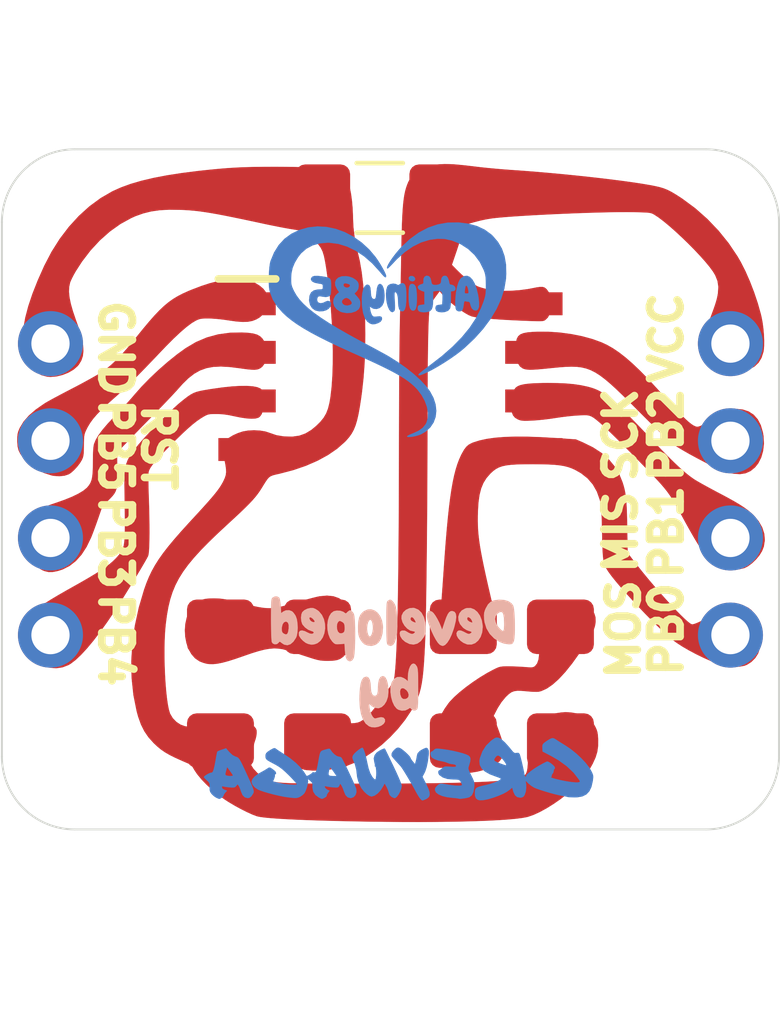
<source format=kicad_pcb>
(kicad_pcb (version 20171130) (host pcbnew 5.1.5-52549c5~84~ubuntu18.04.1)

  (general
    (thickness 1.6)
    (drawings 22)
    (tracks 0)
    (zones 0)
    (modules 9)
    (nets 11)
  )

  (page A4)
  (layers
    (0 F.Cu signal)
    (31 B.Cu signal)
    (32 B.Adhes user)
    (33 F.Adhes user)
    (34 B.Paste user)
    (35 F.Paste user)
    (36 B.SilkS user)
    (37 F.SilkS user)
    (38 B.Mask user)
    (39 F.Mask user)
    (40 Dwgs.User user)
    (41 Cmts.User user)
    (42 Eco1.User user)
    (43 Eco2.User user)
    (44 Edge.Cuts user)
    (45 Margin user)
    (46 B.CrtYd user)
    (47 F.CrtYd user)
    (48 B.Fab user)
    (49 F.Fab user)
  )

  (setup
    (last_trace_width 0.25)
    (user_trace_width 0.1524)
    (user_trace_width 0.2032)
    (user_trace_width 0.4)
    (user_trace_width 0.5)
    (user_trace_width 0.6096)
    (user_trace_width 0.8)
    (user_trace_width 1)
    (user_trace_width 2)
    (trace_clearance 0.2)
    (zone_clearance 0.508)
    (zone_45_only no)
    (trace_min 0.2)
    (via_size 0.8)
    (via_drill 0.4)
    (via_min_size 0.4)
    (via_min_drill 0.3)
    (uvia_size 0.3)
    (uvia_drill 0.1)
    (uvias_allowed no)
    (uvia_min_size 0.2)
    (uvia_min_drill 0.1)
    (edge_width 0.05)
    (segment_width 0.2)
    (pcb_text_width 0.3)
    (pcb_text_size 1.5 1.5)
    (mod_edge_width 0.12)
    (mod_text_size 1 1)
    (mod_text_width 0.15)
    (pad_size 1.524 1.524)
    (pad_drill 0.762)
    (pad_to_mask_clearance 0.051)
    (solder_mask_min_width 0.25)
    (pad_to_paste_clearance -0.0762)
    (aux_axis_origin 0 0)
    (visible_elements FFFFFF7F)
    (pcbplotparams
      (layerselection 0x010fc_ffffffff)
      (usegerberextensions false)
      (usegerberattributes false)
      (usegerberadvancedattributes false)
      (creategerberjobfile false)
      (excludeedgelayer true)
      (linewidth 0.100000)
      (plotframeref false)
      (viasonmask false)
      (mode 1)
      (useauxorigin false)
      (hpglpennumber 1)
      (hpglpenspeed 20)
      (hpglpendiameter 15.000000)
      (psnegative false)
      (psa4output false)
      (plotreference true)
      (plotvalue true)
      (plotinvisibletext false)
      (padsonsilk false)
      (subtractmaskfromsilk false)
      (outputformat 1)
      (mirror false)
      (drillshape 0)
      (scaleselection 1)
      (outputdirectory "/home/greynaga/Github/Varios/Attiny85_Breakout/Gerbers/"))
  )

  (net 0 "")
  (net 1 /RESET-PB5)
  (net 2 /PB3)
  (net 3 /PB4)
  (net 4 GND)
  (net 5 /MOSI-PB0)
  (net 6 /MISO-PB1)
  (net 7 /SCK-PB2)
  (net 8 "Net-(D1-Pad1)")
  (net 9 +5V)
  (net 10 "Net-(D2-Pad1)")

  (net_class Default "This is the default net class."
    (clearance 0.2)
    (trace_width 0.25)
    (via_dia 0.8)
    (via_drill 0.4)
    (uvia_dia 0.3)
    (uvia_drill 0.1)
    (add_net +5V)
    (add_net /MISO-PB1)
    (add_net /MOSI-PB0)
    (add_net /PB3)
    (add_net /PB4)
    (add_net /RESET-PB5)
    (add_net /SCK-PB2)
    (add_net GND)
    (add_net "Net-(D1-Pad1)")
    (add_net "Net-(D2-Pad1)")
  )

  (module Attiny85_Breakout:Breakout_Attiny85_01 (layer F.Cu) (tedit 0) (tstamp 5E06D1C1)
    (at 140.4112 85.1154)
    (fp_text reference Ref** (at 0 0) (layer F.SilkS) hide
      (effects (font (size 1.27 1.27) (thickness 0.15)))
    )
    (fp_text value Val** (at 0 0) (layer F.SilkS) hide
      (effects (font (size 1.27 1.27) (thickness 0.15)))
    )
    (fp_poly (pts (xy 2.894372 2.868759) (xy 3.005047 2.901339) (xy 3.088281 2.956897) (xy 3.131156 3.01625)
      (xy 3.145164 3.067891) (xy 3.156607 3.152828) (xy 3.165331 3.262092) (xy 3.171185 3.386716)
      (xy 3.174016 3.51773) (xy 3.17367 3.646166) (xy 3.169997 3.763055) (xy 3.162843 3.859429)
      (xy 3.152055 3.92632) (xy 3.146908 3.942292) (xy 3.123956 3.990252) (xy 3.098034 4.013545)
      (xy 3.054066 4.021043) (xy 3.012039 4.02165) (xy 2.889006 4.002393) (xy 2.782562 3.961147)
      (xy 2.638316 3.870416) (xy 2.521779 3.750265) (xy 2.436566 3.606085) (xy 2.386297 3.443264)
      (xy 2.376416 3.363656) (xy 2.656001 3.363656) (xy 2.673634 3.454962) (xy 2.724719 3.550293)
      (xy 2.778058 3.614209) (xy 2.828091 3.661901) (xy 2.862362 3.681251) (xy 2.883756 3.669158)
      (xy 2.895158 3.622521) (xy 2.899451 3.53824) (xy 2.899834 3.483295) (xy 2.895571 3.348172)
      (xy 2.881955 3.252719) (xy 2.857745 3.195057) (xy 2.821702 3.173308) (xy 2.772584 3.185592)
      (xy 2.724396 3.217591) (xy 2.672645 3.282493) (xy 2.656001 3.363656) (xy 2.376416 3.363656)
      (xy 2.375242 3.354203) (xy 2.372098 3.264038) (xy 2.378534 3.196796) (xy 2.397573 3.133578)
      (xy 2.418235 3.085486) (xy 2.476073 2.984271) (xy 2.545506 2.917193) (xy 2.635548 2.878382)
      (xy 2.755219 2.861969) (xy 2.762157 2.861631) (xy 2.894372 2.868759)) (layer B.SilkS) (width 0.01))
    (fp_poly (pts (xy 2.113891 3.114236) (xy 2.195484 3.182048) (xy 2.261673 3.277352) (xy 2.308382 3.39524)
      (xy 2.331537 3.530804) (xy 2.333307 3.577368) (xy 2.31961 3.712788) (xy 2.279599 3.830086)
      (xy 2.217582 3.924661) (xy 2.137863 3.991911) (xy 2.044751 4.027238) (xy 1.942552 4.02604)
      (xy 1.918726 4.020261) (xy 1.831458 3.983255) (xy 1.755988 3.929276) (xy 1.697537 3.865499)
      (xy 1.661326 3.799099) (xy 1.652576 3.73725) (xy 1.6764 3.687234) (xy 1.71452 3.665341)
      (xy 1.765722 3.668857) (xy 1.837886 3.698953) (xy 1.869611 3.716016) (xy 1.93293 3.74763)
      (xy 1.975277 3.757019) (xy 2.009752 3.747079) (xy 2.00986 3.747021) (xy 2.047347 3.718701)
      (xy 2.043201 3.695742) (xy 1.997209 3.677648) (xy 1.977821 3.673576) (xy 1.916534 3.650385)
      (xy 1.848081 3.607782) (xy 1.819272 3.584273) (xy 1.745171 3.495193) (xy 1.706454 3.39946)
      (xy 1.70433 3.357149) (xy 1.923737 3.357149) (xy 1.942308 3.400912) (xy 1.990016 3.43664)
      (xy 1.994959 3.438816) (xy 2.04198 3.456497) (xy 2.068309 3.46241) (xy 2.069634 3.461897)
      (xy 2.067338 3.440298) (xy 2.054772 3.401473) (xy 2.027062 3.356386) (xy 1.988912 3.323101)
      (xy 1.953245 3.311107) (xy 1.939533 3.316856) (xy 1.923737 3.357149) (xy 1.70433 3.357149)
      (xy 1.701674 3.304245) (xy 1.729385 3.216719) (xy 1.788143 3.144052) (xy 1.876501 3.093414)
      (xy 1.920802 3.080716) (xy 2.020972 3.078823) (xy 2.113891 3.114236)) (layer B.SilkS) (width 0.01))
    (fp_poly (pts (xy 0.552612 3.080251) (xy 0.652926 3.123029) (xy 0.733982 3.201155) (xy 0.793777 3.311321)
      (xy 0.830305 3.450218) (xy 0.840695 3.556) (xy 0.843267 3.647631) (xy 0.839931 3.711296)
      (xy 0.828117 3.761227) (xy 0.805255 3.811661) (xy 0.789279 3.840803) (xy 0.715156 3.93982)
      (xy 0.626583 4.003277) (xy 0.528316 4.02894) (xy 0.425112 4.014576) (xy 0.42167 4.013392)
      (xy 0.313939 3.960878) (xy 0.232254 3.890893) (xy 0.182446 3.809722) (xy 0.169473 3.741612)
      (xy 0.17971 3.694756) (xy 0.218587 3.671563) (xy 0.225445 3.669724) (xy 0.292125 3.669881)
      (xy 0.325987 3.683798) (xy 0.406551 3.731104) (xy 0.463554 3.754061) (xy 0.505928 3.755455)
      (xy 0.528388 3.746917) (xy 0.565124 3.71751) (xy 0.565743 3.693458) (xy 0.530282 3.683018)
      (xy 0.528116 3.683) (xy 0.443581 3.663483) (xy 0.362881 3.611266) (xy 0.293183 3.535852)
      (xy 0.241655 3.446744) (xy 0.220127 3.37005) (xy 0.4445 3.37005) (xy 0.464421 3.408589)
      (xy 0.513292 3.438816) (xy 0.560587 3.456262) (xy 0.587504 3.461563) (xy 0.588936 3.460928)
      (xy 0.584961 3.439671) (xy 0.566142 3.396852) (xy 0.56326 3.391199) (xy 0.524979 3.335986)
      (xy 0.487615 3.311656) (xy 0.458451 3.319505) (xy 0.444767 3.360831) (xy 0.4445 3.37005)
      (xy 0.220127 3.37005) (xy 0.215465 3.353443) (xy 0.219461 3.273828) (xy 0.260786 3.189906)
      (xy 0.331822 3.124678) (xy 0.421815 3.084391) (xy 0.520014 3.075294) (xy 0.552612 3.080251)) (layer B.SilkS) (width 0.01))
    (fp_poly (pts (xy -2.100521 3.079397) (xy -2.042523 3.101731) (xy -1.976457 3.143166) (xy -1.947307 3.166959)
      (xy -1.870496 3.259315) (xy -1.818953 3.369367) (xy -1.79175 3.489851) (xy -1.787957 3.613504)
      (xy -1.806646 3.733063) (xy -1.846887 3.841265) (xy -1.907752 3.930849) (xy -1.988312 3.994549)
      (xy -2.056412 4.019961) (xy -2.11055 4.029413) (xy -2.146803 4.030951) (xy -2.148416 4.030628)
      (xy -2.183469 4.022455) (xy -2.228325 4.012398) (xy -2.291547 3.984125) (xy -2.359744 3.932373)
      (xy -2.420039 3.869345) (xy -2.459554 3.807246) (xy -2.466365 3.786789) (xy -2.468657 3.718007)
      (xy -2.44179 3.677242) (xy -2.389421 3.665769) (xy -2.315208 3.684861) (xy -2.257438 3.714001)
      (xy -2.181557 3.748623) (xy -2.12415 3.754514) (xy -2.121378 3.753865) (xy -2.081503 3.732822)
      (xy -2.079598 3.706344) (xy -2.113576 3.682686) (xy -2.141357 3.674887) (xy -2.225212 3.641726)
      (xy -2.307414 3.582671) (xy -2.370419 3.511063) (xy -2.381272 3.492457) (xy -2.404839 3.417489)
      (xy -2.41054 3.344224) (xy -2.201808 3.344224) (xy -2.183434 3.389896) (xy -2.166303 3.411458)
      (xy -2.127972 3.439042) (xy -2.086885 3.449806) (xy -2.058185 3.441531) (xy -2.053166 3.428038)
      (xy -2.066941 3.399432) (xy -2.100664 3.358535) (xy -2.106261 3.352815) (xy -2.15557 3.31821)
      (xy -2.18997 3.317837) (xy -2.201808 3.344224) (xy -2.41054 3.344224) (xy -2.41178 3.328298)
      (xy -2.402172 3.243354) (xy -2.379991 3.186634) (xy -2.326115 3.135931) (xy -2.247495 3.097393)
      (xy -2.161353 3.077627) (xy -2.100521 3.079397)) (layer B.SilkS) (width 0.01))
    (fp_poly (pts (xy -2.99301 2.803734) (xy -2.982691 2.818546) (xy -2.969929 2.860646) (xy -2.95792 2.931518)
      (xy -2.948829 3.017625) (xy -2.947261 3.040023) (xy -2.936296 3.215788) (xy -2.88346 3.174227)
      (xy -2.809071 3.139715) (xy -2.72525 3.136731) (xy -2.650259 3.165816) (xy -2.611219 3.204895)
      (xy -2.569376 3.26368) (xy -2.55565 3.287524) (xy -2.52729 3.368476) (xy -2.510253 3.47473)
      (xy -2.504736 3.592166) (xy -2.510939 3.706664) (xy -2.52906 3.804105) (xy -2.547708 3.852334)
      (xy -2.617086 3.955843) (xy -2.693012 4.020625) (xy -2.773007 4.045742) (xy -2.854595 4.030256)
      (xy -2.915268 3.991492) (xy -2.955975 3.959349) (xy -2.978353 3.95336) (xy -2.995986 3.971862)
      (xy -3.001738 3.980909) (xy -3.044478 4.016167) (xy -3.099286 4.02291) (xy -3.149621 4.002426)
      (xy -3.175524 3.967372) (xy -3.181257 3.931547) (xy -3.186364 3.859697) (xy -3.190624 3.758128)
      (xy -3.193816 3.633146) (xy -3.194001 3.619307) (xy -2.921 3.619307) (xy -2.916975 3.68321)
      (xy -2.900056 3.721613) (xy -2.862971 3.750972) (xy -2.862791 3.751082) (xy -2.811167 3.771028)
      (xy -2.774127 3.756493) (xy -2.749572 3.705159) (xy -2.735402 3.614708) (xy -2.735004 3.610024)
      (xy -2.735212 3.515826) (xy -2.75532 3.456984) (xy -2.796505 3.430884) (xy -2.816558 3.429)
      (xy -2.863481 3.448471) (xy -2.899105 3.501119) (xy -2.918686 3.578298) (xy -2.921 3.619307)
      (xy -3.194001 3.619307) (xy -3.195718 3.491058) (xy -3.196166 3.377986) (xy -3.195958 3.212641)
      (xy -3.1951 3.08447) (xy -3.193241 2.988312) (xy -3.190031 2.91901) (xy -3.18512 2.871403)
      (xy -3.178159 2.840333) (xy -3.168795 2.82064) (xy -3.157458 2.807864) (xy -3.100663 2.777476)
      (xy -3.040741 2.776411) (xy -2.99301 2.803734)) (layer B.SilkS) (width 0.01))
    (fp_poly (pts (xy 1.010891 3.175758) (xy 1.050312 3.212533) (xy 1.098898 3.279633) (xy 1.151123 3.367679)
      (xy 1.201462 3.467294) (xy 1.24439 3.569099) (xy 1.247378 3.577167) (xy 1.274508 3.65125)
      (xy 1.342111 3.44592) (xy 1.385583 3.32397) (xy 1.42469 3.23897) (xy 1.462711 3.186234)
      (xy 1.502929 3.161076) (xy 1.543572 3.158123) (xy 1.598469 3.179145) (xy 1.630834 3.227912)
      (xy 1.640785 3.30633) (xy 1.628442 3.416305) (xy 1.593923 3.559741) (xy 1.572946 3.630084)
      (xy 1.522358 3.770758) (xy 1.466269 3.889264) (xy 1.407782 3.980811) (xy 1.35 4.040607)
      (xy 1.296025 4.063862) (xy 1.291885 4.064) (xy 1.24967 4.052392) (xy 1.21153 4.031274)
      (xy 1.166523 3.984322) (xy 1.114394 3.905725) (xy 1.059245 3.804657) (xy 1.005179 3.690289)
      (xy 0.9563 3.571796) (xy 0.91671 3.45835) (xy 0.890512 3.359125) (xy 0.881881 3.294261)
      (xy 0.888337 3.210743) (xy 0.914528 3.164595) (xy 0.960383 3.155885) (xy 1.010891 3.175758)) (layer B.SilkS) (width 0.01))
    (fp_poly (pts (xy -0.062409 2.865536) (xy -0.022376 2.899823) (xy -0.013464 2.909309) (xy 0.026183 2.963205)
      (xy 0.055691 3.031876) (xy 0.076768 3.12238) (xy 0.09112 3.241779) (xy 0.099564 3.376813)
      (xy 0.102056 3.561704) (xy 0.092214 3.722786) (xy 0.07087 3.856712) (xy 0.038856 3.960131)
      (xy -0.002995 4.029693) (xy -0.053851 4.062048) (xy -0.07118 4.064) (xy -0.123209 4.050014)
      (xy -0.150866 4.028993) (xy -0.16021 4.009171) (xy -0.16744 3.971965) (xy -0.172784 3.9129)
      (xy -0.17647 3.827497) (xy -0.178723 3.711279) (xy -0.179771 3.559769) (xy -0.179916 3.455785)
      (xy -0.179754 3.29059) (xy -0.179018 3.162612) (xy -0.177341 3.066736) (xy -0.174351 2.997846)
      (xy -0.16968 2.950827) (xy -0.162957 2.920564) (xy -0.153811 2.901941) (xy -0.141875 2.889842)
      (xy -0.138829 2.887542) (xy -0.096015 2.862347) (xy -0.062409 2.865536)) (layer B.SilkS) (width 0.01))
    (fp_poly (pts (xy -0.488094 3.145192) (xy -0.409721 3.206923) (xy -0.345481 3.295486) (xy -0.299756 3.407042)
      (xy -0.276933 3.537749) (xy -0.275166 3.587775) (xy -0.287641 3.744136) (xy -0.323972 3.872297)
      (xy -0.382521 3.969764) (xy -0.461647 4.034042) (xy -0.559711 4.062639) (xy -0.588111 4.063921)
      (xy -0.681612 4.052206) (xy -0.753819 4.023656) (xy -0.803423 3.979299) (xy -0.852194 3.91338)
      (xy -0.870235 3.88086) (xy -0.895344 3.822805) (xy -0.910641 3.764658) (xy -0.918357 3.693018)
      (xy -0.920271 3.613137) (xy -0.690583 3.613137) (xy -0.682553 3.705959) (xy -0.658045 3.785037)
      (xy -0.654748 3.791485) (xy -0.625671 3.82631) (xy -0.596599 3.820021) (xy -0.566115 3.772115)
      (xy -0.559836 3.757763) (xy -0.539922 3.687521) (xy -0.532166 3.60913) (xy -0.53509 3.530916)
      (xy -0.547214 3.461207) (xy -0.567061 3.408328) (xy -0.59315 3.380606) (xy -0.624002 3.386369)
      (xy -0.625583 3.387635) (xy -0.66112 3.440433) (xy -0.683112 3.520115) (xy -0.690583 3.613137)
      (xy -0.920271 3.613137) (xy -0.920719 3.594483) (xy -0.92075 3.577167) (xy -0.914072 3.435299)
      (xy -0.892221 3.326621) (xy -0.852471 3.24386) (xy -0.792096 3.179741) (xy -0.764161 3.159404)
      (xy -0.669699 3.117592) (xy -0.576215 3.114135) (xy -0.488094 3.145192)) (layer B.SilkS) (width 0.01))
    (fp_poly (pts (xy -1.103208 3.145985) (xy -1.059566 3.191253) (xy -1.037166 3.229869) (xy -1.02506 3.27573)
      (xy -1.015548 3.356243) (xy -1.008598 3.463809) (xy -1.00418 3.590831) (xy -1.002265 3.729707)
      (xy -1.002821 3.87284) (xy -1.005819 4.012629) (xy -1.011227 4.141476) (xy -1.019016 4.251782)
      (xy -1.029154 4.335948) (xy -1.041612 4.386373) (xy -1.041798 4.386792) (xy -1.083471 4.446655)
      (xy -1.133478 4.468443) (xy -1.184814 4.451104) (xy -1.218928 4.413405) (xy -1.240818 4.356719)
      (xy -1.257142 4.265505) (xy -1.264475 4.18471) (xy -1.275451 4.008776) (xy -1.400093 4.017792)
      (xy -1.471549 4.021313) (xy -1.517026 4.015258) (xy -1.552676 3.99419) (xy -1.594651 3.952676)
      (xy -1.595139 3.952159) (xy -1.656159 3.864304) (xy -1.697634 3.756717) (xy -1.719968 3.637746)
      (xy -1.72227 3.559661) (xy -1.480877 3.559661) (xy -1.474037 3.633988) (xy -1.451784 3.694807)
      (xy -1.448716 3.699457) (xy -1.404277 3.739585) (xy -1.350017 3.741054) (xy -1.310942 3.724589)
      (xy -1.284175 3.699119) (xy -1.272156 3.652557) (xy -1.270324 3.60288) (xy -1.27415 3.526979)
      (xy -1.289062 3.479757) (xy -1.321138 3.447857) (xy -1.347983 3.432169) (xy -1.39098 3.411988)
      (xy -1.4172 3.413901) (xy -1.447026 3.439717) (xy -1.448405 3.441095) (xy -1.472326 3.489479)
      (xy -1.480877 3.559661) (xy -1.72227 3.559661) (xy -1.723565 3.515737) (xy -1.708831 3.39904)
      (xy -1.67617 3.296002) (xy -1.625987 3.21497) (xy -1.558687 3.164293) (xy -1.5569 3.163533)
      (xy -1.477481 3.146572) (xy -1.389905 3.15198) (xy -1.312063 3.177236) (xy -1.274992 3.20327)
      (xy -1.250418 3.220486) (xy -1.225984 3.211164) (xy -1.194556 3.178399) (xy -1.147498 3.141931)
      (xy -1.103208 3.145985)) (layer B.SilkS) (width 0.01))
    (fp_poly (pts (xy 0.565795 4.544928) (xy 0.607918 4.598312) (xy 0.607998 4.598459) (xy 0.619998 4.62468)
      (xy 0.629177 4.657565) (xy 0.6359 4.702748) (xy 0.640533 4.765865) (xy 0.643442 4.852553)
      (xy 0.644994 4.968447) (xy 0.645554 5.119183) (xy 0.645584 5.177289) (xy 0.645082 5.346284)
      (xy 0.643415 5.47754) (xy 0.640339 5.57564) (xy 0.635608 5.64517) (xy 0.628979 5.690713)
      (xy 0.620207 5.716854) (xy 0.616533 5.72233) (xy 0.567579 5.753752) (xy 0.512387 5.747372)
      (xy 0.472446 5.716293) (xy 0.446073 5.689376) (xy 0.423601 5.68892) (xy 0.38687 5.714927)
      (xy 0.385132 5.716293) (xy 0.308639 5.751772) (xy 0.21901 5.756827) (xy 0.131837 5.732125)
      (xy 0.087483 5.703538) (xy 0.026218 5.628595) (xy -0.022195 5.524196) (xy -0.055747 5.401808)
      (xy -0.072429 5.272898) (xy -0.072139 5.256542) (xy 0.170784 5.256542) (xy 0.177552 5.338053)
      (xy 0.206125 5.416314) (xy 0.252249 5.456461) (xy 0.314798 5.457876) (xy 0.361225 5.439089)
      (xy 0.395938 5.399426) (xy 0.40297 5.341006) (xy 0.383366 5.276166) (xy 0.3428 5.221544)
      (xy 0.277919 5.175602) (xy 0.224633 5.168229) (xy 0.187425 5.196263) (xy 0.170784 5.256542)
      (xy -0.072139 5.256542) (xy -0.07023 5.148931) (xy -0.047141 5.041375) (xy -0.034024 5.010276)
      (xy 0.024218 4.928961) (xy 0.098099 4.885009) (xy 0.183822 4.880339) (xy 0.210565 4.886669)
      (xy 0.27602 4.914399) (xy 0.331168 4.950644) (xy 0.334128 4.953315) (xy 0.381 4.996983)
      (xy 0.381518 4.895616) (xy 0.389594 4.776295) (xy 0.410588 4.676255) (xy 0.441602 4.599296)
      (xy 0.47974 4.549222) (xy 0.522103 4.529832) (xy 0.565795 4.544928)) (layer B.SilkS) (width 0.01))
    (fp_poly (pts (xy -0.252409 4.862616) (xy -0.210933 4.893808) (xy -0.176557 4.958395) (xy -0.150919 5.047797)
      (xy -0.135657 5.153428) (xy -0.132409 5.266707) (xy -0.142811 5.379051) (xy -0.14826 5.408533)
      (xy -0.183584 5.513791) (xy -0.238751 5.601239) (xy -0.307091 5.663339) (xy -0.381933 5.692552)
      (xy -0.400727 5.693834) (xy -0.479089 5.680901) (xy -0.553375 5.647643) (xy -0.60611 5.602371)
      (xy -0.612137 5.593292) (xy -0.62853 5.570044) (xy -0.633843 5.585089) (xy -0.634356 5.602833)
      (xy -0.626758 5.686519) (xy -0.605257 5.778817) (xy -0.574853 5.862766) (xy -0.540543 5.921403)
      (xy -0.540453 5.921507) (xy -0.507103 5.956074) (xy -0.477131 5.966825) (xy -0.432419 5.957619)
      (xy -0.407899 5.949725) (xy -0.322246 5.93318) (xy -0.259178 5.945752) (xy -0.223566 5.986371)
      (xy -0.22216 5.99045) (xy -0.222604 6.049622) (xy -0.25694 6.103147) (xy -0.316779 6.147454)
      (xy -0.393729 6.178973) (xy -0.479402 6.194132) (xy -0.565406 6.189362) (xy -0.634512 6.165941)
      (xy -0.721181 6.09745) (xy -0.790177 5.992225) (xy -0.840884 5.852274) (xy -0.872686 5.679608)
      (xy -0.884965 5.476237) (xy -0.883291 5.355167) (xy -0.872058 5.186266) (xy -0.851867 5.056475)
      (xy -0.822077 4.963395) (xy -0.78205 4.904627) (xy -0.758655 4.88771) (xy -0.699189 4.873045)
      (xy -0.651699 4.8974) (xy -0.617387 4.958858) (xy -0.597456 5.055497) (xy -0.592666 5.152532)
      (xy -0.583661 5.257249) (xy -0.557835 5.331285) (xy -0.516971 5.370756) (xy -0.489866 5.376334)
      (xy -0.445908 5.365297) (xy -0.418418 5.328414) (xy -0.404774 5.260027) (xy -0.402048 5.186892)
      (xy -0.394439 5.048664) (xy -0.372164 4.947385) (xy -0.33565 4.883986) (xy -0.285327 4.859393)
      (xy -0.252409 4.862616)) (layer B.SilkS) (width 0.01))
    (fp_poly (pts (xy 0.545321 -5.575367) (xy 0.567643 -5.533582) (xy 0.567493 -5.517776) (xy 0.544458 -5.478607)
      (xy 0.498412 -5.465449) (xy 0.44215 -5.481728) (xy 0.439209 -5.483429) (xy 0.407779 -5.520011)
      (xy 0.4066 -5.562828) (xy 0.435009 -5.594864) (xy 0.443701 -5.598329) (xy 0.499382 -5.59996)
      (xy 0.545321 -5.575367)) (layer B.Mask) (width 0.01))
    (fp_poly (pts (xy 0.502719 -5.393613) (xy 0.545881 -5.376477) (xy 0.577174 -5.333673) (xy 0.597883 -5.261006)
      (xy 0.609296 -5.154285) (xy 0.612639 -5.035533) (xy 0.609842 -4.900419) (xy 0.598874 -4.803153)
      (xy 0.578611 -4.739839) (xy 0.547927 -4.706582) (xy 0.515433 -4.699) (xy 0.473408 -4.710662)
      (xy 0.442078 -4.752012) (xy 0.432837 -4.772403) (xy 0.418708 -4.829979) (xy 0.408728 -4.917088)
      (xy 0.403105 -5.021137) (xy 0.402049 -5.129533) (xy 0.405767 -5.229684) (xy 0.41447 -5.308997)
      (xy 0.423344 -5.34461) (xy 0.44861 -5.385481) (xy 0.490131 -5.394715) (xy 0.502719 -5.393613)) (layer B.Mask) (width 0.01))
    (fp_poly (pts (xy 1.998111 -5.57625) (xy 2.063609 -5.509892) (xy 2.122186 -5.409668) (xy 2.172031 -5.277693)
      (xy 2.21133 -5.116085) (xy 2.225909 -5.028642) (xy 2.23919 -4.89347) (xy 2.234281 -4.795234)
      (xy 2.210903 -4.732515) (xy 2.168776 -4.703891) (xy 2.16184 -4.702591) (xy 2.101568 -4.713317)
      (xy 2.052634 -4.759134) (xy 2.021811 -4.833043) (xy 2.018391 -4.850737) (xy 2.000823 -4.910933)
      (xy 1.972976 -4.932049) (xy 1.971087 -4.932122) (xy 1.922075 -4.937812) (xy 1.891984 -4.944427)
      (xy 1.865123 -4.947257) (xy 1.849885 -4.931078) (xy 1.840903 -4.886638) (xy 1.83695 -4.84959)
      (xy 1.825813 -4.780876) (xy 1.809081 -4.726701) (xy 1.79975 -4.710285) (xy 1.752302 -4.682054)
      (xy 1.694886 -4.68349) (xy 1.6483 -4.713079) (xy 1.631821 -4.757083) (xy 1.623028 -4.833218)
      (xy 1.621582 -4.93205) (xy 1.627144 -5.044145) (xy 1.639374 -5.160067) (xy 1.642896 -5.181002)
      (xy 1.862901 -5.181002) (xy 1.868843 -5.152885) (xy 1.891429 -5.144145) (xy 1.915618 -5.1435)
      (xy 1.952147 -5.14631) (xy 1.966757 -5.162593) (xy 1.965763 -5.204132) (xy 1.962374 -5.230729)
      (xy 1.947224 -5.298468) (xy 1.925452 -5.342471) (xy 1.901565 -5.355096) (xy 1.892287 -5.349509)
      (xy 1.882031 -5.321989) (xy 1.871707 -5.26807) (xy 1.868015 -5.239795) (xy 1.862901 -5.181002)
      (xy 1.642896 -5.181002) (xy 1.657935 -5.270382) (xy 1.67024 -5.323416) (xy 1.699901 -5.423053)
      (xy 1.730544 -5.491724) (xy 1.767461 -5.540578) (xy 1.778244 -5.550958) (xy 1.853615 -5.598899)
      (xy 1.927509 -5.606624) (xy 1.998111 -5.57625)) (layer B.Mask) (width 0.01))
    (fp_poly (pts (xy -1.868338 -5.591312) (xy -1.765778 -5.574459) (xy -1.697859 -5.556663) (xy -1.65746 -5.530049)
      (xy -1.63746 -5.486746) (xy -1.630737 -5.418879) (xy -1.630157 -5.327963) (xy -1.63197 -5.239217)
      (xy -1.636552 -5.165503) (xy -1.643079 -5.117846) (xy -1.64663 -5.107513) (xy -1.692645 -5.071281)
      (xy -1.763604 -5.056106) (xy -1.84514 -5.064582) (xy -1.904391 -5.075088) (xy -1.94887 -5.075178)
      (xy -1.954493 -5.073659) (xy -1.986624 -5.041069) (xy -1.996879 -4.98572) (xy -1.98719 -4.936335)
      (xy -1.954055 -4.90083) (xy -1.897889 -4.888935) (xy -1.831361 -4.901509) (xy -1.789062 -4.922882)
      (xy -1.724558 -4.949904) (xy -1.671871 -4.943731) (xy -1.63925 -4.906516) (xy -1.633538 -4.882336)
      (xy -1.644385 -4.812231) (xy -1.688569 -4.753697) (xy -1.757883 -4.710166) (xy -1.84412 -4.685071)
      (xy -1.939073 -4.681843) (xy -2.034536 -4.703917) (xy -2.047458 -4.709215) (xy -2.124314 -4.764595)
      (xy -2.176927 -4.849128) (xy -2.20046 -4.954343) (xy -2.201254 -4.978462) (xy -2.188281 -5.092083)
      (xy -2.148042 -5.173701) (xy -2.078867 -5.225034) (xy -1.979088 -5.247797) (xy -1.937801 -5.249333)
      (xy -1.878857 -5.250896) (xy -1.850788 -5.261341) (xy -1.842137 -5.289299) (xy -1.8415 -5.321893)
      (xy -1.843336 -5.363389) (xy -1.855693 -5.386542) (xy -1.888845 -5.398995) (xy -1.953063 -5.408392)
      (xy -1.958705 -5.409098) (xy -2.059529 -5.430555) (xy -2.124933 -5.464421) (xy -2.152585 -5.509078)
      (xy -2.149695 -5.54164) (xy -2.122766 -5.580539) (xy -2.069691 -5.60125) (xy -1.986097 -5.604546)
      (xy -1.868338 -5.591312)) (layer B.Mask) (width 0.01))
    (fp_poly (pts (xy 1.38833 -5.598191) (xy 1.419377 -5.558609) (xy 1.42983 -5.535763) (xy 1.450485 -5.475043)
      (xy 1.460358 -5.423827) (xy 1.4605 -5.419346) (xy 1.475309 -5.383153) (xy 1.498124 -5.376333)
      (xy 1.556007 -5.363484) (xy 1.598172 -5.331525) (xy 1.620862 -5.290337) (xy 1.620319 -5.249802)
      (xy 1.592785 -5.219801) (xy 1.561042 -5.210886) (xy 1.502834 -5.204188) (xy 1.502834 -5.005507)
      (xy 1.500377 -4.911938) (xy 1.493804 -4.82942) (xy 1.484309 -4.770682) (xy 1.479333 -4.755247)
      (xy 1.430047 -4.696767) (xy 1.347348 -4.664133) (xy 1.262466 -4.656666) (xy 1.174174 -4.6669)
      (xy 1.121583 -4.698377) (xy 1.103128 -4.752258) (xy 1.104143 -4.774127) (xy 1.113892 -4.815313)
      (xy 1.139384 -4.836093) (xy 1.193716 -4.846889) (xy 1.195917 -4.847166) (xy 1.280584 -4.85775)
      (xy 1.287063 -4.983868) (xy 1.288214 -5.091791) (xy 1.275876 -5.163637) (xy 1.246043 -5.204587)
      (xy 1.19471 -5.21982) (xy 1.117871 -5.214517) (xy 1.109714 -5.213234) (xy 1.037167 -5.201461)
      (xy 1.037167 -5.004143) (xy 1.033759 -4.881519) (xy 1.022132 -4.79387) (xy 1.000182 -4.734283)
      (xy 0.965807 -4.695844) (xy 0.938587 -4.680167) (xy 0.873026 -4.662531) (xy 0.794057 -4.657573)
      (xy 0.719801 -4.665025) (xy 0.66898 -4.684169) (xy 0.639747 -4.730779) (xy 0.638476 -4.774127)
      (xy 0.648225 -4.815313) (xy 0.673717 -4.836093) (xy 0.728049 -4.846889) (xy 0.73025 -4.847166)
      (xy 0.814917 -4.85775) (xy 0.814917 -5.19264) (xy 0.74225 -5.217106) (xy 0.673445 -5.252379)
      (xy 0.64215 -5.294577) (xy 0.64852 -5.336657) (xy 0.692712 -5.371581) (xy 0.738506 -5.386405)
      (xy 0.779757 -5.402105) (xy 0.79046 -5.433576) (xy 0.787914 -5.459418) (xy 0.791086 -5.531266)
      (xy 0.81951 -5.584343) (xy 0.867251 -5.608623) (xy 0.87657 -5.609166) (xy 0.932006 -5.593892)
      (xy 0.968568 -5.545632) (xy 0.988652 -5.463976) (xy 1.000872 -5.407766) (xy 1.024291 -5.380016)
      (xy 1.05979 -5.368634) (xy 1.124369 -5.367066) (xy 1.184291 -5.379141) (xy 1.230977 -5.403629)
      (xy 1.24774 -5.442123) (xy 1.248834 -5.464462) (xy 1.261193 -5.545084) (xy 1.296671 -5.594439)
      (xy 1.345908 -5.609166) (xy 1.38833 -5.598191)) (layer B.Mask) (width 0.01))
    (fp_poly (pts (xy 0.284024 -5.396088) (xy 0.310536 -5.352788) (xy 0.327359 -5.280476) (xy 0.335716 -5.174489)
      (xy 0.33716 -5.069416) (xy 0.332773 -4.920498) (xy 0.320389 -4.810256) (xy 0.299248 -4.735657)
      (xy 0.268591 -4.693668) (xy 0.240169 -4.68192) (xy 0.188048 -4.692429) (xy 0.151979 -4.741342)
      (xy 0.131805 -4.828998) (xy 0.127 -4.924964) (xy 0.120936 -5.039642) (xy 0.103546 -5.123836)
      (xy 0.076032 -5.173554) (xy 0.048382 -5.185833) (xy 0.035605 -5.179025) (xy 0.028476 -5.154178)
      (xy 0.026571 -5.104661) (xy 0.029469 -5.023843) (xy 0.033596 -4.953471) (xy 0.039235 -4.840334)
      (xy 0.03912 -4.762657) (xy 0.032952 -4.713918) (xy 0.021558 -4.688888) (xy -0.01982 -4.659459)
      (xy -0.061837 -4.671462) (xy -0.105725 -4.725078) (xy -0.144483 -4.811129) (xy -0.171802 -4.916554)
      (xy -0.187213 -5.030892) (xy -0.190244 -5.143684) (xy -0.180425 -5.244468) (xy -0.157285 -5.322785)
      (xy -0.13418 -5.357393) (xy -0.078378 -5.389414) (xy -0.006444 -5.401875) (xy 0.062293 -5.393255)
      (xy 0.09622 -5.375529) (xy 0.126955 -5.361426) (xy 0.160636 -5.379261) (xy 0.168156 -5.385851)
      (xy 0.21308 -5.411306) (xy 0.246602 -5.415043) (xy 0.284024 -5.396088)) (layer B.Mask) (width 0.01))
    (fp_poly (pts (xy -1.159559 -5.585034) (xy -1.064855 -5.551673) (xy -0.983913 -5.500189) (xy -0.982581 -5.499029)
      (xy -0.935195 -5.450284) (xy -0.914348 -5.402422) (xy -0.910166 -5.345277) (xy -0.918876 -5.271496)
      (xy -0.95046 -5.215962) (xy -0.965747 -5.199525) (xy -1.021328 -5.143945) (xy -0.94458 -5.058995)
      (xy -0.895753 -4.997309) (xy -0.872869 -4.94308) (xy -0.867833 -4.888047) (xy -0.876907 -4.799961)
      (xy -0.90942 -4.738119) (xy -0.97331 -4.689371) (xy -0.994698 -4.677902) (xy -1.100005 -4.644393)
      (xy -1.220699 -4.637553) (xy -1.339207 -4.657484) (xy -1.38808 -4.675639) (xy -1.48178 -4.736957)
      (xy -1.542529 -4.816224) (xy -1.569031 -4.905939) (xy -1.567821 -4.918343) (xy -1.34937 -4.918343)
      (xy -1.321491 -4.866758) (xy -1.267556 -4.834981) (xy -1.197049 -4.827243) (xy -1.12891 -4.844546)
      (xy -1.11058 -4.855622) (xy -1.083778 -4.882109) (xy -1.08605 -4.912801) (xy -1.098281 -4.937959)
      (xy -1.139185 -4.988886) (xy -1.178744 -5.018637) (xy -1.224171 -5.035403) (xy -1.266566 -5.025809)
      (xy -1.287389 -5.014948) (xy -1.338576 -4.970142) (xy -1.34937 -4.918343) (xy -1.567821 -4.918343)
      (xy -1.559988 -4.998601) (xy -1.514102 -5.086707) (xy -1.467523 -5.13496) (xy -1.415034 -5.179338)
      (xy -1.469517 -5.259622) (xy -1.514889 -5.352954) (xy -1.517748 -5.386436) (xy -1.304863 -5.386436)
      (xy -1.303532 -5.344385) (xy -1.273207 -5.312727) (xy -1.226875 -5.296424) (xy -1.177527 -5.300441)
      (xy -1.142255 -5.324314) (xy -1.128 -5.360574) (xy -1.153527 -5.38866) (xy -1.219891 -5.409696)
      (xy -1.22271 -5.410267) (xy -1.273597 -5.414647) (xy -1.299306 -5.397976) (xy -1.304863 -5.386436)
      (xy -1.517748 -5.386436) (xy -1.522038 -5.436649) (xy -1.494687 -5.506799) (xy -1.436556 -5.559497)
      (xy -1.351368 -5.590836) (xy -1.242844 -5.59691) (xy -1.159559 -5.585034)) (layer B.Mask) (width 0.01))
    (fp_poly (pts (xy -0.328769 -5.390108) (xy -0.29008 -5.354541) (xy -0.260212 -5.287041) (xy -0.240657 -5.197371)
      (xy -0.232905 -5.095292) (xy -0.238449 -4.990568) (xy -0.254847 -4.906338) (xy -0.295686 -4.824446)
      (xy -0.359781 -4.768588) (xy -0.437467 -4.742742) (xy -0.51908 -4.750886) (xy -0.570044 -4.776562)
      (xy -0.62034 -4.811792) (xy -0.608409 -4.722839) (xy -0.592304 -4.652268) (xy -0.56765 -4.590812)
      (xy -0.561934 -4.581166) (xy -0.536711 -4.549732) (xy -0.506256 -4.536873) (xy -0.455519 -4.538279)
      (xy -0.425157 -4.542006) (xy -0.350139 -4.546014) (xy -0.30959 -4.53086) (xy -0.298686 -4.493127)
      (xy -0.304731 -4.456756) (xy -0.338128 -4.409137) (xy -0.402402 -4.373292) (xy -0.48319 -4.346852)
      (xy -0.545842 -4.343145) (xy -0.60325 -4.35936) (xy -0.683227 -4.415262) (xy -0.745359 -4.509149)
      (xy -0.789427 -4.640518) (xy -0.815215 -4.808866) (xy -0.818846 -4.85775) (xy -0.82157 -5.014869)
      (xy -0.810255 -5.148732) (xy -0.786011 -5.255336) (xy -0.74995 -5.330679) (xy -0.703185 -5.370757)
      (xy -0.674797 -5.376333) (xy -0.631176 -5.357004) (xy -0.603906 -5.298911) (xy -0.59292 -5.201896)
      (xy -0.592666 -5.180687) (xy -0.583836 -5.085047) (xy -0.55828 -5.023185) (xy -0.517403 -4.997748)
      (xy -0.496017 -4.99856) (xy -0.474631 -5.008449) (xy -0.460322 -5.034051) (xy -0.450357 -5.08409)
      (xy -0.442003 -5.167292) (xy -0.441589 -5.17235) (xy -0.426462 -5.285274) (xy -0.402327 -5.358015)
      (xy -0.368496 -5.3919) (xy -0.328769 -5.390108)) (layer B.Mask) (width 0.01))
    (fp_poly (pts (xy 1.710529 -6.999429) (xy 1.964899 -6.967367) (xy 2.19027 -6.904993) (xy 2.38756 -6.811946)
      (xy 2.557687 -6.687867) (xy 2.597204 -6.650852) (xy 2.733218 -6.492435) (xy 2.835544 -6.316847)
      (xy 2.90506 -6.12121) (xy 2.942645 -5.902646) (xy 2.949178 -5.658274) (xy 2.940986 -5.5245)
      (xy 2.898196 -5.266503) (xy 2.815425 -5.004288) (xy 2.694436 -4.740676) (xy 2.536992 -4.478486)
      (xy 2.344856 -4.220537) (xy 2.119792 -3.969649) (xy 1.863562 -3.728641) (xy 1.767109 -3.64736)
      (xy 1.641454 -3.550944) (xy 1.490142 -3.445052) (xy 1.325973 -3.337905) (xy 1.161746 -3.237724)
      (xy 1.01026 -3.152728) (xy 0.944818 -3.119241) (xy 0.828387 -3.06353) (xy 0.745254 -3.027453)
      (xy 0.691818 -3.009893) (xy 0.66448 -3.009728) (xy 0.659641 -3.025841) (xy 0.661086 -3.031009)
      (xy 0.680313 -3.051521) (xy 0.728002 -3.091871) (xy 0.798166 -3.147286) (xy 0.88482 -3.212998)
      (xy 0.946575 -3.25855) (xy 1.26877 -3.507429) (xy 1.549992 -3.754211) (xy 1.791453 -4.000323)
      (xy 1.994367 -4.24719) (xy 2.159947 -4.49624) (xy 2.289405 -4.748898) (xy 2.353858 -4.913137)
      (xy 2.383981 -5.003498) (xy 2.403751 -5.076471) (xy 2.415265 -5.146016) (xy 2.420619 -5.226093)
      (xy 2.421911 -5.330663) (xy 2.421831 -5.36575) (xy 2.420312 -5.480802) (xy 2.415586 -5.565868)
      (xy 2.405868 -5.633271) (xy 2.389373 -5.695336) (xy 2.364315 -5.764384) (xy 2.363949 -5.765322)
      (xy 2.261423 -5.970707) (xy 2.124828 -6.153738) (xy 1.95842 -6.30982) (xy 1.766458 -6.434353)
      (xy 1.725084 -6.455208) (xy 1.532269 -6.533027) (xy 1.347302 -6.574455) (xy 1.158906 -6.580868)
      (xy 0.955802 -6.553642) (xy 0.941917 -6.55076) (xy 0.724089 -6.483864) (xy 0.508165 -6.376567)
      (xy 0.297205 -6.230785) (xy 0.094267 -6.048435) (xy 0.026548 -5.977255) (xy -0.039462 -5.906641)
      (xy -0.095663 -5.849335) (xy -0.135704 -5.811633) (xy -0.152658 -5.799666) (xy -0.166028 -5.814802)
      (xy -0.155198 -5.856664) (xy -0.123629 -5.919936) (xy -0.074787 -5.999302) (xy -0.012133 -6.089443)
      (xy 0.060869 -6.185044) (xy 0.140755 -6.280788) (xy 0.210746 -6.357539) (xy 0.434765 -6.567315)
      (xy 0.667038 -6.735711) (xy 0.90816 -6.862981) (xy 1.158727 -6.949381) (xy 1.419335 -6.995166)
      (xy 1.690577 -7.000589) (xy 1.710529 -6.999429)) (layer B.Mask) (width 0.01))
    (fp_poly (pts (xy -1.746265 -6.882886) (xy -1.505483 -6.832037) (xy -1.269142 -6.745696) (xy -1.041708 -6.625825)
      (xy -0.827644 -6.474384) (xy -0.631415 -6.293336) (xy -0.468057 -6.09905) (xy -0.407694 -6.012611)
      (xy -0.346724 -5.916899) (xy -0.28988 -5.820366) (xy -0.241892 -5.731459) (xy -0.207491 -5.658629)
      (xy -0.191408 -5.610323) (xy -0.190798 -5.603875) (xy -0.196037 -5.574685) (xy -0.214395 -5.57236)
      (xy -0.24882 -5.598999) (xy -0.30226 -5.656698) (xy -0.356989 -5.722103) (xy -0.554074 -5.938031)
      (xy -0.763614 -6.119952) (xy -0.982755 -6.266284) (xy -1.208643 -6.375448) (xy -1.438422 -6.445863)
      (xy -1.669238 -6.47595) (xy -1.720617 -6.477) (xy -1.927314 -6.459073) (xy -2.113188 -6.405952)
      (xy -2.276231 -6.318625) (xy -2.414437 -6.19808) (xy -2.494395 -6.095865) (xy -2.581257 -5.950235)
      (xy -2.637497 -5.814786) (xy -2.667566 -5.675995) (xy -2.675881 -5.544637) (xy -2.675223 -5.451218)
      (xy -2.668505 -5.38261) (xy -2.651763 -5.321343) (xy -2.621033 -5.249948) (xy -2.598492 -5.203592)
      (xy -2.53564 -5.094082) (xy -2.454258 -4.984404) (xy -2.352132 -4.872931) (xy -2.227046 -4.758032)
      (xy -2.076783 -4.638081) (xy -1.899128 -4.511449) (xy -1.691865 -4.376507) (xy -1.452779 -4.231628)
      (xy -1.179654 -4.075182) (xy -0.870273 -3.905542) (xy -0.73025 -3.830637) (xy -0.590938 -3.75629)
      (xy -0.456866 -3.684192) (xy -0.334812 -3.618029) (xy -0.231553 -3.561487) (xy -0.153864 -3.518252)
      (xy -0.116416 -3.496753) (xy 0.114668 -3.351335) (xy 0.331551 -3.197706) (xy 0.52906 -3.040254)
      (xy 0.702023 -2.883367) (xy 0.84527 -2.731431) (xy 0.95343 -2.589136) (xy 1.046412 -2.416833)
      (xy 1.101711 -2.245298) (xy 1.12013 -2.07847) (xy 1.102473 -1.920285) (xy 1.049544 -1.77468)
      (xy 0.962148 -1.645592) (xy 0.841088 -1.536957) (xy 0.724733 -1.46939) (xy 0.657413 -1.443312)
      (xy 0.579142 -1.421481) (xy 0.500087 -1.40554) (xy 0.430415 -1.397131) (xy 0.380294 -1.397897)
      (xy 0.359891 -1.40948) (xy 0.359834 -1.410438) (xy 0.378233 -1.426437) (xy 0.426981 -1.451404)
      (xy 0.496403 -1.480517) (xy 0.513292 -1.486926) (xy 0.660035 -1.554014) (xy 0.769812 -1.63339)
      (xy 0.847063 -1.728537) (xy 0.865933 -1.76349) (xy 0.904006 -1.888668) (xy 0.908352 -2.030258)
      (xy 0.881036 -2.182067) (xy 0.824124 -2.337903) (xy 0.739679 -2.491573) (xy 0.629768 -2.636883)
      (xy 0.545649 -2.723917) (xy 0.470547 -2.790398) (xy 0.387102 -2.855847) (xy 0.291986 -2.922066)
      (xy 0.181869 -2.990859) (xy 0.053423 -3.064027) (xy -0.096679 -3.143372) (xy -0.271767 -3.230698)
      (xy -0.475168 -3.327807) (xy -0.710211 -3.4365) (xy -0.980224 -3.558582) (xy -1.068916 -3.598252)
      (xy -1.39389 -3.745749) (xy -1.681631 -3.881784) (xy -1.935136 -4.008078) (xy -2.157403 -4.126351)
      (xy -2.351426 -4.238325) (xy -2.520203 -4.34572) (xy -2.66673 -4.450257) (xy -2.794004 -4.553657)
      (xy -2.893624 -4.646234) (xy -3.042117 -4.815382) (xy -3.150817 -4.989661) (xy -3.222258 -5.173464)
      (xy -3.240181 -5.246799) (xy -3.250815 -5.330628) (xy -3.255589 -5.442037) (xy -3.254977 -5.569144)
      (xy -3.249452 -5.700068) (xy -3.239489 -5.822926) (xy -3.225563 -5.925838) (xy -3.210505 -5.990166)
      (xy -3.116906 -6.21639) (xy -2.995486 -6.41071) (xy -2.846269 -6.573103) (xy -2.669284 -6.703544)
      (xy -2.464555 -6.802012) (xy -2.232109 -6.868482) (xy -2.223301 -6.870263) (xy -1.987026 -6.896282)
      (xy -1.746265 -6.882886)) (layer B.Mask) (width 0.01))
    (fp_poly (pts (xy -0.792297 6.750495) (xy -0.768831 6.803747) (xy -0.742617 6.882909) (xy -0.716192 6.980135)
      (xy -0.692093 7.087577) (xy -0.687318 7.112) (xy -0.650684 7.271707) (xy -0.607551 7.395391)
      (xy -0.555614 7.489156) (xy -0.534553 7.516483) (xy -0.496232 7.555791) (xy -0.472443 7.562177)
      (xy -0.462863 7.552689) (xy -0.452119 7.516098) (xy -0.446036 7.455895) (xy -0.444385 7.384208)
      (xy -0.446937 7.313163) (xy -0.453463 7.254888) (xy -0.463734 7.221511) (xy -0.469194 7.217834)
      (xy -0.484273 7.210114) (xy -0.481372 7.205317) (xy -0.479324 7.17927) (xy -0.488866 7.128363)
      (xy -0.495704 7.103587) (xy -0.510184 7.008865) (xy -0.488368 6.928514) (xy -0.442067 6.865993)
      (xy -0.404319 6.835293) (xy -0.350935 6.802234) (xy -0.29464 6.773356) (xy -0.248159 6.755195)
      (xy -0.224347 6.754147) (xy -0.213316 6.774861) (xy -0.186669 6.828407) (xy -0.147026 6.909411)
      (xy -0.097008 7.0125) (xy -0.039236 7.132301) (xy 0.001792 7.217756) (xy 0.073957 7.371127)
      (xy 0.132992 7.502402) (xy 0.17733 7.607834) (xy 0.205403 7.683679) (xy 0.215645 7.726189)
      (xy 0.215602 7.72887) (xy 0.200678 7.802383) (xy 0.170257 7.880705) (xy 0.130403 7.953398)
      (xy 0.087182 8.010027) (xy 0.046659 8.040153) (xy 0.033352 8.042486) (xy -0.000454 8.032452)
      (xy -0.045153 8.011355) (xy -0.096205 7.960844) (xy -0.114772 7.907074) (xy -0.134415 7.841603)
      (xy -0.166759 7.767342) (xy -0.178744 7.74489) (xy -0.228835 7.656704) (xy -0.265577 7.72831)
      (xy -0.331808 7.834189) (xy -0.408485 7.919066) (xy -0.4885 7.976656) (xy -0.564748 8.000672)
      (xy -0.573837 8.001) (xy -0.627024 7.984303) (xy -0.692715 7.939626) (xy -0.761307 7.875092)
      (xy -0.823198 7.798825) (xy -0.836578 7.77875) (xy -0.880777 7.693561) (xy -0.91881 7.592522)
      (xy -0.944599 7.493975) (xy -0.952326 7.4295) (xy -0.966661 7.302715) (xy -1.002165 7.166539)
      (xy -1.038251 7.074518) (xy -1.062777 7.015401) (xy -1.068127 6.975559) (xy -1.055723 6.93728)
      (xy -1.050152 6.926146) (xy -1.019932 6.886675) (xy -0.969839 6.838061) (xy -0.911468 6.789743)
      (xy -0.856412 6.751163) (xy -0.816266 6.731758) (xy -0.810479 6.731) (xy -0.792297 6.750495)) (layer B.Mask) (width 0.01))
    (fp_poly (pts (xy 1.200708 6.758485) (xy 1.287208 6.768715) (xy 1.310277 6.771652) (xy 1.441978 6.791673)
      (xy 1.576189 6.817662) (xy 1.704215 6.847395) (xy 1.817364 6.878654) (xy 1.906942 6.909215)
      (xy 1.964256 6.936859) (xy 1.9685 6.939835) (xy 2.00154 6.974884) (xy 2.014168 7.021254)
      (xy 2.006651 7.087463) (xy 1.979257 7.182031) (xy 1.976356 7.190659) (xy 1.962902 7.234003)
      (xy 1.958653 7.269352) (xy 1.965995 7.307633) (xy 1.987312 7.359775) (xy 2.024988 7.436706)
      (xy 2.033935 7.454516) (xy 2.075793 7.540258) (xy 2.100917 7.602197) (xy 2.11268 7.653785)
      (xy 2.114452 7.708472) (xy 2.111053 7.762143) (xy 2.089782 7.884681) (xy 2.048692 7.970275)
      (xy 1.987931 8.018622) (xy 1.983268 8.020482) (xy 1.935073 8.033915) (xy 1.870208 8.046322)
      (xy 1.802673 8.055791) (xy 1.746472 8.060406) (xy 1.715603 8.058257) (xy 1.714056 8.057265)
      (xy 1.689505 8.051142) (xy 1.6339 8.044001) (xy 1.55845 8.037234) (xy 1.544937 8.036255)
      (xy 1.402919 8.018563) (xy 1.279945 7.988022) (xy 1.183396 7.947107) (xy 1.120655 7.898293)
      (xy 1.116039 7.892419) (xy 1.088358 7.833993) (xy 1.098362 7.7795) (xy 1.147645 7.722824)
      (xy 1.163747 7.709589) (xy 1.194347 7.686945) (xy 1.222268 7.674548) (xy 1.258326 7.671699)
      (xy 1.313334 7.677697) (xy 1.39811 7.691841) (xy 1.408858 7.693714) (xy 1.533012 7.712383)
      (xy 1.640233 7.722753) (xy 1.724408 7.724685) (xy 1.779423 7.718039) (xy 1.799167 7.702674)
      (xy 1.799167 7.702641) (xy 1.789135 7.669695) (xy 1.764794 7.621292) (xy 1.762853 7.617974)
      (xy 1.741949 7.58662) (xy 1.717945 7.568235) (xy 1.679783 7.55932) (xy 1.616402 7.556376)
      (xy 1.567061 7.556035) (xy 1.416326 7.54285) (xy 1.295577 7.504835) (xy 1.207461 7.442861)
      (xy 1.200698 7.435551) (xy 1.179845 7.395101) (xy 1.177458 7.353063) (xy 1.193088 7.326313)
      (xy 1.203689 7.323667) (xy 1.226734 7.310581) (xy 1.266365 7.278181) (xy 1.276765 7.268728)
      (xy 1.311323 7.239786) (xy 1.344524 7.224862) (xy 1.38986 7.221278) (xy 1.46082 7.226357)
      (xy 1.480497 7.228299) (xy 1.567866 7.234153) (xy 1.619729 7.229957) (xy 1.640702 7.217372)
      (xy 1.640669 7.187452) (xy 1.606505 7.164925) (xy 1.546345 7.154798) (xy 1.538824 7.154658)
      (xy 1.47449 7.144342) (xy 1.422407 7.125086) (xy 1.364767 7.103082) (xy 1.291303 7.084156)
      (xy 1.27 7.080217) (xy 1.16547 7.056526) (xy 1.077474 7.024148) (xy 1.015719 6.987221)
      (xy 0.994216 6.96268) (xy 0.977552 6.914058) (xy 0.975111 6.867712) (xy 0.986816 6.839501)
      (xy 0.994834 6.836834) (xy 1.023613 6.823143) (xy 1.061569 6.791265) (xy 1.084554 6.770498)
      (xy 1.108996 6.758619) (xy 1.144508 6.754867) (xy 1.200708 6.758485)) (layer B.Mask) (width 0.01))
    (fp_poly (pts (xy -3.084521 6.749129) (xy -3.072856 6.758329) (xy -3.040492 6.782129) (xy -2.981372 6.821683)
      (xy -2.904931 6.870782) (xy -2.846916 6.907043) (xy -2.695654 7.010369) (xy -2.555864 7.12459)
      (xy -2.436575 7.241553) (xy -2.346821 7.353103) (xy -2.33786 7.366677) (xy -2.302749 7.421271)
      (xy -2.27804 7.459455) (xy -2.271132 7.469943) (xy -2.250406 7.467594) (xy -2.209989 7.448924)
      (xy -2.164527 7.42237) (xy -2.144545 7.407886) (xy -1.699726 7.407886) (xy -1.69116 7.447558)
      (xy -1.655409 7.466144) (xy -1.585578 7.471389) (xy -1.570355 7.471509) (xy -1.479127 7.471834)
      (xy -1.559772 7.355668) (xy -1.602259 7.296883) (xy -1.635717 7.255018) (xy -1.652725 7.239251)
      (xy -1.664112 7.257741) (xy -1.679424 7.305142) (xy -1.688005 7.339382) (xy -1.699726 7.407886)
      (xy -2.144545 7.407886) (xy -2.128664 7.396375) (xy -2.116666 7.380927) (xy -2.100059 7.3721)
      (xy -2.07435 7.376578) (xy -2.049922 7.379772) (xy -2.030271 7.368084) (xy -2.01313 7.335866)
      (xy -1.996229 7.277469) (xy -1.977301 7.187244) (xy -1.959616 7.090834) (xy -1.939841 6.980368)
      (xy -1.923976 6.904002) (xy -1.907795 6.85429) (xy -1.88707 6.82379) (xy -1.857575 6.805055)
      (xy -1.815083 6.790643) (xy -1.784114 6.781707) (xy -1.717269 6.763295) (xy -1.679308 6.757841)
      (xy -1.658681 6.765766) (xy -1.644214 6.786804) (xy -1.600145 6.848153) (xy -1.542451 6.904892)
      (xy -1.483252 6.94684) (xy -1.434667 6.963816) (xy -1.433458 6.963834) (xy -1.384897 6.973733)
      (xy -1.360343 6.990292) (xy -1.336996 7.028134) (xy -1.300326 7.096884) (xy -1.254042 7.188692)
      (xy -1.201852 7.295709) (xy -1.147466 7.410087) (xy -1.094591 7.523977) (xy -1.046936 7.62953)
      (xy -1.008211 7.718897) (xy -0.982123 7.784229) (xy -0.974642 7.806587) (xy -0.968029 7.889672)
      (xy -0.992326 7.963032) (xy -1.041408 8.016874) (xy -1.109152 8.041405) (xy -1.121833 8.041956)
      (xy -1.193198 8.022076) (xy -1.249746 7.963832) (xy -1.288909 7.871526) (xy -1.313759 7.798987)
      (xy -1.343257 7.73434) (xy -1.353062 7.717696) (xy -1.389866 7.661591) (xy -1.415251 7.717303)
      (xy -1.431729 7.747588) (xy -1.453622 7.763082) (xy -1.492646 7.767128) (xy -1.560518 7.763069)
      (xy -1.572276 7.762103) (xy -1.651149 7.753725) (xy -1.719398 7.743307) (xy -1.753676 7.735485)
      (xy -1.789642 7.729076) (xy -1.797602 7.747252) (xy -1.795751 7.759687) (xy -1.772306 7.796971)
      (xy -1.72966 7.827587) (xy -1.671255 7.85558) (xy -1.713756 7.909612) (xy -1.739939 7.951634)
      (xy -1.745824 7.980326) (xy -1.745269 7.98142) (xy -1.754305 8.001824) (xy -1.790897 8.028346)
      (xy -1.797423 8.031849) (xy -1.840562 8.05408) (xy -1.867581 8.061158) (xy -1.896759 8.052543)
      (xy -1.946376 8.027695) (xy -1.946911 8.027426) (xy -2.035795 7.96201) (xy -2.092687 7.874726)
      (xy -2.1131 7.773194) (xy -2.112024 7.747) (xy -2.11008 7.684262) (xy -2.1239 7.642635)
      (xy -2.161742 7.601879) (xy -2.176527 7.588934) (xy -2.219847 7.553648) (xy -2.238301 7.5458)
      (xy -2.237519 7.563462) (xy -2.235965 7.568586) (xy -2.233662 7.618876) (xy -2.245476 7.693078)
      (xy -2.267577 7.776765) (xy -2.296133 7.855509) (xy -2.327312 7.914883) (xy -2.328323 7.91632)
      (xy -2.375612 7.96423) (xy -2.438305 8.006758) (xy -2.449351 8.012348) (xy -2.488908 8.028986)
      (xy -2.528014 8.038076) (xy -2.577179 8.04001) (xy -2.646915 8.035175) (xy -2.74773 8.02396)
      (xy -2.751393 8.023523) (xy -2.860799 8.006668) (xy -2.988934 7.980954) (xy -3.125458 7.949076)
      (xy -3.26003 7.913727) (xy -3.382308 7.8776) (xy -3.481951 7.843389) (xy -3.541137 7.817824)
      (xy -3.622564 7.761842) (xy -3.679382 7.694573) (xy -3.703782 7.625652) (xy -3.704166 7.616611)
      (xy -3.683949 7.552225) (xy -3.625659 7.483614) (xy -3.532837 7.414319) (xy -3.46075 7.373215)
      (xy -3.389108 7.334011) (xy -3.323574 7.294895) (xy -3.296708 7.277178) (xy -3.257592 7.252017)
      (xy -3.229159 7.248686) (xy -3.192807 7.268209) (xy -3.169708 7.284164) (xy -3.121484 7.320552)
      (xy -3.088994 7.349944) (xy -3.085366 7.354397) (xy -3.071091 7.388571) (xy -3.072728 7.415728)
      (xy -3.089091 7.419656) (xy -3.090091 7.419067) (xy -3.102687 7.422154) (xy -3.100011 7.434811)
      (xy -3.10048 7.471852) (xy -3.115682 7.52668) (xy -3.120362 7.538534) (xy -3.151718 7.613579)
      (xy -2.999317 7.650641) (xy -2.899035 7.671702) (xy -2.795881 7.687764) (xy -2.698184 7.69823)
      (xy -2.614268 7.702503) (xy -2.552461 7.699988) (xy -2.521088 7.690088) (xy -2.518833 7.685045)
      (xy -2.533097 7.661442) (xy -2.572214 7.614535) (xy -2.630669 7.550521) (xy -2.675946 7.503584)
      (xy -2.264833 7.503584) (xy -2.25425 7.514167) (xy -2.243666 7.503584) (xy -2.25425 7.493)
      (xy -2.264833 7.503584) (xy -2.675946 7.503584) (xy -2.70295 7.475591) (xy -2.725208 7.453205)
      (xy -2.823589 7.357762) (xy -2.906107 7.285673) (xy -2.984372 7.228084) (xy -3.069994 7.176143)
      (xy -3.132666 7.142476) (xy -3.222293 7.094994) (xy -3.280877 7.060416) (xy -3.315343 7.03292)
      (xy -3.332615 7.006685) (xy -3.339618 6.975888) (xy -3.340486 6.967742) (xy -3.340043 6.913904)
      (xy -3.321984 6.871632) (xy -3.279292 6.831475) (xy -3.204948 6.783981) (xy -3.203352 6.783045)
      (xy -3.145438 6.7514) (xy -3.110048 6.740894) (xy -3.084521 6.749129)) (layer B.Mask) (width 0.01))
    (fp_poly (pts (xy -4.292919 6.844341) (xy -4.207853 6.924691) (xy -4.13112 6.962859) (xy -4.099181 6.972627)
      (xy -4.072249 6.986169) (xy -4.047034 7.008546) (xy -4.020246 7.044822) (xy -3.988597 7.10006)
      (xy -3.948795 7.179322) (xy -3.897551 7.287671) (xy -3.841657 7.408334) (xy -3.775367 7.552656)
      (xy -3.725456 7.663934) (xy -3.690164 7.747374) (xy -3.66773 7.80818) (xy -3.656393 7.85156)
      (xy -3.654393 7.882717) (xy -3.659969 7.906858) (xy -3.66766 7.922769) (xy -3.715127 7.99504)
      (xy -3.760396 8.03283) (xy -3.807989 8.042863) (xy -3.882596 8.022534) (xy -3.941055 7.965316)
      (xy -3.979412 7.875914) (xy -4.002553 7.805378) (xy -4.030207 7.743801) (xy -4.038074 7.730499)
      (xy -4.072197 7.678421) (xy -4.110852 7.726158) (xy -4.136743 7.752313) (xy -4.168272 7.764994)
      (xy -4.218363 7.766966) (xy -4.281379 7.762611) (xy -4.357443 7.754265) (xy -4.420183 7.744134)
      (xy -4.450291 7.736315) (xy -4.4797 7.734093) (xy -4.487333 7.763832) (xy -4.468006 7.80423)
      (xy -4.420275 7.829736) (xy -4.353216 7.853112) (xy -4.399108 7.901962) (xy -4.431664 7.946201)
      (xy -4.445 7.983092) (xy -4.461432 8.009616) (xy -4.49869 8.039898) (xy -4.538714 8.060959)
      (xy -4.557121 8.063672) (xy -4.577284 8.055597) (xy -4.620701 8.037017) (xy -4.625966 8.034727)
      (xy -4.682266 7.999528) (xy -4.738928 7.948494) (xy -4.748682 7.937483) (xy -4.78466 7.887162)
      (xy -4.800121 7.837335) (xy -4.800966 7.767853) (xy -4.80055 7.760348) (xy -4.799324 7.693488)
      (xy -4.810686 7.649685) (xy -4.842365 7.609943) (xy -4.873625 7.580791) (xy -4.91904 7.537376)
      (xy -4.947638 7.505269) (xy -4.952738 7.495829) (xy -4.935256 7.47333) (xy -4.892857 7.442713)
      (xy -4.873093 7.43136) (xy -4.394784 7.43136) (xy -4.381864 7.45065) (xy -4.378228 7.453137)
      (xy -4.342314 7.464648) (xy -4.290161 7.47045) (xy -4.237525 7.470307) (xy -4.200163 7.463978)
      (xy -4.191525 7.455959) (xy -4.20347 7.431777) (xy -4.234023 7.384788) (xy -4.269969 7.33425)
      (xy -4.347888 7.228417) (xy -4.377297 7.331753) (xy -4.393291 7.395607) (xy -4.394784 7.43136)
      (xy -4.873093 7.43136) (xy -4.839689 7.412172) (xy -4.789899 7.389896) (xy -4.759179 7.383755)
      (xy -4.736068 7.378167) (xy -4.715364 7.350606) (xy -4.695455 7.296366) (xy -4.674735 7.21074)
      (xy -4.651593 7.089021) (xy -4.644574 7.0485) (xy -4.628953 6.960587) (xy -4.615062 6.888984)
      (xy -4.60488 6.843575) (xy -4.601469 6.83316) (xy -4.577959 6.81902) (xy -4.527003 6.797982)
      (xy -4.484403 6.782944) (xy -4.376138 6.746984) (xy -4.292919 6.844341)) (layer B.Mask) (width 0.01))
    (fp_poly (pts (xy 2.736319 6.469087) (xy 2.758728 6.475838) (xy 2.828227 6.514931) (xy 2.914998 6.592105)
      (xy 3.019203 6.707514) (xy 3.078038 6.779787) (xy 3.125456 6.8363) (xy 3.15971 6.864809)
      (xy 3.19171 6.872132) (xy 3.219418 6.868126) (xy 3.266642 6.864642) (xy 3.293189 6.887135)
      (xy 3.301458 6.904006) (xy 3.315274 6.946344) (xy 3.334789 7.01899) (xy 3.357377 7.110741)
      (xy 3.380416 7.210397) (xy 3.401282 7.306759) (xy 3.417351 7.388623) (xy 3.423313 7.424209)
      (xy 3.435748 7.467386) (xy 3.453008 7.492845) (xy 3.467284 7.492848) (xy 3.471334 7.471778)
      (xy 3.488668 7.439423) (xy 3.536098 7.391844) (xy 3.606759 7.334463) (xy 3.693789 7.272705)
      (xy 3.790326 7.211992) (xy 3.826192 7.191375) (xy 3.905035 7.148278) (xy 3.970483 7.114418)
      (xy 4.013532 7.094354) (xy 4.024786 7.090834) (xy 4.062884 7.104471) (xy 4.115575 7.138042)
      (xy 4.168585 7.180532) (xy 4.207639 7.220929) (xy 4.218673 7.240426) (xy 4.219426 7.273413)
      (xy 4.210185 7.281334) (xy 4.195496 7.299378) (xy 4.191 7.331658) (xy 4.177937 7.382667)
      (xy 4.158287 7.409133) (xy 4.136069 7.443834) (xy 4.136456 7.464641) (xy 4.132373 7.489999)
      (xy 4.121544 7.493644) (xy 4.104424 7.498742) (xy 4.123851 7.511088) (xy 4.174986 7.529025)
      (xy 4.252991 7.550899) (xy 4.353025 7.575055) (xy 4.372025 7.579303) (xy 4.511814 7.607268)
      (xy 4.638606 7.627035) (xy 4.74503 7.637806) (xy 4.823715 7.638782) (xy 4.860929 7.632293)
      (xy 4.881004 7.619339) (xy 4.87717 7.596083) (xy 4.856573 7.561576) (xy 4.716019 7.380394)
      (xy 4.537136 7.210747) (xy 4.322972 7.055226) (xy 4.128906 6.943044) (xy 3.90525 6.82625)
      (xy 3.899728 6.741584) (xy 3.898322 6.685963) (xy 3.907626 6.64652) (xy 3.934746 6.612349)
      (xy 3.986787 6.572547) (xy 4.02802 6.544696) (xy 4.100084 6.500344) (xy 4.151843 6.481349)
      (xy 4.195701 6.486194) (xy 4.244061 6.513364) (xy 4.250066 6.517564) (xy 4.291871 6.545385)
      (xy 4.359491 6.588494) (xy 4.4425 6.6403) (xy 4.506148 6.679414) (xy 4.643731 6.773099)
      (xy 4.781811 6.884548) (xy 4.912277 7.005842) (xy 5.027015 7.129065) (xy 5.117912 7.246299)
      (xy 5.162878 7.320306) (xy 5.198992 7.392198) (xy 5.218106 7.444142) (xy 5.223188 7.493519)
      (xy 5.217209 7.557709) (xy 5.210909 7.601401) (xy 5.176277 7.752463) (xy 5.120939 7.867651)
      (xy 5.042117 7.949444) (xy 4.937032 8.000319) (xy 4.802905 8.022754) (xy 4.736574 8.024284)
      (xy 4.655358 8.022161) (xy 4.590772 8.018143) (xy 4.55431 8.01301) (xy 4.551052 8.011719)
      (xy 4.522038 8.002927) (xy 4.464917 7.991279) (xy 4.409941 7.982107) (xy 4.323845 7.965325)
      (xy 4.213746 7.938582) (xy 4.090422 7.905068) (xy 3.964651 7.867967) (xy 3.84721 7.830466)
      (xy 3.748879 7.795752) (xy 3.680434 7.767011) (xy 3.677611 7.765596) (xy 3.604843 7.719779)
      (xy 3.533473 7.66147) (xy 3.516088 7.644248) (xy 3.47384 7.603421) (xy 3.455889 7.596115)
      (xy 3.457147 7.610157) (xy 3.468987 7.682192) (xy 3.470714 7.772483) (xy 3.46237 7.858188)
      (xy 3.456627 7.884584) (xy 3.42935 7.964084) (xy 3.395508 8.009334) (xy 3.347115 8.028394)
      (xy 3.311938 8.030634) (xy 3.238019 8.015464) (xy 3.182524 7.967539) (xy 3.141842 7.883231)
      (xy 3.131865 7.849855) (xy 3.109344 7.766218) (xy 3.044096 7.821121) (xy 2.966322 7.8775)
      (xy 2.869021 7.930307) (xy 2.744153 7.983496) (xy 2.626394 8.026423) (xy 2.477101 8.071686)
      (xy 2.352654 8.095949) (xy 2.257109 8.09862) (xy 2.209569 8.087314) (xy 2.161551 8.049721)
      (xy 2.137505 7.985393) (xy 2.133773 7.910596) (xy 2.138322 7.85106) (xy 2.152225 7.808241)
      (xy 2.182289 7.777106) (xy 2.235322 7.752624) (xy 2.318129 7.729764) (xy 2.404424 7.710537)
      (xy 2.517612 7.682304) (xy 2.622387 7.648903) (xy 2.711282 7.613465) (xy 2.776829 7.579121)
      (xy 2.811563 7.549002) (xy 2.815167 7.538307) (xy 2.796662 7.523833) (xy 2.748582 7.502808)
      (xy 2.693459 7.483731) (xy 2.525973 7.421063) (xy 2.399205 7.350306) (xy 2.312104 7.270281)
      (xy 2.263622 7.17981) (xy 2.252711 7.077714) (xy 2.260581 7.032394) (xy 2.634874 7.032394)
      (xy 2.635632 7.06085) (xy 2.661968 7.086329) (xy 2.719072 7.114263) (xy 2.796833 7.144422)
      (xy 2.877303 7.173965) (xy 2.92542 7.189406) (xy 2.948523 7.191351) (xy 2.953952 7.180411)
      (xy 2.949048 7.157193) (xy 2.949009 7.157046) (xy 2.930036 7.120819) (xy 2.891143 7.066531)
      (xy 2.849116 7.015679) (xy 2.78881 6.954458) (xy 2.742652 6.928973) (xy 2.70333 6.938466)
      (xy 2.663536 6.982181) (xy 2.654504 6.995533) (xy 2.634874 7.032394) (xy 2.260581 7.032394)
      (xy 2.265686 7.003001) (xy 2.3318 6.824834) (xy 2.427889 6.674821) (xy 2.557108 6.548358)
      (xy 2.598822 6.517132) (xy 2.655812 6.479811) (xy 2.696256 6.465187) (xy 2.736319 6.469087)) (layer B.Mask) (width 0.01))
    (fp_poly (pts (xy 0.157544 6.734031) (xy 0.198196 6.75489) (xy 0.254256 6.795821) (xy 0.316287 6.84826)
      (xy 0.374851 6.903649) (xy 0.420511 6.953426) (xy 0.443831 6.98903) (xy 0.44507 6.99486)
      (xy 0.457973 7.023298) (xy 0.489802 7.069212) (xy 0.506351 7.089975) (xy 0.567062 7.163199)
      (xy 0.59033 7.079391) (xy 0.605334 7.016934) (xy 0.613321 6.967309) (xy 0.613715 6.959538)
      (xy 0.633785 6.880659) (xy 0.69378 6.814064) (xy 0.766406 6.77127) (xy 0.827347 6.743666)
      (xy 0.862228 6.733486) (xy 0.883247 6.74003) (xy 0.902599 6.762595) (xy 0.903199 6.763401)
      (xy 0.921881 6.806428) (xy 0.92531 6.871397) (xy 0.92109 6.9215) (xy 0.896763 7.097776)
      (xy 0.867148 7.23742) (xy 0.830938 7.345946) (xy 0.810158 7.389876) (xy 0.758083 7.487836)
      (xy 0.855292 7.677449) (xy 0.91262 7.799301) (xy 0.943373 7.893154) (xy 0.947289 7.964168)
      (xy 0.924106 8.017505) (xy 0.873563 8.058326) (xy 0.83506 8.076875) (xy 0.783077 8.098206)
      (xy 0.754285 8.102928) (xy 0.732045 8.088784) (xy 0.704927 8.059209) (xy 0.67543 8.018935)
      (xy 0.634246 7.952775) (xy 0.588676 7.872678) (xy 0.57235 7.84225) (xy 0.525857 7.756847)
      (xy 0.46947 7.657471) (xy 0.40796 7.552065) (xy 0.346099 7.448575) (xy 0.288659 7.354944)
      (xy 0.240413 7.279118) (xy 0.206134 7.22904) (xy 0.197258 7.217834) (xy 0.169526 7.186961)
      (xy 0.122861 7.135728) (xy 0.067051 7.074877) (xy 0.063544 7.071066) (xy 0.011664 7.012179)
      (xy -0.026853 6.963669) (xy -0.044489 6.935081) (xy -0.044841 6.933482) (xy -0.04099 6.878576)
      (xy -0.011562 6.826107) (xy 0.028869 6.782543) (xy 0.076956 6.741685) (xy 0.115862 6.728044)
      (xy 0.157544 6.734031)) (layer B.Mask) (width 0.01))
    (fp_poly (pts (xy 0.545321 -5.575367) (xy 0.567643 -5.533582) (xy 0.567493 -5.517776) (xy 0.544458 -5.478607)
      (xy 0.498412 -5.465449) (xy 0.44215 -5.481728) (xy 0.439209 -5.483429) (xy 0.407779 -5.520011)
      (xy 0.4066 -5.562828) (xy 0.435009 -5.594864) (xy 0.443701 -5.598329) (xy 0.499382 -5.59996)
      (xy 0.545321 -5.575367)) (layer B.Cu) (width 0.01))
    (fp_poly (pts (xy 0.502719 -5.393613) (xy 0.545881 -5.376477) (xy 0.577174 -5.333673) (xy 0.597883 -5.261006)
      (xy 0.609296 -5.154285) (xy 0.612639 -5.035533) (xy 0.609842 -4.900419) (xy 0.598874 -4.803153)
      (xy 0.578611 -4.739839) (xy 0.547927 -4.706582) (xy 0.515433 -4.699) (xy 0.473408 -4.710662)
      (xy 0.442078 -4.752012) (xy 0.432837 -4.772403) (xy 0.418708 -4.829979) (xy 0.408728 -4.917088)
      (xy 0.403105 -5.021137) (xy 0.402049 -5.129533) (xy 0.405767 -5.229684) (xy 0.41447 -5.308997)
      (xy 0.423344 -5.34461) (xy 0.44861 -5.385481) (xy 0.490131 -5.394715) (xy 0.502719 -5.393613)) (layer B.Cu) (width 0.01))
    (fp_poly (pts (xy 1.998111 -5.57625) (xy 2.063609 -5.509892) (xy 2.122186 -5.409668) (xy 2.172031 -5.277693)
      (xy 2.21133 -5.116085) (xy 2.225909 -5.028642) (xy 2.23919 -4.89347) (xy 2.234281 -4.795234)
      (xy 2.210903 -4.732515) (xy 2.168776 -4.703891) (xy 2.16184 -4.702591) (xy 2.101568 -4.713317)
      (xy 2.052634 -4.759134) (xy 2.021811 -4.833043) (xy 2.018391 -4.850737) (xy 2.000823 -4.910933)
      (xy 1.972976 -4.932049) (xy 1.971087 -4.932122) (xy 1.922075 -4.937812) (xy 1.891984 -4.944427)
      (xy 1.865123 -4.947257) (xy 1.849885 -4.931078) (xy 1.840903 -4.886638) (xy 1.83695 -4.84959)
      (xy 1.825813 -4.780876) (xy 1.809081 -4.726701) (xy 1.79975 -4.710285) (xy 1.752302 -4.682054)
      (xy 1.694886 -4.68349) (xy 1.6483 -4.713079) (xy 1.631821 -4.757083) (xy 1.623028 -4.833218)
      (xy 1.621582 -4.93205) (xy 1.627144 -5.044145) (xy 1.639374 -5.160067) (xy 1.642896 -5.181002)
      (xy 1.862901 -5.181002) (xy 1.868843 -5.152885) (xy 1.891429 -5.144145) (xy 1.915618 -5.1435)
      (xy 1.952147 -5.14631) (xy 1.966757 -5.162593) (xy 1.965763 -5.204132) (xy 1.962374 -5.230729)
      (xy 1.947224 -5.298468) (xy 1.925452 -5.342471) (xy 1.901565 -5.355096) (xy 1.892287 -5.349509)
      (xy 1.882031 -5.321989) (xy 1.871707 -5.26807) (xy 1.868015 -5.239795) (xy 1.862901 -5.181002)
      (xy 1.642896 -5.181002) (xy 1.657935 -5.270382) (xy 1.67024 -5.323416) (xy 1.699901 -5.423053)
      (xy 1.730544 -5.491724) (xy 1.767461 -5.540578) (xy 1.778244 -5.550958) (xy 1.853615 -5.598899)
      (xy 1.927509 -5.606624) (xy 1.998111 -5.57625)) (layer B.Cu) (width 0.01))
    (fp_poly (pts (xy -1.868338 -5.591312) (xy -1.765778 -5.574459) (xy -1.697859 -5.556663) (xy -1.65746 -5.530049)
      (xy -1.63746 -5.486746) (xy -1.630737 -5.418879) (xy -1.630157 -5.327963) (xy -1.63197 -5.239217)
      (xy -1.636552 -5.165503) (xy -1.643079 -5.117846) (xy -1.64663 -5.107513) (xy -1.692645 -5.071281)
      (xy -1.763604 -5.056106) (xy -1.84514 -5.064582) (xy -1.904391 -5.075088) (xy -1.94887 -5.075178)
      (xy -1.954493 -5.073659) (xy -1.986624 -5.041069) (xy -1.996879 -4.98572) (xy -1.98719 -4.936335)
      (xy -1.954055 -4.90083) (xy -1.897889 -4.888935) (xy -1.831361 -4.901509) (xy -1.789062 -4.922882)
      (xy -1.724558 -4.949904) (xy -1.671871 -4.943731) (xy -1.63925 -4.906516) (xy -1.633538 -4.882336)
      (xy -1.644385 -4.812231) (xy -1.688569 -4.753697) (xy -1.757883 -4.710166) (xy -1.84412 -4.685071)
      (xy -1.939073 -4.681843) (xy -2.034536 -4.703917) (xy -2.047458 -4.709215) (xy -2.124314 -4.764595)
      (xy -2.176927 -4.849128) (xy -2.20046 -4.954343) (xy -2.201254 -4.978462) (xy -2.188281 -5.092083)
      (xy -2.148042 -5.173701) (xy -2.078867 -5.225034) (xy -1.979088 -5.247797) (xy -1.937801 -5.249333)
      (xy -1.878857 -5.250896) (xy -1.850788 -5.261341) (xy -1.842137 -5.289299) (xy -1.8415 -5.321893)
      (xy -1.843336 -5.363389) (xy -1.855693 -5.386542) (xy -1.888845 -5.398995) (xy -1.953063 -5.408392)
      (xy -1.958705 -5.409098) (xy -2.059529 -5.430555) (xy -2.124933 -5.464421) (xy -2.152585 -5.509078)
      (xy -2.149695 -5.54164) (xy -2.122766 -5.580539) (xy -2.069691 -5.60125) (xy -1.986097 -5.604546)
      (xy -1.868338 -5.591312)) (layer B.Cu) (width 0.01))
    (fp_poly (pts (xy 1.38833 -5.598191) (xy 1.419377 -5.558609) (xy 1.42983 -5.535763) (xy 1.450485 -5.475043)
      (xy 1.460358 -5.423827) (xy 1.4605 -5.419346) (xy 1.475309 -5.383153) (xy 1.498124 -5.376333)
      (xy 1.556007 -5.363484) (xy 1.598172 -5.331525) (xy 1.620862 -5.290337) (xy 1.620319 -5.249802)
      (xy 1.592785 -5.219801) (xy 1.561042 -5.210886) (xy 1.502834 -5.204188) (xy 1.502834 -5.005507)
      (xy 1.500377 -4.911938) (xy 1.493804 -4.82942) (xy 1.484309 -4.770682) (xy 1.479333 -4.755247)
      (xy 1.430047 -4.696767) (xy 1.347348 -4.664133) (xy 1.262466 -4.656666) (xy 1.174174 -4.6669)
      (xy 1.121583 -4.698377) (xy 1.103128 -4.752258) (xy 1.104143 -4.774127) (xy 1.113892 -4.815313)
      (xy 1.139384 -4.836093) (xy 1.193716 -4.846889) (xy 1.195917 -4.847166) (xy 1.280584 -4.85775)
      (xy 1.287063 -4.983868) (xy 1.288214 -5.091791) (xy 1.275876 -5.163637) (xy 1.246043 -5.204587)
      (xy 1.19471 -5.21982) (xy 1.117871 -5.214517) (xy 1.109714 -5.213234) (xy 1.037167 -5.201461)
      (xy 1.037167 -5.004143) (xy 1.033759 -4.881519) (xy 1.022132 -4.79387) (xy 1.000182 -4.734283)
      (xy 0.965807 -4.695844) (xy 0.938587 -4.680167) (xy 0.873026 -4.662531) (xy 0.794057 -4.657573)
      (xy 0.719801 -4.665025) (xy 0.66898 -4.684169) (xy 0.639747 -4.730779) (xy 0.638476 -4.774127)
      (xy 0.648225 -4.815313) (xy 0.673717 -4.836093) (xy 0.728049 -4.846889) (xy 0.73025 -4.847166)
      (xy 0.814917 -4.85775) (xy 0.814917 -5.19264) (xy 0.74225 -5.217106) (xy 0.673445 -5.252379)
      (xy 0.64215 -5.294577) (xy 0.64852 -5.336657) (xy 0.692712 -5.371581) (xy 0.738506 -5.386405)
      (xy 0.779757 -5.402105) (xy 0.79046 -5.433576) (xy 0.787914 -5.459418) (xy 0.791086 -5.531266)
      (xy 0.81951 -5.584343) (xy 0.867251 -5.608623) (xy 0.87657 -5.609166) (xy 0.932006 -5.593892)
      (xy 0.968568 -5.545632) (xy 0.988652 -5.463976) (xy 1.000872 -5.407766) (xy 1.024291 -5.380016)
      (xy 1.05979 -5.368634) (xy 1.124369 -5.367066) (xy 1.184291 -5.379141) (xy 1.230977 -5.403629)
      (xy 1.24774 -5.442123) (xy 1.248834 -5.464462) (xy 1.261193 -5.545084) (xy 1.296671 -5.594439)
      (xy 1.345908 -5.609166) (xy 1.38833 -5.598191)) (layer B.Cu) (width 0.01))
    (fp_poly (pts (xy 0.284024 -5.396088) (xy 0.310536 -5.352788) (xy 0.327359 -5.280476) (xy 0.335716 -5.174489)
      (xy 0.33716 -5.069416) (xy 0.332773 -4.920498) (xy 0.320389 -4.810256) (xy 0.299248 -4.735657)
      (xy 0.268591 -4.693668) (xy 0.240169 -4.68192) (xy 0.188048 -4.692429) (xy 0.151979 -4.741342)
      (xy 0.131805 -4.828998) (xy 0.127 -4.924964) (xy 0.120936 -5.039642) (xy 0.103546 -5.123836)
      (xy 0.076032 -5.173554) (xy 0.048382 -5.185833) (xy 0.035605 -5.179025) (xy 0.028476 -5.154178)
      (xy 0.026571 -5.104661) (xy 0.029469 -5.023843) (xy 0.033596 -4.953471) (xy 0.039235 -4.840334)
      (xy 0.03912 -4.762657) (xy 0.032952 -4.713918) (xy 0.021558 -4.688888) (xy -0.01982 -4.659459)
      (xy -0.061837 -4.671462) (xy -0.105725 -4.725078) (xy -0.144483 -4.811129) (xy -0.171802 -4.916554)
      (xy -0.187213 -5.030892) (xy -0.190244 -5.143684) (xy -0.180425 -5.244468) (xy -0.157285 -5.322785)
      (xy -0.13418 -5.357393) (xy -0.078378 -5.389414) (xy -0.006444 -5.401875) (xy 0.062293 -5.393255)
      (xy 0.09622 -5.375529) (xy 0.126955 -5.361426) (xy 0.160636 -5.379261) (xy 0.168156 -5.385851)
      (xy 0.21308 -5.411306) (xy 0.246602 -5.415043) (xy 0.284024 -5.396088)) (layer B.Cu) (width 0.01))
    (fp_poly (pts (xy -1.159559 -5.585034) (xy -1.064855 -5.551673) (xy -0.983913 -5.500189) (xy -0.982581 -5.499029)
      (xy -0.935195 -5.450284) (xy -0.914348 -5.402422) (xy -0.910166 -5.345277) (xy -0.918876 -5.271496)
      (xy -0.95046 -5.215962) (xy -0.965747 -5.199525) (xy -1.021328 -5.143945) (xy -0.94458 -5.058995)
      (xy -0.895753 -4.997309) (xy -0.872869 -4.94308) (xy -0.867833 -4.888047) (xy -0.876907 -4.799961)
      (xy -0.90942 -4.738119) (xy -0.97331 -4.689371) (xy -0.994698 -4.677902) (xy -1.100005 -4.644393)
      (xy -1.220699 -4.637553) (xy -1.339207 -4.657484) (xy -1.38808 -4.675639) (xy -1.48178 -4.736957)
      (xy -1.542529 -4.816224) (xy -1.569031 -4.905939) (xy -1.567821 -4.918343) (xy -1.34937 -4.918343)
      (xy -1.321491 -4.866758) (xy -1.267556 -4.834981) (xy -1.197049 -4.827243) (xy -1.12891 -4.844546)
      (xy -1.11058 -4.855622) (xy -1.083778 -4.882109) (xy -1.08605 -4.912801) (xy -1.098281 -4.937959)
      (xy -1.139185 -4.988886) (xy -1.178744 -5.018637) (xy -1.224171 -5.035403) (xy -1.266566 -5.025809)
      (xy -1.287389 -5.014948) (xy -1.338576 -4.970142) (xy -1.34937 -4.918343) (xy -1.567821 -4.918343)
      (xy -1.559988 -4.998601) (xy -1.514102 -5.086707) (xy -1.467523 -5.13496) (xy -1.415034 -5.179338)
      (xy -1.469517 -5.259622) (xy -1.514889 -5.352954) (xy -1.517748 -5.386436) (xy -1.304863 -5.386436)
      (xy -1.303532 -5.344385) (xy -1.273207 -5.312727) (xy -1.226875 -5.296424) (xy -1.177527 -5.300441)
      (xy -1.142255 -5.324314) (xy -1.128 -5.360574) (xy -1.153527 -5.38866) (xy -1.219891 -5.409696)
      (xy -1.22271 -5.410267) (xy -1.273597 -5.414647) (xy -1.299306 -5.397976) (xy -1.304863 -5.386436)
      (xy -1.517748 -5.386436) (xy -1.522038 -5.436649) (xy -1.494687 -5.506799) (xy -1.436556 -5.559497)
      (xy -1.351368 -5.590836) (xy -1.242844 -5.59691) (xy -1.159559 -5.585034)) (layer B.Cu) (width 0.01))
    (fp_poly (pts (xy -0.328769 -5.390108) (xy -0.29008 -5.354541) (xy -0.260212 -5.287041) (xy -0.240657 -5.197371)
      (xy -0.232905 -5.095292) (xy -0.238449 -4.990568) (xy -0.254847 -4.906338) (xy -0.295686 -4.824446)
      (xy -0.359781 -4.768588) (xy -0.437467 -4.742742) (xy -0.51908 -4.750886) (xy -0.570044 -4.776562)
      (xy -0.62034 -4.811792) (xy -0.608409 -4.722839) (xy -0.592304 -4.652268) (xy -0.56765 -4.590812)
      (xy -0.561934 -4.581166) (xy -0.536711 -4.549732) (xy -0.506256 -4.536873) (xy -0.455519 -4.538279)
      (xy -0.425157 -4.542006) (xy -0.350139 -4.546014) (xy -0.30959 -4.53086) (xy -0.298686 -4.493127)
      (xy -0.304731 -4.456756) (xy -0.338128 -4.409137) (xy -0.402402 -4.373292) (xy -0.48319 -4.346852)
      (xy -0.545842 -4.343145) (xy -0.60325 -4.35936) (xy -0.683227 -4.415262) (xy -0.745359 -4.509149)
      (xy -0.789427 -4.640518) (xy -0.815215 -4.808866) (xy -0.818846 -4.85775) (xy -0.82157 -5.014869)
      (xy -0.810255 -5.148732) (xy -0.786011 -5.255336) (xy -0.74995 -5.330679) (xy -0.703185 -5.370757)
      (xy -0.674797 -5.376333) (xy -0.631176 -5.357004) (xy -0.603906 -5.298911) (xy -0.59292 -5.201896)
      (xy -0.592666 -5.180687) (xy -0.583836 -5.085047) (xy -0.55828 -5.023185) (xy -0.517403 -4.997748)
      (xy -0.496017 -4.99856) (xy -0.474631 -5.008449) (xy -0.460322 -5.034051) (xy -0.450357 -5.08409)
      (xy -0.442003 -5.167292) (xy -0.441589 -5.17235) (xy -0.426462 -5.285274) (xy -0.402327 -5.358015)
      (xy -0.368496 -5.3919) (xy -0.328769 -5.390108)) (layer B.Cu) (width 0.01))
    (fp_poly (pts (xy 1.710529 -6.999429) (xy 1.964899 -6.967367) (xy 2.19027 -6.904993) (xy 2.38756 -6.811946)
      (xy 2.557687 -6.687867) (xy 2.597204 -6.650852) (xy 2.733218 -6.492435) (xy 2.835544 -6.316847)
      (xy 2.90506 -6.12121) (xy 2.942645 -5.902646) (xy 2.949178 -5.658274) (xy 2.940986 -5.5245)
      (xy 2.898196 -5.266503) (xy 2.815425 -5.004288) (xy 2.694436 -4.740676) (xy 2.536992 -4.478486)
      (xy 2.344856 -4.220537) (xy 2.119792 -3.969649) (xy 1.863562 -3.728641) (xy 1.767109 -3.64736)
      (xy 1.641454 -3.550944) (xy 1.490142 -3.445052) (xy 1.325973 -3.337905) (xy 1.161746 -3.237724)
      (xy 1.01026 -3.152728) (xy 0.944818 -3.119241) (xy 0.828387 -3.06353) (xy 0.745254 -3.027453)
      (xy 0.691818 -3.009893) (xy 0.66448 -3.009728) (xy 0.659641 -3.025841) (xy 0.661086 -3.031009)
      (xy 0.680313 -3.051521) (xy 0.728002 -3.091871) (xy 0.798166 -3.147286) (xy 0.88482 -3.212998)
      (xy 0.946575 -3.25855) (xy 1.26877 -3.507429) (xy 1.549992 -3.754211) (xy 1.791453 -4.000323)
      (xy 1.994367 -4.24719) (xy 2.159947 -4.49624) (xy 2.289405 -4.748898) (xy 2.353858 -4.913137)
      (xy 2.383981 -5.003498) (xy 2.403751 -5.076471) (xy 2.415265 -5.146016) (xy 2.420619 -5.226093)
      (xy 2.421911 -5.330663) (xy 2.421831 -5.36575) (xy 2.420312 -5.480802) (xy 2.415586 -5.565868)
      (xy 2.405868 -5.633271) (xy 2.389373 -5.695336) (xy 2.364315 -5.764384) (xy 2.363949 -5.765322)
      (xy 2.261423 -5.970707) (xy 2.124828 -6.153738) (xy 1.95842 -6.30982) (xy 1.766458 -6.434353)
      (xy 1.725084 -6.455208) (xy 1.532269 -6.533027) (xy 1.347302 -6.574455) (xy 1.158906 -6.580868)
      (xy 0.955802 -6.553642) (xy 0.941917 -6.55076) (xy 0.724089 -6.483864) (xy 0.508165 -6.376567)
      (xy 0.297205 -6.230785) (xy 0.094267 -6.048435) (xy 0.026548 -5.977255) (xy -0.039462 -5.906641)
      (xy -0.095663 -5.849335) (xy -0.135704 -5.811633) (xy -0.152658 -5.799666) (xy -0.166028 -5.814802)
      (xy -0.155198 -5.856664) (xy -0.123629 -5.919936) (xy -0.074787 -5.999302) (xy -0.012133 -6.089443)
      (xy 0.060869 -6.185044) (xy 0.140755 -6.280788) (xy 0.210746 -6.357539) (xy 0.434765 -6.567315)
      (xy 0.667038 -6.735711) (xy 0.90816 -6.862981) (xy 1.158727 -6.949381) (xy 1.419335 -6.995166)
      (xy 1.690577 -7.000589) (xy 1.710529 -6.999429)) (layer B.Cu) (width 0.01))
    (fp_poly (pts (xy -1.746265 -6.882886) (xy -1.505483 -6.832037) (xy -1.269142 -6.745696) (xy -1.041708 -6.625825)
      (xy -0.827644 -6.474384) (xy -0.631415 -6.293336) (xy -0.468057 -6.09905) (xy -0.407694 -6.012611)
      (xy -0.346724 -5.916899) (xy -0.28988 -5.820366) (xy -0.241892 -5.731459) (xy -0.207491 -5.658629)
      (xy -0.191408 -5.610323) (xy -0.190798 -5.603875) (xy -0.196037 -5.574685) (xy -0.214395 -5.57236)
      (xy -0.24882 -5.598999) (xy -0.30226 -5.656698) (xy -0.356989 -5.722103) (xy -0.554074 -5.938031)
      (xy -0.763614 -6.119952) (xy -0.982755 -6.266284) (xy -1.208643 -6.375448) (xy -1.438422 -6.445863)
      (xy -1.669238 -6.47595) (xy -1.720617 -6.477) (xy -1.927314 -6.459073) (xy -2.113188 -6.405952)
      (xy -2.276231 -6.318625) (xy -2.414437 -6.19808) (xy -2.494395 -6.095865) (xy -2.581257 -5.950235)
      (xy -2.637497 -5.814786) (xy -2.667566 -5.675995) (xy -2.675881 -5.544637) (xy -2.675223 -5.451218)
      (xy -2.668505 -5.38261) (xy -2.651763 -5.321343) (xy -2.621033 -5.249948) (xy -2.598492 -5.203592)
      (xy -2.53564 -5.094082) (xy -2.454258 -4.984404) (xy -2.352132 -4.872931) (xy -2.227046 -4.758032)
      (xy -2.076783 -4.638081) (xy -1.899128 -4.511449) (xy -1.691865 -4.376507) (xy -1.452779 -4.231628)
      (xy -1.179654 -4.075182) (xy -0.870273 -3.905542) (xy -0.73025 -3.830637) (xy -0.590938 -3.75629)
      (xy -0.456866 -3.684192) (xy -0.334812 -3.618029) (xy -0.231553 -3.561487) (xy -0.153864 -3.518252)
      (xy -0.116416 -3.496753) (xy 0.114668 -3.351335) (xy 0.331551 -3.197706) (xy 0.52906 -3.040254)
      (xy 0.702023 -2.883367) (xy 0.84527 -2.731431) (xy 0.95343 -2.589136) (xy 1.046412 -2.416833)
      (xy 1.101711 -2.245298) (xy 1.12013 -2.07847) (xy 1.102473 -1.920285) (xy 1.049544 -1.77468)
      (xy 0.962148 -1.645592) (xy 0.841088 -1.536957) (xy 0.724733 -1.46939) (xy 0.657413 -1.443312)
      (xy 0.579142 -1.421481) (xy 0.500087 -1.40554) (xy 0.430415 -1.397131) (xy 0.380294 -1.397897)
      (xy 0.359891 -1.40948) (xy 0.359834 -1.410438) (xy 0.378233 -1.426437) (xy 0.426981 -1.451404)
      (xy 0.496403 -1.480517) (xy 0.513292 -1.486926) (xy 0.660035 -1.554014) (xy 0.769812 -1.63339)
      (xy 0.847063 -1.728537) (xy 0.865933 -1.76349) (xy 0.904006 -1.888668) (xy 0.908352 -2.030258)
      (xy 0.881036 -2.182067) (xy 0.824124 -2.337903) (xy 0.739679 -2.491573) (xy 0.629768 -2.636883)
      (xy 0.545649 -2.723917) (xy 0.470547 -2.790398) (xy 0.387102 -2.855847) (xy 0.291986 -2.922066)
      (xy 0.181869 -2.990859) (xy 0.053423 -3.064027) (xy -0.096679 -3.143372) (xy -0.271767 -3.230698)
      (xy -0.475168 -3.327807) (xy -0.710211 -3.4365) (xy -0.980224 -3.558582) (xy -1.068916 -3.598252)
      (xy -1.39389 -3.745749) (xy -1.681631 -3.881784) (xy -1.935136 -4.008078) (xy -2.157403 -4.126351)
      (xy -2.351426 -4.238325) (xy -2.520203 -4.34572) (xy -2.66673 -4.450257) (xy -2.794004 -4.553657)
      (xy -2.893624 -4.646234) (xy -3.042117 -4.815382) (xy -3.150817 -4.989661) (xy -3.222258 -5.173464)
      (xy -3.240181 -5.246799) (xy -3.250815 -5.330628) (xy -3.255589 -5.442037) (xy -3.254977 -5.569144)
      (xy -3.249452 -5.700068) (xy -3.239489 -5.822926) (xy -3.225563 -5.925838) (xy -3.210505 -5.990166)
      (xy -3.116906 -6.21639) (xy -2.995486 -6.41071) (xy -2.846269 -6.573103) (xy -2.669284 -6.703544)
      (xy -2.464555 -6.802012) (xy -2.232109 -6.868482) (xy -2.223301 -6.870263) (xy -1.987026 -6.896282)
      (xy -1.746265 -6.882886)) (layer B.Cu) (width 0.01))
    (fp_poly (pts (xy -0.792297 6.750495) (xy -0.768831 6.803747) (xy -0.742617 6.882909) (xy -0.716192 6.980135)
      (xy -0.692093 7.087577) (xy -0.687318 7.112) (xy -0.650684 7.271707) (xy -0.607551 7.395391)
      (xy -0.555614 7.489156) (xy -0.534553 7.516483) (xy -0.496232 7.555791) (xy -0.472443 7.562177)
      (xy -0.462863 7.552689) (xy -0.452119 7.516098) (xy -0.446036 7.455895) (xy -0.444385 7.384208)
      (xy -0.446937 7.313163) (xy -0.453463 7.254888) (xy -0.463734 7.221511) (xy -0.469194 7.217834)
      (xy -0.484273 7.210114) (xy -0.481372 7.205317) (xy -0.479324 7.17927) (xy -0.488866 7.128363)
      (xy -0.495704 7.103587) (xy -0.510184 7.008865) (xy -0.488368 6.928514) (xy -0.442067 6.865993)
      (xy -0.404319 6.835293) (xy -0.350935 6.802234) (xy -0.29464 6.773356) (xy -0.248159 6.755195)
      (xy -0.224347 6.754147) (xy -0.213316 6.774861) (xy -0.186669 6.828407) (xy -0.147026 6.909411)
      (xy -0.097008 7.0125) (xy -0.039236 7.132301) (xy 0.001792 7.217756) (xy 0.073957 7.371127)
      (xy 0.132992 7.502402) (xy 0.17733 7.607834) (xy 0.205403 7.683679) (xy 0.215645 7.726189)
      (xy 0.215602 7.72887) (xy 0.200678 7.802383) (xy 0.170257 7.880705) (xy 0.130403 7.953398)
      (xy 0.087182 8.010027) (xy 0.046659 8.040153) (xy 0.033352 8.042486) (xy -0.000454 8.032452)
      (xy -0.045153 8.011355) (xy -0.096205 7.960844) (xy -0.114772 7.907074) (xy -0.134415 7.841603)
      (xy -0.166759 7.767342) (xy -0.178744 7.74489) (xy -0.228835 7.656704) (xy -0.265577 7.72831)
      (xy -0.331808 7.834189) (xy -0.408485 7.919066) (xy -0.4885 7.976656) (xy -0.564748 8.000672)
      (xy -0.573837 8.001) (xy -0.627024 7.984303) (xy -0.692715 7.939626) (xy -0.761307 7.875092)
      (xy -0.823198 7.798825) (xy -0.836578 7.77875) (xy -0.880777 7.693561) (xy -0.91881 7.592522)
      (xy -0.944599 7.493975) (xy -0.952326 7.4295) (xy -0.966661 7.302715) (xy -1.002165 7.166539)
      (xy -1.038251 7.074518) (xy -1.062777 7.015401) (xy -1.068127 6.975559) (xy -1.055723 6.93728)
      (xy -1.050152 6.926146) (xy -1.019932 6.886675) (xy -0.969839 6.838061) (xy -0.911468 6.789743)
      (xy -0.856412 6.751163) (xy -0.816266 6.731758) (xy -0.810479 6.731) (xy -0.792297 6.750495)) (layer B.Cu) (width 0.01))
    (fp_poly (pts (xy 1.200708 6.758485) (xy 1.287208 6.768715) (xy 1.310277 6.771652) (xy 1.441978 6.791673)
      (xy 1.576189 6.817662) (xy 1.704215 6.847395) (xy 1.817364 6.878654) (xy 1.906942 6.909215)
      (xy 1.964256 6.936859) (xy 1.9685 6.939835) (xy 2.00154 6.974884) (xy 2.014168 7.021254)
      (xy 2.006651 7.087463) (xy 1.979257 7.182031) (xy 1.976356 7.190659) (xy 1.962902 7.234003)
      (xy 1.958653 7.269352) (xy 1.965995 7.307633) (xy 1.987312 7.359775) (xy 2.024988 7.436706)
      (xy 2.033935 7.454516) (xy 2.075793 7.540258) (xy 2.100917 7.602197) (xy 2.11268 7.653785)
      (xy 2.114452 7.708472) (xy 2.111053 7.762143) (xy 2.089782 7.884681) (xy 2.048692 7.970275)
      (xy 1.987931 8.018622) (xy 1.983268 8.020482) (xy 1.935073 8.033915) (xy 1.870208 8.046322)
      (xy 1.802673 8.055791) (xy 1.746472 8.060406) (xy 1.715603 8.058257) (xy 1.714056 8.057265)
      (xy 1.689505 8.051142) (xy 1.6339 8.044001) (xy 1.55845 8.037234) (xy 1.544937 8.036255)
      (xy 1.402919 8.018563) (xy 1.279945 7.988022) (xy 1.183396 7.947107) (xy 1.120655 7.898293)
      (xy 1.116039 7.892419) (xy 1.088358 7.833993) (xy 1.098362 7.7795) (xy 1.147645 7.722824)
      (xy 1.163747 7.709589) (xy 1.194347 7.686945) (xy 1.222268 7.674548) (xy 1.258326 7.671699)
      (xy 1.313334 7.677697) (xy 1.39811 7.691841) (xy 1.408858 7.693714) (xy 1.533012 7.712383)
      (xy 1.640233 7.722753) (xy 1.724408 7.724685) (xy 1.779423 7.718039) (xy 1.799167 7.702674)
      (xy 1.799167 7.702641) (xy 1.789135 7.669695) (xy 1.764794 7.621292) (xy 1.762853 7.617974)
      (xy 1.741949 7.58662) (xy 1.717945 7.568235) (xy 1.679783 7.55932) (xy 1.616402 7.556376)
      (xy 1.567061 7.556035) (xy 1.416326 7.54285) (xy 1.295577 7.504835) (xy 1.207461 7.442861)
      (xy 1.200698 7.435551) (xy 1.179845 7.395101) (xy 1.177458 7.353063) (xy 1.193088 7.326313)
      (xy 1.203689 7.323667) (xy 1.226734 7.310581) (xy 1.266365 7.278181) (xy 1.276765 7.268728)
      (xy 1.311323 7.239786) (xy 1.344524 7.224862) (xy 1.38986 7.221278) (xy 1.46082 7.226357)
      (xy 1.480497 7.228299) (xy 1.567866 7.234153) (xy 1.619729 7.229957) (xy 1.640702 7.217372)
      (xy 1.640669 7.187452) (xy 1.606505 7.164925) (xy 1.546345 7.154798) (xy 1.538824 7.154658)
      (xy 1.47449 7.144342) (xy 1.422407 7.125086) (xy 1.364767 7.103082) (xy 1.291303 7.084156)
      (xy 1.27 7.080217) (xy 1.16547 7.056526) (xy 1.077474 7.024148) (xy 1.015719 6.987221)
      (xy 0.994216 6.96268) (xy 0.977552 6.914058) (xy 0.975111 6.867712) (xy 0.986816 6.839501)
      (xy 0.994834 6.836834) (xy 1.023613 6.823143) (xy 1.061569 6.791265) (xy 1.084554 6.770498)
      (xy 1.108996 6.758619) (xy 1.144508 6.754867) (xy 1.200708 6.758485)) (layer B.Cu) (width 0.01))
    (fp_poly (pts (xy -3.084521 6.749129) (xy -3.072856 6.758329) (xy -3.040492 6.782129) (xy -2.981372 6.821683)
      (xy -2.904931 6.870782) (xy -2.846916 6.907043) (xy -2.695654 7.010369) (xy -2.555864 7.12459)
      (xy -2.436575 7.241553) (xy -2.346821 7.353103) (xy -2.33786 7.366677) (xy -2.302749 7.421271)
      (xy -2.27804 7.459455) (xy -2.271132 7.469943) (xy -2.250406 7.467594) (xy -2.209989 7.448924)
      (xy -2.164527 7.42237) (xy -2.144545 7.407886) (xy -1.699726 7.407886) (xy -1.69116 7.447558)
      (xy -1.655409 7.466144) (xy -1.585578 7.471389) (xy -1.570355 7.471509) (xy -1.479127 7.471834)
      (xy -1.559772 7.355668) (xy -1.602259 7.296883) (xy -1.635717 7.255018) (xy -1.652725 7.239251)
      (xy -1.664112 7.257741) (xy -1.679424 7.305142) (xy -1.688005 7.339382) (xy -1.699726 7.407886)
      (xy -2.144545 7.407886) (xy -2.128664 7.396375) (xy -2.116666 7.380927) (xy -2.100059 7.3721)
      (xy -2.07435 7.376578) (xy -2.049922 7.379772) (xy -2.030271 7.368084) (xy -2.01313 7.335866)
      (xy -1.996229 7.277469) (xy -1.977301 7.187244) (xy -1.959616 7.090834) (xy -1.939841 6.980368)
      (xy -1.923976 6.904002) (xy -1.907795 6.85429) (xy -1.88707 6.82379) (xy -1.857575 6.805055)
      (xy -1.815083 6.790643) (xy -1.784114 6.781707) (xy -1.717269 6.763295) (xy -1.679308 6.757841)
      (xy -1.658681 6.765766) (xy -1.644214 6.786804) (xy -1.600145 6.848153) (xy -1.542451 6.904892)
      (xy -1.483252 6.94684) (xy -1.434667 6.963816) (xy -1.433458 6.963834) (xy -1.384897 6.973733)
      (xy -1.360343 6.990292) (xy -1.336996 7.028134) (xy -1.300326 7.096884) (xy -1.254042 7.188692)
      (xy -1.201852 7.295709) (xy -1.147466 7.410087) (xy -1.094591 7.523977) (xy -1.046936 7.62953)
      (xy -1.008211 7.718897) (xy -0.982123 7.784229) (xy -0.974642 7.806587) (xy -0.968029 7.889672)
      (xy -0.992326 7.963032) (xy -1.041408 8.016874) (xy -1.109152 8.041405) (xy -1.121833 8.041956)
      (xy -1.193198 8.022076) (xy -1.249746 7.963832) (xy -1.288909 7.871526) (xy -1.313759 7.798987)
      (xy -1.343257 7.73434) (xy -1.353062 7.717696) (xy -1.389866 7.661591) (xy -1.415251 7.717303)
      (xy -1.431729 7.747588) (xy -1.453622 7.763082) (xy -1.492646 7.767128) (xy -1.560518 7.763069)
      (xy -1.572276 7.762103) (xy -1.651149 7.753725) (xy -1.719398 7.743307) (xy -1.753676 7.735485)
      (xy -1.789642 7.729076) (xy -1.797602 7.747252) (xy -1.795751 7.759687) (xy -1.772306 7.796971)
      (xy -1.72966 7.827587) (xy -1.671255 7.85558) (xy -1.713756 7.909612) (xy -1.739939 7.951634)
      (xy -1.745824 7.980326) (xy -1.745269 7.98142) (xy -1.754305 8.001824) (xy -1.790897 8.028346)
      (xy -1.797423 8.031849) (xy -1.840562 8.05408) (xy -1.867581 8.061158) (xy -1.896759 8.052543)
      (xy -1.946376 8.027695) (xy -1.946911 8.027426) (xy -2.035795 7.96201) (xy -2.092687 7.874726)
      (xy -2.1131 7.773194) (xy -2.112024 7.747) (xy -2.11008 7.684262) (xy -2.1239 7.642635)
      (xy -2.161742 7.601879) (xy -2.176527 7.588934) (xy -2.219847 7.553648) (xy -2.238301 7.5458)
      (xy -2.237519 7.563462) (xy -2.235965 7.568586) (xy -2.233662 7.618876) (xy -2.245476 7.693078)
      (xy -2.267577 7.776765) (xy -2.296133 7.855509) (xy -2.327312 7.914883) (xy -2.328323 7.91632)
      (xy -2.375612 7.96423) (xy -2.438305 8.006758) (xy -2.449351 8.012348) (xy -2.488908 8.028986)
      (xy -2.528014 8.038076) (xy -2.577179 8.04001) (xy -2.646915 8.035175) (xy -2.74773 8.02396)
      (xy -2.751393 8.023523) (xy -2.860799 8.006668) (xy -2.988934 7.980954) (xy -3.125458 7.949076)
      (xy -3.26003 7.913727) (xy -3.382308 7.8776) (xy -3.481951 7.843389) (xy -3.541137 7.817824)
      (xy -3.622564 7.761842) (xy -3.679382 7.694573) (xy -3.703782 7.625652) (xy -3.704166 7.616611)
      (xy -3.683949 7.552225) (xy -3.625659 7.483614) (xy -3.532837 7.414319) (xy -3.46075 7.373215)
      (xy -3.389108 7.334011) (xy -3.323574 7.294895) (xy -3.296708 7.277178) (xy -3.257592 7.252017)
      (xy -3.229159 7.248686) (xy -3.192807 7.268209) (xy -3.169708 7.284164) (xy -3.121484 7.320552)
      (xy -3.088994 7.349944) (xy -3.085366 7.354397) (xy -3.071091 7.388571) (xy -3.072728 7.415728)
      (xy -3.089091 7.419656) (xy -3.090091 7.419067) (xy -3.102687 7.422154) (xy -3.100011 7.434811)
      (xy -3.10048 7.471852) (xy -3.115682 7.52668) (xy -3.120362 7.538534) (xy -3.151718 7.613579)
      (xy -2.999317 7.650641) (xy -2.899035 7.671702) (xy -2.795881 7.687764) (xy -2.698184 7.69823)
      (xy -2.614268 7.702503) (xy -2.552461 7.699988) (xy -2.521088 7.690088) (xy -2.518833 7.685045)
      (xy -2.533097 7.661442) (xy -2.572214 7.614535) (xy -2.630669 7.550521) (xy -2.675946 7.503584)
      (xy -2.264833 7.503584) (xy -2.25425 7.514167) (xy -2.243666 7.503584) (xy -2.25425 7.493)
      (xy -2.264833 7.503584) (xy -2.675946 7.503584) (xy -2.70295 7.475591) (xy -2.725208 7.453205)
      (xy -2.823589 7.357762) (xy -2.906107 7.285673) (xy -2.984372 7.228084) (xy -3.069994 7.176143)
      (xy -3.132666 7.142476) (xy -3.222293 7.094994) (xy -3.280877 7.060416) (xy -3.315343 7.03292)
      (xy -3.332615 7.006685) (xy -3.339618 6.975888) (xy -3.340486 6.967742) (xy -3.340043 6.913904)
      (xy -3.321984 6.871632) (xy -3.279292 6.831475) (xy -3.204948 6.783981) (xy -3.203352 6.783045)
      (xy -3.145438 6.7514) (xy -3.110048 6.740894) (xy -3.084521 6.749129)) (layer B.Cu) (width 0.01))
    (fp_poly (pts (xy -4.292919 6.844341) (xy -4.207853 6.924691) (xy -4.13112 6.962859) (xy -4.099181 6.972627)
      (xy -4.072249 6.986169) (xy -4.047034 7.008546) (xy -4.020246 7.044822) (xy -3.988597 7.10006)
      (xy -3.948795 7.179322) (xy -3.897551 7.287671) (xy -3.841657 7.408334) (xy -3.775367 7.552656)
      (xy -3.725456 7.663934) (xy -3.690164 7.747374) (xy -3.66773 7.80818) (xy -3.656393 7.85156)
      (xy -3.654393 7.882717) (xy -3.659969 7.906858) (xy -3.66766 7.922769) (xy -3.715127 7.99504)
      (xy -3.760396 8.03283) (xy -3.807989 8.042863) (xy -3.882596 8.022534) (xy -3.941055 7.965316)
      (xy -3.979412 7.875914) (xy -4.002553 7.805378) (xy -4.030207 7.743801) (xy -4.038074 7.730499)
      (xy -4.072197 7.678421) (xy -4.110852 7.726158) (xy -4.136743 7.752313) (xy -4.168272 7.764994)
      (xy -4.218363 7.766966) (xy -4.281379 7.762611) (xy -4.357443 7.754265) (xy -4.420183 7.744134)
      (xy -4.450291 7.736315) (xy -4.4797 7.734093) (xy -4.487333 7.763832) (xy -4.468006 7.80423)
      (xy -4.420275 7.829736) (xy -4.353216 7.853112) (xy -4.399108 7.901962) (xy -4.431664 7.946201)
      (xy -4.445 7.983092) (xy -4.461432 8.009616) (xy -4.49869 8.039898) (xy -4.538714 8.060959)
      (xy -4.557121 8.063672) (xy -4.577284 8.055597) (xy -4.620701 8.037017) (xy -4.625966 8.034727)
      (xy -4.682266 7.999528) (xy -4.738928 7.948494) (xy -4.748682 7.937483) (xy -4.78466 7.887162)
      (xy -4.800121 7.837335) (xy -4.800966 7.767853) (xy -4.80055 7.760348) (xy -4.799324 7.693488)
      (xy -4.810686 7.649685) (xy -4.842365 7.609943) (xy -4.873625 7.580791) (xy -4.91904 7.537376)
      (xy -4.947638 7.505269) (xy -4.952738 7.495829) (xy -4.935256 7.47333) (xy -4.892857 7.442713)
      (xy -4.873093 7.43136) (xy -4.394784 7.43136) (xy -4.381864 7.45065) (xy -4.378228 7.453137)
      (xy -4.342314 7.464648) (xy -4.290161 7.47045) (xy -4.237525 7.470307) (xy -4.200163 7.463978)
      (xy -4.191525 7.455959) (xy -4.20347 7.431777) (xy -4.234023 7.384788) (xy -4.269969 7.33425)
      (xy -4.347888 7.228417) (xy -4.377297 7.331753) (xy -4.393291 7.395607) (xy -4.394784 7.43136)
      (xy -4.873093 7.43136) (xy -4.839689 7.412172) (xy -4.789899 7.389896) (xy -4.759179 7.383755)
      (xy -4.736068 7.378167) (xy -4.715364 7.350606) (xy -4.695455 7.296366) (xy -4.674735 7.21074)
      (xy -4.651593 7.089021) (xy -4.644574 7.0485) (xy -4.628953 6.960587) (xy -4.615062 6.888984)
      (xy -4.60488 6.843575) (xy -4.601469 6.83316) (xy -4.577959 6.81902) (xy -4.527003 6.797982)
      (xy -4.484403 6.782944) (xy -4.376138 6.746984) (xy -4.292919 6.844341)) (layer B.Cu) (width 0.01))
    (fp_poly (pts (xy 2.736319 6.469087) (xy 2.758728 6.475838) (xy 2.828227 6.514931) (xy 2.914998 6.592105)
      (xy 3.019203 6.707514) (xy 3.078038 6.779787) (xy 3.125456 6.8363) (xy 3.15971 6.864809)
      (xy 3.19171 6.872132) (xy 3.219418 6.868126) (xy 3.266642 6.864642) (xy 3.293189 6.887135)
      (xy 3.301458 6.904006) (xy 3.315274 6.946344) (xy 3.334789 7.01899) (xy 3.357377 7.110741)
      (xy 3.380416 7.210397) (xy 3.401282 7.306759) (xy 3.417351 7.388623) (xy 3.423313 7.424209)
      (xy 3.435748 7.467386) (xy 3.453008 7.492845) (xy 3.467284 7.492848) (xy 3.471334 7.471778)
      (xy 3.488668 7.439423) (xy 3.536098 7.391844) (xy 3.606759 7.334463) (xy 3.693789 7.272705)
      (xy 3.790326 7.211992) (xy 3.826192 7.191375) (xy 3.905035 7.148278) (xy 3.970483 7.114418)
      (xy 4.013532 7.094354) (xy 4.024786 7.090834) (xy 4.062884 7.104471) (xy 4.115575 7.138042)
      (xy 4.168585 7.180532) (xy 4.207639 7.220929) (xy 4.218673 7.240426) (xy 4.219426 7.273413)
      (xy 4.210185 7.281334) (xy 4.195496 7.299378) (xy 4.191 7.331658) (xy 4.177937 7.382667)
      (xy 4.158287 7.409133) (xy 4.136069 7.443834) (xy 4.136456 7.464641) (xy 4.132373 7.489999)
      (xy 4.121544 7.493644) (xy 4.104424 7.498742) (xy 4.123851 7.511088) (xy 4.174986 7.529025)
      (xy 4.252991 7.550899) (xy 4.353025 7.575055) (xy 4.372025 7.579303) (xy 4.511814 7.607268)
      (xy 4.638606 7.627035) (xy 4.74503 7.637806) (xy 4.823715 7.638782) (xy 4.860929 7.632293)
      (xy 4.881004 7.619339) (xy 4.87717 7.596083) (xy 4.856573 7.561576) (xy 4.716019 7.380394)
      (xy 4.537136 7.210747) (xy 4.322972 7.055226) (xy 4.128906 6.943044) (xy 3.90525 6.82625)
      (xy 3.899728 6.741584) (xy 3.898322 6.685963) (xy 3.907626 6.64652) (xy 3.934746 6.612349)
      (xy 3.986787 6.572547) (xy 4.02802 6.544696) (xy 4.100084 6.500344) (xy 4.151843 6.481349)
      (xy 4.195701 6.486194) (xy 4.244061 6.513364) (xy 4.250066 6.517564) (xy 4.291871 6.545385)
      (xy 4.359491 6.588494) (xy 4.4425 6.6403) (xy 4.506148 6.679414) (xy 4.643731 6.773099)
      (xy 4.781811 6.884548) (xy 4.912277 7.005842) (xy 5.027015 7.129065) (xy 5.117912 7.246299)
      (xy 5.162878 7.320306) (xy 5.198992 7.392198) (xy 5.218106 7.444142) (xy 5.223188 7.493519)
      (xy 5.217209 7.557709) (xy 5.210909 7.601401) (xy 5.176277 7.752463) (xy 5.120939 7.867651)
      (xy 5.042117 7.949444) (xy 4.937032 8.000319) (xy 4.802905 8.022754) (xy 4.736574 8.024284)
      (xy 4.655358 8.022161) (xy 4.590772 8.018143) (xy 4.55431 8.01301) (xy 4.551052 8.011719)
      (xy 4.522038 8.002927) (xy 4.464917 7.991279) (xy 4.409941 7.982107) (xy 4.323845 7.965325)
      (xy 4.213746 7.938582) (xy 4.090422 7.905068) (xy 3.964651 7.867967) (xy 3.84721 7.830466)
      (xy 3.748879 7.795752) (xy 3.680434 7.767011) (xy 3.677611 7.765596) (xy 3.604843 7.719779)
      (xy 3.533473 7.66147) (xy 3.516088 7.644248) (xy 3.47384 7.603421) (xy 3.455889 7.596115)
      (xy 3.457147 7.610157) (xy 3.468987 7.682192) (xy 3.470714 7.772483) (xy 3.46237 7.858188)
      (xy 3.456627 7.884584) (xy 3.42935 7.964084) (xy 3.395508 8.009334) (xy 3.347115 8.028394)
      (xy 3.311938 8.030634) (xy 3.238019 8.015464) (xy 3.182524 7.967539) (xy 3.141842 7.883231)
      (xy 3.131865 7.849855) (xy 3.109344 7.766218) (xy 3.044096 7.821121) (xy 2.966322 7.8775)
      (xy 2.869021 7.930307) (xy 2.744153 7.983496) (xy 2.626394 8.026423) (xy 2.477101 8.071686)
      (xy 2.352654 8.095949) (xy 2.257109 8.09862) (xy 2.209569 8.087314) (xy 2.161551 8.049721)
      (xy 2.137505 7.985393) (xy 2.133773 7.910596) (xy 2.138322 7.85106) (xy 2.152225 7.808241)
      (xy 2.182289 7.777106) (xy 2.235322 7.752624) (xy 2.318129 7.729764) (xy 2.404424 7.710537)
      (xy 2.517612 7.682304) (xy 2.622387 7.648903) (xy 2.711282 7.613465) (xy 2.776829 7.579121)
      (xy 2.811563 7.549002) (xy 2.815167 7.538307) (xy 2.796662 7.523833) (xy 2.748582 7.502808)
      (xy 2.693459 7.483731) (xy 2.525973 7.421063) (xy 2.399205 7.350306) (xy 2.312104 7.270281)
      (xy 2.263622 7.17981) (xy 2.252711 7.077714) (xy 2.260581 7.032394) (xy 2.634874 7.032394)
      (xy 2.635632 7.06085) (xy 2.661968 7.086329) (xy 2.719072 7.114263) (xy 2.796833 7.144422)
      (xy 2.877303 7.173965) (xy 2.92542 7.189406) (xy 2.948523 7.191351) (xy 2.953952 7.180411)
      (xy 2.949048 7.157193) (xy 2.949009 7.157046) (xy 2.930036 7.120819) (xy 2.891143 7.066531)
      (xy 2.849116 7.015679) (xy 2.78881 6.954458) (xy 2.742652 6.928973) (xy 2.70333 6.938466)
      (xy 2.663536 6.982181) (xy 2.654504 6.995533) (xy 2.634874 7.032394) (xy 2.260581 7.032394)
      (xy 2.265686 7.003001) (xy 2.3318 6.824834) (xy 2.427889 6.674821) (xy 2.557108 6.548358)
      (xy 2.598822 6.517132) (xy 2.655812 6.479811) (xy 2.696256 6.465187) (xy 2.736319 6.469087)) (layer B.Cu) (width 0.01))
    (fp_poly (pts (xy 0.157544 6.734031) (xy 0.198196 6.75489) (xy 0.254256 6.795821) (xy 0.316287 6.84826)
      (xy 0.374851 6.903649) (xy 0.420511 6.953426) (xy 0.443831 6.98903) (xy 0.44507 6.99486)
      (xy 0.457973 7.023298) (xy 0.489802 7.069212) (xy 0.506351 7.089975) (xy 0.567062 7.163199)
      (xy 0.59033 7.079391) (xy 0.605334 7.016934) (xy 0.613321 6.967309) (xy 0.613715 6.959538)
      (xy 0.633785 6.880659) (xy 0.69378 6.814064) (xy 0.766406 6.77127) (xy 0.827347 6.743666)
      (xy 0.862228 6.733486) (xy 0.883247 6.74003) (xy 0.902599 6.762595) (xy 0.903199 6.763401)
      (xy 0.921881 6.806428) (xy 0.92531 6.871397) (xy 0.92109 6.9215) (xy 0.896763 7.097776)
      (xy 0.867148 7.23742) (xy 0.830938 7.345946) (xy 0.810158 7.389876) (xy 0.758083 7.487836)
      (xy 0.855292 7.677449) (xy 0.91262 7.799301) (xy 0.943373 7.893154) (xy 0.947289 7.964168)
      (xy 0.924106 8.017505) (xy 0.873563 8.058326) (xy 0.83506 8.076875) (xy 0.783077 8.098206)
      (xy 0.754285 8.102928) (xy 0.732045 8.088784) (xy 0.704927 8.059209) (xy 0.67543 8.018935)
      (xy 0.634246 7.952775) (xy 0.588676 7.872678) (xy 0.57235 7.84225) (xy 0.525857 7.756847)
      (xy 0.46947 7.657471) (xy 0.40796 7.552065) (xy 0.346099 7.448575) (xy 0.288659 7.354944)
      (xy 0.240413 7.279118) (xy 0.206134 7.22904) (xy 0.197258 7.217834) (xy 0.169526 7.186961)
      (xy 0.122861 7.135728) (xy 0.067051 7.074877) (xy 0.063544 7.071066) (xy 0.011664 7.012179)
      (xy -0.026853 6.963669) (xy -0.044489 6.935081) (xy -0.044841 6.933482) (xy -0.04099 6.878576)
      (xy -0.011562 6.826107) (xy 0.028869 6.782543) (xy 0.076956 6.741685) (xy 0.115862 6.728044)
      (xy 0.157544 6.734031)) (layer B.Cu) (width 0.01))
    (fp_poly (pts (xy 4.05523 -4.142739) (xy 4.354671 -4.121719) (xy 4.651604 -4.081755) (xy 4.93786 -4.024393)
      (xy 5.205269 -3.951178) (xy 5.445662 -3.863658) (xy 5.588 -3.79755) (xy 5.744551 -3.708188)
      (xy 5.90715 -3.597698) (xy 6.078439 -3.463741) (xy 6.261059 -3.303976) (xy 6.457651 -3.11606)
      (xy 6.670857 -2.897652) (xy 6.903318 -2.646413) (xy 6.968741 -2.573746) (xy 7.148598 -2.374058)
      (xy 7.30368 -2.204522) (xy 7.436392 -2.062832) (xy 7.549138 -1.946685) (xy 7.644324 -1.853776)
      (xy 7.724353 -1.781801) (xy 7.791632 -1.728456) (xy 7.848565 -1.691436) (xy 7.897556 -1.668438)
      (xy 7.921218 -1.661122) (xy 7.970159 -1.659827) (xy 8.032504 -1.679481) (xy 8.112903 -1.722425)
      (xy 8.216004 -1.790997) (xy 8.297334 -1.850374) (xy 8.392172 -1.916602) (xy 8.499009 -1.984011)
      (xy 8.597431 -2.039839) (xy 8.613736 -2.048204) (xy 8.696433 -2.087817) (xy 8.76082 -2.11142)
      (xy 8.824394 -2.123092) (xy 8.904651 -2.12691) (xy 8.952402 -2.127152) (xy 9.133528 -2.110053)
      (xy 9.289387 -2.059) (xy 9.419928 -1.974043) (xy 9.525102 -1.85523) (xy 9.604859 -1.702611)
      (xy 9.659149 -1.516234) (xy 9.675909 -1.416571) (xy 9.686239 -1.220563) (xy 9.665419 -1.032037)
      (xy 9.615411 -0.858187) (xy 9.538178 -0.706208) (xy 9.453227 -0.600237) (xy 9.33705 -0.506667)
      (xy 9.208089 -0.448942) (xy 9.062645 -0.426324) (xy 8.897023 -0.438077) (xy 8.773584 -0.464639)
      (xy 8.703515 -0.484304) (xy 8.634898 -0.506748) (xy 8.56242 -0.534409) (xy 8.48077 -0.569725)
      (xy 8.384638 -0.615132) (xy 8.268711 -0.673069) (xy 8.12768 -0.745973) (xy 7.956232 -0.83628)
      (xy 7.907679 -0.86203) (xy 7.751305 -0.946898) (xy 7.604412 -1.030141) (xy 7.473932 -1.10763)
      (xy 7.366796 -1.175236) (xy 7.289937 -1.22883) (xy 7.283262 -1.233978) (xy 7.234929 -1.275177)
      (xy 7.160775 -1.342855) (xy 7.064652 -1.4333) (xy 6.950414 -1.542799) (xy 6.821913 -1.667638)
      (xy 6.683 -1.804105) (xy 6.537529 -1.948486) (xy 6.424084 -2.0621) (xy 6.201002 -2.285661)
      (xy 6.003722 -2.480525) (xy 5.82864 -2.648448) (xy 5.672149 -2.791186) (xy 5.530644 -2.910495)
      (xy 5.400521 -3.008129) (xy 5.278174 -3.085844) (xy 5.159999 -3.145397) (xy 5.042389 -3.188543)
      (xy 4.92174 -3.217037) (xy 4.794447 -3.232635) (xy 4.656905 -3.237093) (xy 4.505508 -3.232166)
      (xy 4.336652 -3.21961) (xy 4.146731 -3.201181) (xy 4.095863 -3.195896) (xy 3.916351 -3.17779)
      (xy 3.773118 -3.165178) (xy 3.66048 -3.157992) (xy 3.572751 -3.15616) (xy 3.504245 -3.159614)
      (xy 3.449276 -3.168284) (xy 3.402158 -3.1821) (xy 3.388726 -3.187229) (xy 3.313765 -3.239604)
      (xy 3.256656 -3.327976) (xy 3.218326 -3.449539) (xy 3.199704 -3.601487) (xy 3.200296 -3.756983)
      (xy 3.210321 -3.870274) (xy 3.230305 -3.958382) (xy 3.265106 -4.024652) (xy 3.319584 -4.072428)
      (xy 3.398597 -4.105054) (xy 3.507004 -4.125877) (xy 3.649665 -4.13824) (xy 3.761452 -4.143268)
      (xy 4.05523 -4.142739)) (layer F.Cu) (width 0.01))
    (fp_poly (pts (xy -3.996114 -5.511891) (xy -3.90514 -5.506847) (xy -3.831572 -5.496241) (xy -3.762984 -5.478592)
      (xy -3.725333 -5.466199) (xy -3.604184 -5.413032) (xy -3.492782 -5.343651) (xy -3.401742 -5.265792)
      (xy -3.341677 -5.187193) (xy -3.341128 -5.186163) (xy -3.309028 -5.087878) (xy -3.300813 -4.968984)
      (xy -3.316018 -4.843502) (xy -3.354178 -4.725454) (xy -3.356569 -4.720235) (xy -3.402301 -4.63019)
      (xy -3.44663 -4.567869) (xy -3.501198 -4.520723) (xy -3.577645 -4.476201) (xy -3.58775 -4.470997)
      (xy -3.685549 -4.432643) (xy -3.799693 -4.410996) (xy -3.935815 -4.405865) (xy -4.099547 -4.41706)
      (xy -4.296524 -4.44439) (xy -4.309723 -4.446572) (xy -4.457387 -4.467941) (xy -4.610141 -4.484496)
      (xy -4.75044 -4.494529) (xy -4.826 -4.496743) (xy -4.930403 -4.496218) (xy -5.004979 -4.49195)
      (xy -5.062199 -4.481862) (xy -5.114538 -4.463875) (xy -5.166059 -4.440059) (xy -5.277131 -4.373848)
      (xy -5.411487 -4.272997) (xy -5.568666 -4.137913) (xy -5.748207 -3.969001) (xy -5.94965 -3.766667)
      (xy -6.052352 -3.659519) (xy -6.272041 -3.428707) (xy -6.466653 -3.226227) (xy -6.639381 -3.048902)
      (xy -6.793415 -2.893552) (xy -6.931947 -2.756997) (xy -7.058168 -2.63606) (xy -7.175271 -2.52756)
      (xy -7.286447 -2.428319) (xy -7.3025 -2.414305) (xy -7.482044 -2.254595) (xy -7.630725 -2.114197)
      (xy -7.752588 -1.988477) (xy -7.851679 -1.872802) (xy -7.932043 -1.762536) (xy -7.997726 -1.653046)
      (xy -8.038724 -1.570955) (xy -8.062123 -1.516808) (xy -8.078019 -1.467146) (xy -8.08791 -1.411651)
      (xy -8.093293 -1.340002) (xy -8.095666 -1.24188) (xy -8.09622 -1.17475) (xy -8.097709 -1.056957)
      (xy -8.101497 -0.971695) (xy -8.108903 -0.909173) (xy -8.121244 -0.859599) (xy -8.139839 -0.813182)
      (xy -8.146899 -0.798276) (xy -8.198643 -0.711901) (xy -8.269888 -0.619384) (xy -8.350296 -0.532127)
      (xy -8.429529 -0.461534) (xy -8.486005 -0.424266) (xy -8.599611 -0.385988) (xy -8.736039 -0.371736)
      (xy -8.88264 -0.382429) (xy -8.932333 -0.391861) (xy -9.133548 -0.456022) (xy -9.329021 -0.555617)
      (xy -9.507044 -0.684169) (xy -9.577208 -0.748613) (xy -9.679791 -0.857435) (xy -9.751692 -0.953653)
      (xy -9.797724 -1.047733) (xy -9.822699 -1.150137) (xy -9.831432 -1.27133) (xy -9.831651 -1.30175)
      (xy -9.829811 -1.40031) (xy -9.822404 -1.472934) (xy -9.806112 -1.535961) (xy -9.777614 -1.605729)
      (xy -9.763887 -1.635305) (xy -9.666796 -1.795687) (xy -9.52788 -1.954302) (xy -9.347628 -2.110679)
      (xy -9.126529 -2.264344) (xy -9.091083 -2.286387) (xy -9.032901 -2.320194) (xy -8.943557 -2.369675)
      (xy -8.829619 -2.431309) (xy -8.697656 -2.501574) (xy -8.554235 -2.576948) (xy -8.405927 -2.653908)
      (xy -8.398549 -2.65771) (xy -8.245149 -2.737819) (xy -8.091976 -2.819798) (xy -7.946627 -2.899431)
      (xy -7.816704 -2.972507) (xy -7.709806 -3.034811) (xy -7.636549 -3.080155) (xy -7.506106 -3.172258)
      (xy -7.375392 -3.27943) (xy -7.240366 -3.405729) (xy -7.096985 -3.555218) (xy -6.941207 -3.731957)
      (xy -6.76899 -3.940006) (xy -6.720406 -4.0005) (xy -6.543523 -4.219385) (xy -6.386631 -4.407027)
      (xy -6.245594 -4.566972) (xy -6.116278 -4.702763) (xy -5.99455 -4.817946) (xy -5.876276 -4.916065)
      (xy -5.757321 -5.000665) (xy -5.63355 -5.07529) (xy -5.500831 -5.143486) (xy -5.355029 -5.208796)
      (xy -5.2705 -5.243669) (xy -5.021824 -5.338437) (xy -4.799677 -5.410649) (xy -4.596015 -5.462182)
      (xy -4.402796 -5.494913) (xy -4.211977 -5.510719) (xy -4.116916 -5.512854) (xy -3.996114 -5.511891)) (layer F.Cu) (width 0.01))
    (fp_poly (pts (xy 4.297946 -2.799736) (xy 4.519456 -2.789771) (xy 4.715636 -2.771979) (xy 4.894759 -2.745548)
      (xy 5.065099 -2.709667) (xy 5.113286 -2.697572) (xy 5.199572 -2.672652) (xy 5.282838 -2.64248)
      (xy 5.365644 -2.604907) (xy 5.450545 -2.557783) (xy 5.540099 -2.498957) (xy 5.636865 -2.426281)
      (xy 5.743398 -2.337604) (xy 5.862257 -2.230776) (xy 5.995999 -2.103649) (xy 6.147181 -1.954072)
      (xy 6.318361 -1.779895) (xy 6.512096 -1.578968) (xy 6.730943 -1.349143) (xy 6.783917 -1.293218)
      (xy 6.996216 -1.071212) (xy 7.184315 -0.879591) (xy 7.350804 -0.715962) (xy 7.498271 -0.577931)
      (xy 7.629307 -0.463106) (xy 7.746501 -0.369092) (xy 7.852441 -0.293496) (xy 7.895167 -0.266065)
      (xy 7.967512 -0.223155) (xy 8.069181 -0.165505) (xy 8.191835 -0.097707) (xy 8.327135 -0.024349)
      (xy 8.466742 0.049977) (xy 8.522878 0.07945) (xy 8.732389 0.19078) (xy 8.907824 0.288306)
      (xy 9.053936 0.37508) (xy 9.175483 0.454151) (xy 9.277221 0.528572) (xy 9.363906 0.601391)
      (xy 9.419954 0.654831) (xy 9.55036 0.809443) (xy 9.64266 0.971351) (xy 9.696108 1.137383)
      (xy 9.709957 1.304368) (xy 9.68346 1.469132) (xy 9.638945 1.584681) (xy 9.571697 1.694773)
      (xy 9.480708 1.804629) (xy 9.376319 1.904242) (xy 9.268872 1.983602) (xy 9.180248 2.028644)
      (xy 9.030194 2.06488) (xy 8.866723 2.070182) (xy 8.733742 2.05079) (xy 8.590983 1.998782)
      (xy 8.442184 1.910534) (xy 8.292755 1.790558) (xy 8.148105 1.64337) (xy 8.013643 1.473484)
      (xy 7.975702 1.418167) (xy 7.931483 1.347883) (xy 7.871889 1.248003) (xy 7.801403 1.126319)
      (xy 7.724505 0.990623) (xy 7.645678 0.848708) (xy 7.598334 0.762) (xy 7.507518 0.594935)
      (xy 7.428643 0.452158) (xy 7.35797 0.328776) (xy 7.291762 0.219894) (xy 7.226279 0.120619)
      (xy 7.157783 0.026057) (xy 7.082536 -0.068686) (xy 6.996799 -0.168503) (xy 6.896834 -0.278289)
      (xy 6.778902 -0.402936) (xy 6.639264 -0.547339) (xy 6.474183 -0.716391) (xy 6.450268 -0.740833)
      (xy 6.21187 -0.983357) (xy 6.000793 -1.195682) (xy 5.81586 -1.378919) (xy 5.655894 -1.534175)
      (xy 5.519722 -1.662558) (xy 5.406165 -1.765179) (xy 5.314049 -1.843144) (xy 5.242198 -1.897564)
      (xy 5.189436 -1.929546) (xy 5.189362 -1.929582) (xy 5.146874 -1.948355) (xy 5.105671 -1.96038)
      (xy 5.056148 -1.966503) (xy 4.988701 -1.967571) (xy 4.893725 -1.964429) (xy 4.828818 -1.96134)
      (xy 4.705261 -1.952412) (xy 4.557288 -1.937465) (xy 4.402057 -1.918454) (xy 4.256728 -1.897331)
      (xy 4.233334 -1.893521) (xy 4.090372 -1.872239) (xy 3.933318 -1.852887) (xy 3.779767 -1.837404)
      (xy 3.647317 -1.827732) (xy 3.628978 -1.826841) (xy 3.51194 -1.822389) (xy 3.427627 -1.821599)
      (xy 3.366528 -1.825241) (xy 3.319132 -1.834087) (xy 3.275929 -1.848906) (xy 3.257037 -1.856968)
      (xy 3.18342 -1.900556) (xy 3.132401 -1.959873) (xy 3.100889 -2.041794) (xy 3.085793 -2.153199)
      (xy 3.083321 -2.243666) (xy 3.092625 -2.397348) (xy 3.119322 -2.528471) (xy 3.161651 -2.630584)
      (xy 3.203952 -2.685537) (xy 3.255154 -2.720868) (xy 3.328102 -2.749138) (xy 3.426448 -2.770858)
      (xy 3.55384 -2.786537) (xy 3.713931 -2.796686) (xy 3.91037 -2.801813) (xy 4.042834 -2.802688)
      (xy 4.297946 -2.799736)) (layer F.Cu) (width 0.01))
    (fp_poly (pts (xy -3.796162 -4.114077) (xy -3.666112 -4.09665) (xy -3.565224 -4.067875) (xy -3.487085 -4.024794)
      (xy -3.425286 -3.964445) (xy -3.373415 -3.88387) (xy -3.352322 -3.84175) (xy -3.310836 -3.715314)
      (xy -3.29878 -3.582944) (xy -3.314445 -3.453886) (xy -3.35612 -3.337388) (xy -3.422094 -3.242696)
      (xy -3.470748 -3.201458) (xy -3.514223 -3.177437) (xy -3.564942 -3.162193) (xy -3.629322 -3.155663)
      (xy -3.713786 -3.157785) (xy -3.824752 -3.168494) (xy -3.96864 -3.187729) (xy -4.025052 -3.196028)
      (xy -4.284756 -3.228167) (xy -4.511905 -3.240285) (xy -4.71219 -3.230511) (xy -4.891302 -3.196972)
      (xy -5.054932 -3.137794) (xy -5.208772 -3.051105) (xy -5.358512 -2.935033) (xy -5.509843 -2.787704)
      (xy -5.612234 -2.673739) (xy -5.670558 -2.60832) (xy -5.754345 -2.517524) (xy -5.859186 -2.405975)
      (xy -5.980674 -2.278296) (xy -6.114402 -2.13911) (xy -6.255961 -1.99304) (xy -6.400944 -1.844708)
      (xy -6.456145 -1.788583) (xy -6.594611 -1.647616) (xy -6.725832 -1.513187) (xy -6.846373 -1.388875)
      (xy -6.9528 -1.278261) (xy -7.041675 -1.184926) (xy -7.109564 -1.112449) (xy -7.15303 -1.06441)
      (xy -7.165546 -1.049355) (xy -7.228416 -0.966294) (xy -7.221621 -0.546052) (xy -7.219638 -0.374166)
      (xy -7.221192 -0.237749) (xy -7.228227 -0.129965) (xy -7.242691 -0.043981) (xy -7.266529 0.02704)
      (xy -7.301686 0.089931) (xy -7.350109 0.151527) (xy -7.413742 0.218664) (xy -7.44938 0.254)
      (xy -7.610968 0.41275) (xy -7.724466 0.740834) (xy -7.769133 0.867619) (xy -7.815536 0.995343)
      (xy -7.859228 1.112018) (xy -7.89576 1.205658) (xy -7.908043 1.235579) (xy -8.025193 1.477594)
      (xy -8.157105 1.680596) (xy -8.304804 1.845613) (xy -8.469314 1.973673) (xy -8.65166 2.065805)
      (xy -8.774463 2.105423) (xy -8.907131 2.131471) (xy -9.019232 2.13216) (xy -9.12471 2.106646)
      (xy -9.186333 2.080478) (xy -9.274827 2.026009) (xy -9.37464 1.945544) (xy -9.475306 1.849383)
      (xy -9.566357 1.747827) (xy -9.637326 1.651176) (xy -9.657306 1.617024) (xy -9.719209 1.474655)
      (xy -9.759061 1.326963) (xy -9.773623 1.187986) (xy -9.770451 1.126502) (xy -9.737684 0.988396)
      (xy -9.67104 0.858868) (xy -9.567085 0.731863) (xy -9.520949 0.686605) (xy -9.433249 0.611633)
      (xy -9.33822 0.546019) (xy -9.228497 0.486025) (xy -9.096719 0.427909) (xy -8.935523 0.367931)
      (xy -8.811522 0.326187) (xy -8.590742 0.248556) (xy -8.397105 0.169186) (xy -8.234205 0.089849)
      (xy -8.10564 0.012316) (xy -8.015004 -0.061641) (xy -8.00669 -0.070361) (xy -7.956267 -0.130954)
      (xy -7.9179 -0.193691) (xy -7.890045 -0.265412) (xy -7.871157 -0.352956) (xy -7.859694 -0.463164)
      (xy -7.85411 -0.602874) (xy -7.852833 -0.751894) (xy -7.850766 -0.929981) (xy -7.844508 -1.067278)
      (xy -7.833974 -1.165127) (xy -7.824065 -1.210695) (xy -7.780025 -1.318493) (xy -7.707887 -1.44031)
      (xy -7.605931 -1.57845) (xy -7.472438 -1.73522) (xy -7.305687 -1.912924) (xy -7.282394 -1.93675)
      (xy -7.171274 -2.051963) (xy -7.054396 -2.17662) (xy -6.940983 -2.300648) (xy -6.84026 -2.413973)
      (xy -6.768766 -2.497666) (xy -6.582137 -2.709052) (xy -6.367321 -2.929276) (xy -6.13432 -3.149247)
      (xy -5.893136 -3.359876) (xy -5.653771 -3.552071) (xy -5.431142 -3.713406) (xy -5.161865 -3.872656)
      (xy -4.879683 -3.992652) (xy -4.582755 -4.073908) (xy -4.26924 -4.116936) (xy -3.961785 -4.123116)
      (xy -3.796162 -4.114077)) (layer F.Cu) (width 0.01))
    (fp_poly (pts (xy -1.569264 2.772059) (xy -1.423447 2.823243) (xy -1.296584 2.909721) (xy -1.239155 2.966798)
      (xy -1.144073 3.102646) (xy -1.076684 3.262608) (xy -1.036974 3.438794) (xy -1.024927 3.623312)
      (xy -1.040526 3.808273) (xy -1.083758 3.985784) (xy -1.154605 4.147956) (xy -1.241722 4.273987)
      (xy -1.315194 4.350213) (xy -1.389177 4.402416) (xy -1.473957 4.434516) (xy -1.57982 4.450432)
      (xy -1.7145 4.4541) (xy -1.790386 4.453092) (xy -1.854092 4.450046) (xy -1.913505 4.443238)
      (xy -1.976515 4.430943) (xy -2.05101 4.411435) (xy -2.144878 4.38299) (xy -2.266008 4.343881)
      (xy -2.360083 4.312921) (xy -2.494517 4.269236) (xy -2.622677 4.228832) (xy -2.736467 4.194166)
      (xy -2.827791 4.167697) (xy -2.888554 4.151881) (xy -2.895583 4.150363) (xy -3.005982 4.133358)
      (xy -3.117737 4.128604) (xy -3.236935 4.137158) (xy -3.369661 4.160077) (xy -3.521999 4.198419)
      (xy -3.700036 4.253242) (xy -3.909855 4.325603) (xy -3.91546 4.32761) (xy -4.132173 4.402814)
      (xy -4.31557 4.460686) (xy -4.470491 4.502228) (xy -4.601779 4.528441) (xy -4.714273 4.540327)
      (xy -4.812816 4.538885) (xy -4.886711 4.52844) (xy -4.966489 4.506446) (xy -5.050688 4.474701)
      (xy -5.070989 4.465405) (xy -5.185843 4.387327) (xy -5.280591 4.278126) (xy -5.354755 4.144189)
      (xy -5.407858 3.991902) (xy -5.439424 3.827651) (xy -5.448973 3.657821) (xy -5.436028 3.488799)
      (xy -5.400113 3.326971) (xy -5.340749 3.178721) (xy -5.257459 3.050437) (xy -5.182509 2.974106)
      (xy -5.097829 2.910413) (xy -5.014065 2.867332) (xy -4.920057 2.841572) (xy -4.804649 2.829842)
      (xy -4.688416 2.828358) (xy -4.603039 2.830353) (xy -4.526362 2.835262) (xy -4.449647 2.84456)
      (xy -4.364156 2.859721) (xy -4.261152 2.882221) (xy -4.131894 2.913533) (xy -4.027024 2.939981)
      (xy -3.82751 2.98969) (xy -3.662405 3.028073) (xy -3.525577 3.055984) (xy -3.410893 3.07428)
      (xy -3.31222 3.083818) (xy -3.223425 3.085452) (xy -3.138375 3.08004) (xy -3.07766 3.072499)
      (xy -3.000991 3.05806) (xy -2.89396 3.033263) (xy -2.766526 3.000653) (xy -2.628646 2.962776)
      (xy -2.493582 2.92318) (xy -2.356691 2.882754) (xy -2.222112 2.844981) (xy -2.099359 2.812388)
      (xy -1.997947 2.787501) (xy -1.927421 2.772852) (xy -1.736451 2.755489) (xy -1.569264 2.772059)) (layer F.Cu) (width 0.01))
    (fp_poly (pts (xy 3.504061 -1.398914) (xy 3.853679 -1.386696) (xy 4.242025 -1.364151) (xy 4.243917 -1.364022)
      (xy 4.773084 -1.328137) (xy 4.959394 -1.248067) (xy 5.219181 -1.120304) (xy 5.441434 -0.975623)
      (xy 5.62829 -0.81188) (xy 5.781889 -0.62693) (xy 5.904368 -0.41863) (xy 5.987043 -0.217419)
      (xy 6.016789 -0.124205) (xy 6.041207 -0.031507) (xy 6.060898 0.066357) (xy 6.076463 0.17507)
      (xy 6.088505 0.300315) (xy 6.097626 0.447776) (xy 6.104425 0.623135) (xy 6.109506 0.832075)
      (xy 6.111742 0.960564) (xy 6.122306 1.635377) (xy 6.260973 1.817814) (xy 6.391873 1.98668)
      (xy 6.531687 2.161004) (xy 6.677437 2.337525) (xy 6.826148 2.512984) (xy 6.974841 2.68412)
      (xy 7.12054 2.847672) (xy 7.26027 3.00038) (xy 7.391052 3.138982) (xy 7.509911 3.26022)
      (xy 7.613869 3.360831) (xy 7.69995 3.437556) (xy 7.765177 3.487135) (xy 7.801684 3.505418)
      (xy 7.826818 3.506549) (xy 7.864137 3.498383) (xy 7.918104 3.479039) (xy 7.993177 3.446636)
      (xy 8.093819 3.399293) (xy 8.22449 3.335127) (xy 8.326446 3.284109) (xy 8.506627 3.194886)
      (xy 8.655049 3.125023) (xy 8.776748 3.072941) (xy 8.876757 3.037061) (xy 8.96011 3.015803)
      (xy 9.031843 3.007588) (xy 9.096988 3.010838) (xy 9.15797 3.023268) (xy 9.270865 3.066397)
      (xy 9.362127 3.133504) (xy 9.442497 3.231062) (xy 9.522747 3.380135) (xy 9.578474 3.552262)
      (xy 9.608742 3.73683) (xy 9.612619 3.923226) (xy 9.589168 4.100835) (xy 9.537456 4.259044)
      (xy 9.533723 4.267078) (xy 9.459775 4.383242) (xy 9.359907 4.483196) (xy 9.24552 4.556783)
      (xy 9.1794 4.582682) (xy 9.047343 4.606901) (xy 8.89294 4.610863) (xy 8.730855 4.594864)
      (xy 8.618202 4.571302) (xy 8.470939 4.524903) (xy 8.29929 4.458004) (xy 8.112805 4.375415)
      (xy 7.921031 4.281944) (xy 7.733518 4.182402) (xy 7.559816 4.081598) (xy 7.409472 3.984342)
      (xy 7.316802 3.915834) (xy 7.198398 3.816067) (xy 7.061534 3.69211) (xy 6.91055 3.548577)
      (xy 6.749785 3.39008) (xy 6.583579 3.221234) (xy 6.416271 3.046652) (xy 6.252201 2.870948)
      (xy 6.095708 2.698735) (xy 5.951131 2.534627) (xy 5.82281 2.383238) (xy 5.715085 2.24918)
      (xy 5.632295 2.137069) (xy 5.604643 2.0955) (xy 5.571626 2.041393) (xy 5.544697 1.990077)
      (xy 5.523119 1.93646) (xy 5.506155 1.875452) (xy 5.493068 1.80196) (xy 5.483122 1.710895)
      (xy 5.47558 1.597163) (xy 5.469704 1.455675) (xy 5.464759 1.281339) (xy 5.460677 1.100667)
      (xy 5.45626 0.905433) (xy 5.451934 0.747118) (xy 5.447325 0.620312) (xy 5.442058 0.519601)
      (xy 5.435761 0.439576) (xy 5.428059 0.374824) (xy 5.41858 0.319934) (xy 5.406948 0.269495)
      (xy 5.401987 0.250738) (xy 5.32473 0.033263) (xy 5.218445 -0.154115) (xy 5.080991 -0.314)
      (xy 4.910227 -0.448996) (xy 4.752603 -0.538651) (xy 4.662299 -0.579264) (xy 4.569015 -0.612064)
      (xy 4.467108 -0.637805) (xy 4.350935 -0.657239) (xy 4.214854 -0.671117) (xy 4.053222 -0.680194)
      (xy 3.860395 -0.685221) (xy 3.640667 -0.686936) (xy 3.417812 -0.685892) (xy 3.232084 -0.681134)
      (xy 3.078357 -0.671499) (xy 2.9515 -0.655822) (xy 2.846385 -0.632939) (xy 2.757884 -0.601687)
      (xy 2.680869 -0.560901) (xy 2.61021 -0.509418) (xy 2.54078 -0.446073) (xy 2.529417 -0.434734)
      (xy 2.430593 -0.320298) (xy 2.352363 -0.194318) (xy 2.292829 -0.05098) (xy 2.250094 0.115529)
      (xy 2.22226 0.31102) (xy 2.207428 0.541307) (xy 2.20703 0.552766) (xy 2.203742 0.680496)
      (xy 2.203117 0.802554) (xy 2.205723 0.92239) (xy 2.212129 1.043455) (xy 2.222904 1.169202)
      (xy 2.238619 1.30308) (xy 2.25984 1.448543) (xy 2.287139 1.60904) (xy 2.321083 1.788023)
      (xy 2.362242 1.988944) (xy 2.411185 2.215254) (xy 2.468481 2.470403) (xy 2.534699 2.757845)
      (xy 2.610408 3.081029) (xy 2.655112 3.27025) (xy 2.682938 3.392592) (xy 2.70802 3.511771)
      (xy 2.728118 3.616503) (xy 2.740996 3.695507) (xy 2.743432 3.715463) (xy 2.756575 3.843175)
      (xy 2.674746 3.899478) (xy 2.509841 3.991831) (xy 2.328613 4.056506) (xy 2.137952 4.093737)
      (xy 1.944745 4.103755) (xy 1.755883 4.086793) (xy 1.578254 4.043082) (xy 1.418749 3.972855)
      (xy 1.284255 3.876344) (xy 1.258867 3.85177) (xy 1.179918 3.770919) (xy 1.214466 3.446501)
      (xy 1.22333 3.355075) (xy 1.234397 3.227754) (xy 1.247177 3.070892) (xy 1.261182 2.890844)
      (xy 1.275922 2.693962) (xy 1.290908 2.486599) (xy 1.305651 2.275111) (xy 1.312793 2.169584)
      (xy 1.341955 1.749794) (xy 1.370709 1.369777) (xy 1.399445 1.026982) (xy 1.428553 0.718856)
      (xy 1.458425 0.442846) (xy 1.48945 0.1964) (xy 1.522019 -0.023035) (xy 1.556523 -0.21801)
      (xy 1.593353 -0.391078) (xy 1.632899 -0.544791) (xy 1.675551 -0.681702) (xy 1.721702 -0.804364)
      (xy 1.77174 -0.915327) (xy 1.790625 -0.952604) (xy 1.852404 -1.061244) (xy 1.91093 -1.138472)
      (xy 1.975332 -1.193359) (xy 2.054743 -1.234975) (xy 2.0883 -1.248281) (xy 2.254806 -1.300676)
      (xy 2.445966 -1.341987) (xy 2.664125 -1.37234) (xy 2.911631 -1.391862) (xy 3.190827 -1.400678)
      (xy 3.504061 -1.398914)) (layer F.Cu) (width 0.01))
    (fp_poly (pts (xy -3.681546 -2.716441) (xy -3.56161 -2.693914) (xy -3.478825 -2.659249) (xy -3.457725 -2.642992)
      (xy -3.412199 -2.574574) (xy -3.3836 -2.475934) (xy -3.373491 -2.356298) (xy -3.383436 -2.22489)
      (xy -3.385112 -2.214346) (xy -3.412962 -2.083698) (xy -3.448264 -1.989985) (xy -3.493362 -1.928118)
      (xy -3.528659 -1.902772) (xy -3.601163 -1.881815) (xy -3.707821 -1.875922) (xy -3.843346 -1.884791)
      (xy -4.002445 -1.908118) (xy -4.148666 -1.938257) (xy -4.308743 -1.971491) (xy -4.446788 -1.991071)
      (xy -4.580016 -1.99922) (xy -4.624916 -1.999779) (xy -4.725735 -1.998919) (xy -4.796654 -1.994289)
      (xy -4.850082 -1.983613) (xy -4.898426 -1.964614) (xy -4.942416 -1.941541) (xy -5.041855 -1.881743)
      (xy -5.144997 -1.809752) (xy -5.256385 -1.72175) (xy -5.380562 -1.613918) (xy -5.522071 -1.48244)
      (xy -5.685454 -1.323496) (xy -5.727923 -1.28134) (xy -5.896049 -1.112561) (xy -6.035361 -0.969463)
      (xy -6.148275 -0.849153) (xy -6.237211 -0.748735) (xy -6.304588 -0.665318) (xy -6.352824 -0.596006)
      (xy -6.384338 -0.537906) (xy -6.401548 -0.488125) (xy -6.404722 -0.471589) (xy -6.408025 -0.423392)
      (xy -6.409491 -0.340195) (xy -6.409172 -0.229291) (xy -6.40712 -0.09797) (xy -6.403386 0.046475)
      (xy -6.400416 0.134878) (xy -6.391507 0.408993) (xy -6.385352 0.66584) (xy -6.38192 0.902275)
      (xy -6.381179 1.115151) (xy -6.383099 1.301323) (xy -6.387648 1.457645) (xy -6.394796 1.580972)
      (xy -6.40451 1.668159) (xy -6.416023 1.7145) (xy -6.441955 1.765007) (xy -6.487324 1.846083)
      (xy -6.548964 1.952507) (xy -6.623707 2.079055) (xy -6.708388 2.220505) (xy -6.799839 2.371633)
      (xy -6.894893 2.527216) (xy -6.990384 2.682031) (xy -7.083144 2.830856) (xy -7.170007 2.968468)
      (xy -7.247807 3.089642) (xy -7.275893 3.132667) (xy -7.475281 3.42821) (xy -7.665659 3.694174)
      (xy -7.845815 3.92914) (xy -8.014538 4.131688) (xy -8.170618 4.300398) (xy -8.312842 4.433852)
      (xy -8.439999 4.53063) (xy -8.498416 4.56528) (xy -8.651851 4.624105) (xy -8.815744 4.647657)
      (xy -8.973708 4.634606) (xy -9.140985 4.579125) (xy -9.293188 4.488213) (xy -9.426431 4.367268)
      (xy -9.536829 4.221687) (xy -9.620497 4.056867) (xy -9.673549 3.878207) (xy -9.692101 3.691103)
      (xy -9.690624 3.638653) (xy -9.682436 3.552077) (xy -9.664926 3.48701) (xy -9.631008 3.422687)
      (xy -9.601965 3.378902) (xy -9.544204 3.304632) (xy -9.47086 3.228449) (xy -9.378898 3.148228)
      (xy -9.265284 3.061843) (xy -9.126985 2.967169) (xy -8.960967 2.862081) (xy -8.764195 2.744454)
      (xy -8.533636 2.612163) (xy -8.401639 2.538126) (xy -8.166047 2.405545) (xy -7.96465 2.289176)
      (xy -7.793686 2.186485) (xy -7.649395 2.094936) (xy -7.528015 2.011994) (xy -7.425786 1.935122)
      (xy -7.338946 1.861787) (xy -7.263734 1.789452) (xy -7.217797 1.740085) (xy -7.155649 1.666404)
      (xy -7.107869 1.597545) (xy -7.072585 1.526322) (xy -7.047926 1.445544) (xy -7.03202 1.348025)
      (xy -7.022994 1.226576) (xy -7.018977 1.074008) (xy -7.018222 0.973667) (xy -7.018245 0.821061)
      (xy -7.019181 0.640651) (xy -7.020899 0.44695) (xy -7.023269 0.254474) (xy -7.026159 0.077739)
      (xy -7.026432 0.0635) (xy -7.029488 -0.145509) (xy -7.028444 -0.318902) (xy -7.021355 -0.46334)
      (xy -7.006276 -0.585487) (xy -6.981264 -0.692005) (xy -6.944374 -0.789555) (xy -6.893661 -0.884799)
      (xy -6.827181 -0.984401) (xy -6.742989 -1.095022) (xy -6.657344 -1.201107) (xy -6.580539 -1.29065)
      (xy -6.480324 -1.400974) (xy -6.362641 -1.526093) (xy -6.233432 -1.660023) (xy -6.09864 -1.796779)
      (xy -5.964206 -1.930377) (xy -5.836073 -2.054833) (xy -5.720184 -2.164161) (xy -5.62248 -2.252377)
      (xy -5.566833 -2.299377) (xy -5.457695 -2.38675) (xy -5.36919 -2.453976) (xy -5.292639 -2.504756)
      (xy -5.219363 -2.542788) (xy -5.140684 -2.571772) (xy -5.047923 -2.595407) (xy -4.9324 -2.617392)
      (xy -4.785437 -2.641428) (xy -4.751916 -2.646742) (xy -4.483328 -2.685017) (xy -4.239523 -2.711117)
      (xy -4.022976 -2.72505) (xy -3.836159 -2.726822) (xy -3.681546 -2.716441)) (layer F.Cu) (width 0.01))
    (fp_poly (pts (xy 1.483335 -8.524043) (xy 1.654432 -8.513207) (xy 1.854812 -8.493958) (xy 2.089906 -8.466523)
      (xy 2.159 -8.457873) (xy 2.309867 -8.44026) (xy 2.488905 -8.421737) (xy 2.682007 -8.403617)
      (xy 2.875071 -8.387213) (xy 3.05399 -8.373841) (xy 3.07975 -8.372111) (xy 3.408034 -8.348952)
      (xy 3.74726 -8.322211) (xy 4.092874 -8.2924) (xy 4.440326 -8.260031) (xy 4.785064 -8.225614)
      (xy 5.122536 -8.189662) (xy 5.448191 -8.152687) (xy 5.757476 -8.115199) (xy 6.045841 -8.077711)
      (xy 6.308733 -8.040735) (xy 6.541602 -8.004782) (xy 6.739894 -7.970364) (xy 6.854086 -7.947797)
      (xy 6.969423 -7.920789) (xy 7.071348 -7.88972) (xy 7.168841 -7.850389) (xy 7.270878 -7.798595)
      (xy 7.386439 -7.730138) (xy 7.524502 -7.640816) (xy 7.558277 -7.618289) (xy 7.892456 -7.371454)
      (xy 8.208656 -7.091976) (xy 8.501499 -6.785682) (xy 8.765612 -6.458398) (xy 8.995618 -6.115951)
      (xy 9.082054 -5.966651) (xy 9.203187 -5.727936) (xy 9.320949 -5.46005) (xy 9.430371 -5.176122)
      (xy 9.526483 -4.889285) (xy 9.604318 -4.612668) (xy 9.621831 -4.54025) (xy 9.649855 -4.395684)
      (xy 9.67136 -4.236443) (xy 9.685776 -4.072782) (xy 9.692532 -3.91496) (xy 9.691059 -3.773234)
      (xy 9.680786 -3.65786) (xy 9.673143 -3.617287) (xy 9.622456 -3.46267) (xy 9.548329 -3.339863)
      (xy 9.445727 -3.242551) (xy 9.313334 -3.166129) (xy 9.171875 -3.112223) (xy 9.025432 -3.0815)
      (xy 8.860667 -3.071724) (xy 8.764412 -3.074125) (xy 8.581442 -3.093884) (xy 8.431224 -3.135222)
      (xy 8.309204 -3.199707) (xy 8.244275 -3.253394) (xy 8.162636 -3.349021) (xy 8.109877 -3.453666)
      (xy 8.08212 -3.57767) (xy 8.07529 -3.704166) (xy 8.076518 -3.782904) (xy 8.081644 -3.853889)
      (xy 8.092536 -3.924423) (xy 8.111062 -4.001809) (xy 8.139092 -4.093349) (xy 8.178492 -4.206346)
      (xy 8.231133 -4.3481) (xy 8.258544 -4.420346) (xy 8.322973 -4.590977) (xy 8.373555 -4.728917)
      (xy 8.412363 -4.840696) (xy 8.44147 -4.93285) (xy 8.462951 -5.01191) (xy 8.478877 -5.08441)
      (xy 8.49042 -5.151021) (xy 8.501932 -5.319802) (xy 8.47911 -5.47362) (xy 8.419614 -5.622691)
      (xy 8.359544 -5.722813) (xy 8.271426 -5.842798) (xy 8.157091 -5.981241) (xy 8.021843 -6.133002)
      (xy 7.870986 -6.292944) (xy 7.709825 -6.455928) (xy 7.543666 -6.616815) (xy 7.377812 -6.770466)
      (xy 7.217569 -6.911744) (xy 7.068242 -7.035509) (xy 6.935135 -7.136622) (xy 6.82547 -7.208826)
      (xy 6.791359 -7.228054) (xy 6.759215 -7.242575) (xy 6.722423 -7.253225) (xy 6.674365 -7.260839)
      (xy 6.608427 -7.266251) (xy 6.517993 -7.270296) (xy 6.396447 -7.27381) (xy 6.29019 -7.27638)
      (xy 6.128409 -7.278386) (xy 5.934564 -7.277757) (xy 5.713536 -7.274708) (xy 5.470204 -7.269459)
      (xy 5.209449 -7.262225) (xy 4.936151 -7.253225) (xy 4.65519 -7.242675) (xy 4.371445 -7.230793)
      (xy 4.089798 -7.217796) (xy 3.815127 -7.203901) (xy 3.552314 -7.189326) (xy 3.306237 -7.174288)
      (xy 3.081778 -7.159004) (xy 2.883816 -7.143692) (xy 2.717232 -7.128568) (xy 2.586905 -7.113851)
      (xy 2.561167 -7.110347) (xy 2.417602 -7.086535) (xy 2.268406 -7.054393) (xy 2.100297 -7.010895)
      (xy 1.999479 -6.982343) (xy 1.850541 -6.939184) (xy 1.800841 -6.745133) (xy 1.775769 -6.654421)
      (xy 1.740575 -6.536754) (xy 1.69927 -6.405086) (xy 1.655863 -6.272367) (xy 1.63919 -6.223)
      (xy 1.527237 -5.894916) (xy 1.65791 -5.760165) (xy 1.767011 -5.653933) (xy 1.883665 -5.551095)
      (xy 1.998941 -5.458811) (xy 2.103908 -5.384242) (xy 2.187508 -5.335569) (xy 2.25201 -5.310293)
      (xy 2.342866 -5.28223) (xy 2.444737 -5.255923) (xy 2.491665 -5.245538) (xy 2.661185 -5.221055)
      (xy 2.859387 -5.210335) (xy 3.075031 -5.213048) (xy 3.29688 -5.228869) (xy 3.513696 -5.25747)
      (xy 3.627267 -5.278641) (xy 3.747913 -5.302327) (xy 3.835762 -5.314586) (xy 3.898964 -5.314734)
      (xy 3.945668 -5.302087) (xy 3.984025 -5.275962) (xy 4.01295 -5.246287) (xy 4.063378 -5.174205)
      (xy 4.095653 -5.087887) (xy 4.112239 -4.978025) (xy 4.115836 -4.85775) (xy 4.107184 -4.713968)
      (xy 4.081537 -4.603374) (xy 4.036588 -4.519456) (xy 3.97472 -4.459107) (xy 3.956882 -4.446848)
      (xy 3.937201 -4.43745) (xy 3.910689 -4.430786) (xy 3.872358 -4.426727) (xy 3.81722 -4.425144)
      (xy 3.740287 -4.425908) (xy 3.636572 -4.42889) (xy 3.501086 -4.433962) (xy 3.328841 -4.440995)
      (xy 3.307469 -4.441882) (xy 3.057197 -4.453546) (xy 2.824344 -4.466924) (xy 2.612945 -4.481668)
      (xy 2.427035 -4.49743) (xy 2.27065 -4.513861) (xy 2.147824 -4.530613) (xy 2.062593 -4.547338)
      (xy 2.051908 -4.550218) (xy 1.969614 -4.584324) (xy 1.865939 -4.643288) (xy 1.748662 -4.721279)
      (xy 1.625566 -4.812469) (xy 1.504429 -4.911027) (xy 1.393033 -5.011124) (xy 1.299157 -5.10693)
      (xy 1.280352 -5.12834) (xy 1.209913 -5.210632) (xy 1.103144 -5.065941) (xy 1.048777 -4.989502)
      (xy 1.000693 -4.91702) (xy 0.967644 -4.861801) (xy 0.963141 -4.853048) (xy 0.952028 -4.815801)
      (xy 0.941919 -4.750977) (xy 0.932787 -4.657391) (xy 0.924603 -4.533855) (xy 0.91734 -4.379184)
      (xy 0.91097 -4.19219) (xy 0.905466 -3.971687) (xy 0.9008 -3.71649) (xy 0.896943 -3.42541)
      (xy 0.893869 -3.097263) (xy 0.89155 -2.730861) (xy 0.889958 -2.325017) (xy 0.889065 -1.878547)
      (xy 0.888888 -1.672166) (xy 0.88838 -1.276782) (xy 0.887303 -0.873798) (xy 0.885692 -0.466322)
      (xy 0.883581 -0.05746) (xy 0.881005 0.349682) (xy 0.877999 0.751996) (xy 0.874597 1.146377)
      (xy 0.870833 1.529718) (xy 0.866743 1.898911) (xy 0.862361 2.250852) (xy 0.85772 2.582432)
      (xy 0.852857 2.890546) (xy 0.847806 3.172087) (xy 0.8426 3.423949) (xy 0.837275 3.643024)
      (xy 0.831865 3.826207) (xy 0.826405 3.97039) (xy 0.826004 3.979334) (xy 0.812326 4.257765)
      (xy 0.79779 4.498574) (xy 0.781437 4.706471) (xy 0.762307 4.886167) (xy 0.73944 5.042372)
      (xy 0.711876 5.179797) (xy 0.678655 5.303153) (xy 0.638817 5.41715) (xy 0.591403 5.5265)
      (xy 0.535452 5.635912) (xy 0.470004 5.750098) (xy 0.462681 5.762326) (xy 0.302704 6.001903)
      (xy 0.117589 6.232951) (xy -0.087509 6.451265) (xy -0.307438 6.652638) (xy -0.537042 6.832866)
      (xy -0.771169 6.987741) (xy -1.004665 7.113057) (xy -1.232376 7.20461) (xy -1.344083 7.236813)
      (xy -1.536754 7.276816) (xy -1.736386 7.30484) (xy -1.932346 7.320179) (xy -2.114005 7.32213)
      (xy -2.270732 7.309985) (xy -2.321057 7.301624) (xy -2.443398 7.266959) (xy -2.536719 7.214132)
      (xy -2.60538 7.137804) (xy -2.653738 7.032639) (xy -2.686151 6.8933) (xy -2.69317 6.845895)
      (xy -2.70382 6.701892) (xy -2.700463 6.547277) (xy -2.684676 6.390564) (xy -2.658033 6.240266)
      (xy -2.62211 6.104896) (xy -2.578482 5.992969) (xy -2.528725 5.912998) (xy -2.518503 5.901914)
      (xy -2.464876 5.863801) (xy -2.395694 5.845037) (xy -2.305028 5.8455) (xy -2.186949 5.865071)
      (xy -2.074333 5.892892) (xy -1.876381 5.946298) (xy -1.714264 5.989475) (xy -1.583021 6.023498)
      (xy -1.477692 6.049437) (xy -1.393315 6.068366) (xy -1.324928 6.081357) (xy -1.267569 6.089481)
      (xy -1.216279 6.093812) (xy -1.166094 6.095422) (xy -1.136798 6.095535) (xy -1.020357 6.090643)
      (xy -0.932025 6.075272) (xy -0.87145 6.053487) (xy -0.787273 6.003294) (xy -0.692589 5.923677)
      (xy -0.585946 5.812975) (xy -0.465892 5.669528) (xy -0.330975 5.491675) (xy -0.179742 5.277754)
      (xy -0.13145 5.207) (xy -0.069097 5.114146) (xy -0.026186 5.045552) (xy 0.001743 4.99054)
      (xy 0.01915 4.938429) (xy 0.030494 4.87854) (xy 0.040236 4.800193) (xy 0.040915 4.79425)
      (xy 0.05553 4.641255) (xy 0.069088 4.447538) (xy 0.081589 4.212974) (xy 0.093036 3.937439)
      (xy 0.103432 3.620807) (xy 0.112778 3.262955) (xy 0.121078 2.863758) (xy 0.128334 2.423091)
      (xy 0.134548 1.940831) (xy 0.139722 1.416852) (xy 0.143858 0.85103) (xy 0.14696 0.243241)
      (xy 0.149029 -0.40664) (xy 0.14997 -0.98425) (xy 0.150468 -1.320485) (xy 0.151289 -1.658389)
      (xy 0.152407 -1.993933) (xy 0.153796 -2.323086) (xy 0.15543 -2.641819) (xy 0.157283 -2.9461)
      (xy 0.159326 -3.2319) (xy 0.161535 -3.495189) (xy 0.163883 -3.731936) (xy 0.166344 -3.938112)
      (xy 0.16889 -4.109686) (xy 0.171281 -4.233333) (xy 0.175665 -4.432545) (xy 0.18056 -4.665068)
      (xy 0.185787 -4.921887) (xy 0.191171 -5.193986) (xy 0.196534 -5.472347) (xy 0.201701 -5.747956)
      (xy 0.206494 -6.011796) (xy 0.209462 -6.180666) (xy 0.215282 -6.485203) (xy 0.221722 -6.750995)
      (xy 0.229131 -6.981632) (xy 0.237857 -7.180701) (xy 0.248248 -7.351791) (xy 0.260652 -7.498491)
      (xy 0.275418 -7.624388) (xy 0.292894 -7.733071) (xy 0.313428 -7.828129) (xy 0.337368 -7.91315)
      (xy 0.365062 -7.991721) (xy 0.391343 -8.055051) (xy 0.445828 -8.159678) (xy 0.510829 -8.241939)
      (xy 0.595508 -8.310225) (xy 0.709029 -8.37293) (xy 0.767567 -8.399644) (xy 0.877015 -8.444063)
      (xy 0.98316 -8.478704) (xy 1.091434 -8.503795) (xy 1.207267 -8.519564) (xy 1.33609 -8.526237)
      (xy 1.483335 -8.524043)) (layer F.Cu) (width 0.01))
    (fp_poly (pts (xy 4.487334 2.863553) (xy 4.665699 2.877828) (xy 4.812838 2.906075) (xy 4.938381 2.951168)
      (xy 5.051953 3.015982) (xy 5.090279 3.043572) (xy 5.188897 3.130321) (xy 5.250997 3.217751)
      (xy 5.281426 3.315541) (xy 5.285083 3.432538) (xy 5.277718 3.500509) (xy 5.262539 3.568606)
      (xy 5.237097 3.641605) (xy 5.198941 3.724285) (xy 5.145622 3.821422) (xy 5.07469 3.937793)
      (xy 4.983695 4.078175) (xy 4.870188 4.247346) (xy 4.858148 4.265084) (xy 4.6721 4.525454)
      (xy 4.493782 4.747623) (xy 4.32373 4.931086) (xy 4.162478 5.075337) (xy 4.010562 5.179872)
      (xy 3.868516 5.244185) (xy 3.804129 5.260596) (xy 3.750201 5.264408) (xy 3.666808 5.263134)
      (xy 3.566459 5.257199) (xy 3.485876 5.24976) (xy 3.346834 5.237304) (xy 3.239887 5.235792)
      (xy 3.155616 5.24787) (xy 3.084603 5.276188) (xy 3.017429 5.323393) (xy 2.944675 5.392136)
      (xy 2.931584 5.405625) (xy 2.825184 5.534134) (xy 2.729018 5.684414) (xy 2.709334 5.720923)
      (xy 2.614084 5.904339) (xy 2.674636 6.068961) (xy 2.736507 6.238259) (xy 2.784832 6.373666)
      (xy 2.821258 6.480802) (xy 2.847434 6.565288) (xy 2.865008 6.632745) (xy 2.875628 6.688794)
      (xy 2.880943 6.739056) (xy 2.882462 6.777721) (xy 2.872455 6.896566) (xy 2.835531 6.997827)
      (xy 2.767942 7.086264) (xy 2.665938 7.166637) (xy 2.525773 7.243705) (xy 2.509349 7.25149)
      (xy 2.365755 7.306538) (xy 2.20295 7.348899) (xy 2.033769 7.37668) (xy 1.871043 7.387988)
      (xy 1.727606 7.380928) (xy 1.68275 7.37344) (xy 1.485102 7.321103) (xy 1.323415 7.253152)
      (xy 1.193569 7.167596) (xy 1.127767 7.105402) (xy 1.047476 6.990587) (xy 0.9941 6.855871)
      (xy 0.974049 6.717684) (xy 0.974034 6.711283) (xy 0.987986 6.572173) (xy 1.026133 6.410046)
      (xy 1.08474 6.233695) (xy 1.160066 6.051912) (xy 1.248373 5.873489) (xy 1.345924 5.707216)
      (xy 1.44898 5.561887) (xy 1.47763 5.526948) (xy 1.5879 5.411027) (xy 1.729153 5.284067)
      (xy 1.893535 5.151876) (xy 2.07319 5.020259) (xy 2.260265 4.895024) (xy 2.446906 4.781978)
      (xy 2.590174 4.704448) (xy 2.678921 4.66009) (xy 2.744525 4.63157) (xy 2.801475 4.615337)
      (xy 2.864262 4.607842) (xy 2.947374 4.605534) (xy 2.995084 4.605243) (xy 3.116294 4.606817)
      (xy 3.255414 4.611839) (xy 3.388249 4.619354) (xy 3.429 4.622413) (xy 3.529149 4.630007)
      (xy 3.596762 4.632638) (xy 3.641448 4.629351) (xy 3.672814 4.619189) (xy 3.700468 4.601197)
      (xy 3.708948 4.594551) (xy 3.763189 4.525679) (xy 3.798854 4.422436) (xy 3.814272 4.293127)
      (xy 3.811127 4.242006) (xy 3.796427 4.179202) (xy 3.767744 4.097162) (xy 3.722653 3.988334)
      (xy 3.69911 3.934784) (xy 3.634961 3.786577) (xy 3.588253 3.667322) (xy 3.556751 3.568489)
      (xy 3.53822 3.481547) (xy 3.530423 3.397966) (xy 3.531125 3.309217) (xy 3.531757 3.296236)
      (xy 3.552062 3.236606) (xy 3.602237 3.166333) (xy 3.674277 3.093684) (xy 3.760179 3.026929)
      (xy 3.835683 2.98222) (xy 3.979407 2.920784) (xy 4.127418 2.881891) (xy 4.291232 2.863445)
      (xy 4.482365 2.863349) (xy 4.487334 2.863553)) (layer F.Cu) (width 0.01))
    (fp_poly (pts (xy -3.090333 -8.454232) (xy -2.81056 -8.452949) (xy -2.568146 -8.449165) (xy -2.358171 -8.442505)
      (xy -2.175716 -8.432589) (xy -2.01586 -8.419041) (xy -1.873682 -8.401482) (xy -1.744262 -8.379536)
      (xy -1.62268 -8.352825) (xy -1.560568 -8.336831) (xy -1.431641 -8.295712) (xy -1.336438 -8.248882)
      (xy -1.266352 -8.190792) (xy -1.212774 -8.115894) (xy -1.209945 -8.110833) (xy -1.172089 -8.019555)
      (xy -1.137975 -7.893009) (xy -1.108664 -7.738175) (xy -1.085222 -7.562035) (xy -1.06871 -7.37157)
      (xy -1.060193 -7.17376) (xy -1.059424 -7.122583) (xy -1.047599 -6.880066) (xy -1.018101 -6.627367)
      (xy -0.973627 -6.384542) (xy -0.943844 -6.262778) (xy -0.882412 -5.999994) (xy -0.832168 -5.705405)
      (xy -0.792856 -5.376787) (xy -0.764219 -5.011919) (xy -0.746001 -4.608578) (xy -0.743755 -4.529666)
      (xy -0.737112 -4.088658) (xy -0.741413 -3.680543) (xy -0.757054 -3.297216) (xy -0.784431 -2.930571)
      (xy -0.823939 -2.572504) (xy -0.847744 -2.398425) (xy -0.882487 -2.173359) (xy -0.916912 -1.984865)
      (xy -0.953146 -1.827255) (xy -0.993313 -1.694838) (xy -1.039537 -1.581923) (xy -1.093944 -1.482822)
      (xy -1.158659 -1.391844) (xy -1.235805 -1.303299) (xy -1.269846 -1.26807) (xy -1.471231 -1.090617)
      (xy -1.709777 -0.926737) (xy -1.982012 -0.778113) (xy -2.284469 -0.646428) (xy -2.613678 -0.533363)
      (xy -2.966169 -0.440602) (xy -2.9845 -0.436492) (xy -3.081109 -0.414864) (xy -3.153438 -0.395531)
      (xy -3.208723 -0.372667) (xy -3.254197 -0.340441) (xy -3.297095 -0.293025) (xy -3.344651 -0.224592)
      (xy -3.4041 -0.129311) (xy -3.441406 -0.068376) (xy -3.493497 0.013224) (xy -3.548475 0.091405)
      (xy -3.609989 0.170062) (xy -3.681685 0.253091) (xy -3.767211 0.344388) (xy -3.870215 0.447847)
      (xy -3.994344 0.567364) (xy -4.143245 0.706834) (xy -4.318 0.867803) (xy -4.587905 1.118575)
      (xy -4.825742 1.348066) (xy -5.033709 1.559851) (xy -5.214006 1.757503) (xy -5.368834 1.944596)
      (xy -5.500391 2.124703) (xy -5.610878 2.3014) (xy -5.702494 2.47826) (xy -5.777439 2.658856)
      (xy -5.837913 2.846764) (xy -5.886116 3.045556) (xy -5.924247 3.258807) (xy -5.954505 3.49009)
      (xy -5.959352 3.534535) (xy -5.974655 3.717472) (xy -5.98447 3.920648) (xy -5.989085 4.138452)
      (xy -5.988791 4.365272) (xy -5.983878 4.595498) (xy -5.974635 4.823517) (xy -5.961351 5.043719)
      (xy -5.944318 5.250492) (xy -5.923825 5.438226) (xy -5.900161 5.601308) (xy -5.873617 5.734128)
      (xy -5.844481 5.831074) (xy -5.840199 5.841494) (xy -5.771711 5.956817) (xy -5.677196 6.054731)
      (xy -5.565859 6.128624) (xy -5.446906 6.171884) (xy -5.36838 6.180441) (xy -5.304372 6.16517)
      (xy -5.239858 6.115888) (xy -5.234135 6.11009) (xy -5.129333 6.021591) (xy -5.005049 5.954116)
      (xy -4.856591 5.906273) (xy -4.679267 5.876667) (xy -4.468386 5.863906) (xy -4.402666 5.863161)
      (xy -4.116916 5.86253) (xy -3.958654 5.942224) (xy -3.864882 5.996243) (xy -3.76896 6.062409)
      (xy -3.691103 6.126735) (xy -3.688779 6.128948) (xy -3.630485 6.186991) (xy -3.597017 6.229611)
      (xy -3.581558 6.2695) (xy -3.577286 6.319353) (xy -3.577167 6.336691) (xy -3.585976 6.420628)
      (xy -3.608044 6.509804) (xy -3.617804 6.536576) (xy -3.642869 6.616416) (xy -3.662151 6.711167)
      (xy -3.668319 6.76275) (xy -3.682519 6.852916) (xy -3.707951 6.94377) (xy -3.725519 6.986934)
      (xy -3.752629 7.045945) (xy -3.761655 7.085108) (xy -3.753579 7.122373) (xy -3.73517 7.1635)
      (xy -3.661909 7.279426) (xy -3.558184 7.391313) (xy -3.435318 7.488335) (xy -3.335506 7.545753)
      (xy -3.292931 7.56575) (xy -3.251385 7.583533) (xy -3.208251 7.599234) (xy -3.16091 7.61298)
      (xy -3.106744 7.6249) (xy -3.043135 7.635123) (xy -2.967466 7.643778) (xy -2.877118 7.650994)
      (xy -2.769474 7.656899) (xy -2.641915 7.661622) (xy -2.491823 7.665293) (xy -2.31658 7.66804)
      (xy -2.113569 7.669991) (xy -1.880171 7.671276) (xy -1.613769 7.672023) (xy -1.311743 7.672361)
      (xy -0.971478 7.67242) (xy -0.762 7.672378) (xy -0.216529 7.671442) (xy 0.287396 7.668916)
      (xy 0.750536 7.664769) (xy 1.173651 7.658966) (xy 1.557498 7.651476) (xy 1.90284 7.642265)
      (xy 2.210434 7.631301) (xy 2.48104 7.618549) (xy 2.715419 7.603979) (xy 2.91433 7.587556)
      (xy 3.078532 7.569249) (xy 3.208785 7.549023) (xy 3.305848 7.526846) (xy 3.370482 7.502686)
      (xy 3.38699 7.49277) (xy 3.427127 7.461231) (xy 3.458632 7.426861) (xy 3.482537 7.384332)
      (xy 3.499873 7.328317) (xy 3.511671 7.253491) (xy 3.518963 7.154527) (xy 3.52278 7.026098)
      (xy 3.524154 6.862877) (xy 3.52425 6.783917) (xy 3.524416 6.623658) (xy 3.525231 6.499806)
      (xy 3.527174 6.406433) (xy 3.530721 6.337612) (xy 3.536351 6.287418) (xy 3.544541 6.249923)
      (xy 3.555767 6.2192) (xy 3.570509 6.189322) (xy 3.57245 6.185675) (xy 3.649071 6.085453)
      (xy 3.764032 5.997631) (xy 3.914829 5.923479) (xy 4.098959 5.864267) (xy 4.2809 5.826451)
      (xy 4.396257 5.809706) (xy 4.489293 5.80271) (xy 4.578758 5.804937) (xy 4.679045 5.815311)
      (xy 4.858943 5.848616) (xy 5.004449 5.900386) (xy 5.1206 5.973669) (xy 5.212429 6.071513)
      (xy 5.275046 6.176109) (xy 5.308803 6.249909) (xy 5.330228 6.314702) (xy 5.342745 6.38582)
      (xy 5.349777 6.478594) (xy 5.351567 6.518779) (xy 5.350102 6.687567) (xy 5.328635 6.837709)
      (xy 5.283618 6.984141) (xy 5.211503 7.1418) (xy 5.197 7.169464) (xy 5.119662 7.304916)
      (xy 5.03694 7.427491) (xy 4.94128 7.546687) (xy 4.825125 7.672) (xy 4.697832 7.796898)
      (xy 4.543334 7.933533) (xy 4.372353 8.066929) (xy 4.192102 8.192664) (xy 4.009798 8.306313)
      (xy 3.832655 8.403451) (xy 3.667889 8.479653) (xy 3.522714 8.530496) (xy 3.486795 8.539531)
      (xy 3.360319 8.562338) (xy 3.193722 8.583063) (xy 2.989166 8.601644) (xy 2.748816 8.618021)
      (xy 2.474835 8.632133) (xy 2.169385 8.643919) (xy 1.834631 8.653318) (xy 1.472736 8.660269)
      (xy 1.085863 8.664711) (xy 0.676176 8.666582) (xy 0.245838 8.665823) (xy -0.202987 8.662371)
      (xy -0.656166 8.656357) (xy -1.080925 8.648761) (xy -1.477667 8.639997) (xy -1.844987 8.630131)
      (xy -2.181481 8.619233) (xy -2.485743 8.607369) (xy -2.75637 8.594606) (xy -2.991957 8.581012)
      (xy -3.1911 8.566655) (xy -3.352393 8.551603) (xy -3.474432 8.535921) (xy -3.555812 8.519679)
      (xy -3.566583 8.516529) (xy -3.684047 8.472687) (xy -3.826147 8.408846) (xy -3.983316 8.329956)
      (xy -4.14599 8.240963) (xy -4.304602 8.146815) (xy -4.402666 8.084089) (xy -4.567091 7.966412)
      (xy -4.72915 7.83399) (xy -4.881532 7.693882) (xy -5.016929 7.553148) (xy -5.12803 7.418847)
      (xy -5.196416 7.317556) (xy -5.281083 7.173861) (xy -5.523449 7.068809) (xy -5.701677 6.988795)
      (xy -5.847708 6.916158) (xy -5.96978 6.845743) (xy -6.076135 6.772395) (xy -6.17501 6.690962)
      (xy -6.267658 6.603271) (xy -6.400687 6.455101) (xy -6.508871 6.297573) (xy -6.596971 6.12176)
      (xy -6.669753 5.918736) (xy -6.709074 5.776075) (xy -6.79372 5.354255) (xy -6.840612 4.916624)
      (xy -6.849932 4.46616) (xy -6.82186 4.005842) (xy -6.756578 3.538648) (xy -6.654268 3.067558)
      (xy -6.515745 2.597455) (xy -6.455435 2.428052) (xy -6.38988 2.268362) (xy -6.316283 2.114282)
      (xy -6.231845 1.961714) (xy -6.133767 1.806555) (xy -6.019251 1.644706) (xy -5.885499 1.472067)
      (xy -5.729712 1.284536) (xy -5.549092 1.078013) (xy -5.34084 0.848397) (xy -5.268891 0.770437)
      (xy -5.099803 0.587152) (xy -4.957238 0.43083) (xy -4.838326 0.297968) (xy -4.740195 0.185067)
      (xy -4.659973 0.088624) (xy -4.59479 0.005139) (xy -4.541773 -0.06889) (xy -4.498052 -0.136964)
      (xy -4.460755 -0.202585) (xy -4.443201 -0.236397) (xy -4.404658 -0.319404) (xy -4.380306 -0.393551)
      (xy -4.369589 -0.468853) (xy -4.37195 -0.555325) (xy -4.386834 -0.662982) (xy -4.412212 -0.794706)
      (xy -4.439345 -0.938501) (xy -4.453358 -1.049358) (xy -4.453777 -1.134741) (xy -4.440128 -1.202113)
      (xy -4.411937 -1.258937) (xy -4.380096 -1.300115) (xy -4.302673 -1.367805) (xy -4.195105 -1.433697)
      (xy -4.069337 -1.491465) (xy -3.937314 -1.534779) (xy -3.937 -1.53486) (xy -3.796953 -1.559388)
      (xy -3.642574 -1.567059) (xy -3.487462 -1.558609) (xy -3.345213 -1.534776) (xy -3.229973 -1.49655)
      (xy -3.062747 -1.438782) (xy -2.869131 -1.406346) (xy -2.657599 -1.400559) (xy -2.62336 -1.402155)
      (xy -2.454057 -1.426984) (xy -2.297048 -1.483631) (xy -2.144911 -1.575503) (xy -2.018043 -1.680011)
      (xy -1.905548 -1.791096) (xy -1.81899 -1.898069) (xy -1.75357 -2.01059) (xy -1.704489 -2.138321)
      (xy -1.666945 -2.290923) (xy -1.64208 -2.43682) (xy -1.612013 -2.692558) (xy -1.591796 -2.983225)
      (xy -1.581187 -3.302637) (xy -1.579943 -3.644611) (xy -1.587821 -4.002964) (xy -1.604576 -4.371511)
      (xy -1.629967 -4.74407) (xy -1.663749 -5.114458) (xy -1.705679 -5.47649) (xy -1.755515 -5.823983)
      (xy -1.781435 -5.979583) (xy -1.811621 -6.127532) (xy -1.847917 -6.244959) (xy -1.896517 -6.34368)
      (xy -1.963616 -6.435505) (xy -2.055409 -6.532247) (xy -2.087154 -6.562554) (xy -2.179726 -6.648061)
      (xy -2.253046 -6.709193) (xy -2.317969 -6.751334) (xy -2.385352 -6.779869) (xy -2.466049 -6.800181)
      (xy -2.570916 -6.817655) (xy -2.614083 -6.823917) (xy -2.707737 -6.838908) (xy -2.83331 -6.861358)
      (xy -2.981414 -6.88946) (xy -3.142662 -6.921407) (xy -3.307667 -6.955393) (xy -3.407833 -6.976715)
      (xy -3.719719 -7.043642) (xy -3.994416 -7.101638) (xy -4.235968 -7.151371) (xy -4.448415 -7.193511)
      (xy -4.6358 -7.228727) (xy -4.802165 -7.257688) (xy -4.951551 -7.281064) (xy -5.088002 -7.299524)
      (xy -5.215558 -7.313736) (xy -5.338263 -7.324371) (xy -5.460157 -7.332098) (xy -5.585283 -7.337585)
      (xy -5.588 -7.337682) (xy -5.865748 -7.340327) (xy -6.11219 -7.326284) (xy -6.335494 -7.294159)
      (xy -6.543829 -7.242553) (xy -6.745364 -7.170072) (xy -6.855887 -7.120984) (xy -7.140027 -6.964517)
      (xy -7.414116 -6.769287) (xy -7.675027 -6.538295) (xy -7.919629 -6.27454) (xy -8.144793 -5.981022)
      (xy -8.307365 -5.729248) (xy -8.360556 -5.635487) (xy -8.408098 -5.543346) (xy -8.443629 -5.465589)
      (xy -8.457609 -5.427699) (xy -8.481039 -5.314629) (xy -8.48602 -5.187975) (xy -8.471834 -5.043446)
      (xy -8.437764 -4.87675) (xy -8.383092 -4.683595) (xy -8.3071 -4.459688) (xy -8.286264 -4.402666)
      (xy -8.205921 -4.169569) (xy -8.149567 -3.967533) (xy -8.117106 -3.792806) (xy -8.108441 -3.641635)
      (xy -8.123478 -3.510267) (xy -8.16212 -3.394949) (xy -8.22427 -3.291929) (xy -8.256807 -3.252054)
      (xy -8.361407 -3.159915) (xy -8.495808 -3.081335) (xy -8.648562 -3.020369) (xy -8.808216 -2.981072)
      (xy -8.963321 -2.9675) (xy -9.045264 -2.972823) (xy -9.204125 -3.013865) (xy -9.343079 -3.092203)
      (xy -9.461861 -3.207631) (xy -9.560202 -3.359944) (xy -9.568352 -3.376083) (xy -9.638546 -3.558331)
      (xy -9.679221 -3.762271) (xy -9.690214 -3.988821) (xy -9.671361 -4.238898) (xy -9.622501 -4.513421)
      (xy -9.543471 -4.813307) (xy -9.434107 -5.139475) (xy -9.294247 -5.492842) (xy -9.126343 -5.868754)
      (xy -8.936094 -6.234124) (xy -8.720461 -6.574817) (xy -8.48193 -6.888124) (xy -8.222988 -7.171339)
      (xy -7.946121 -7.421754) (xy -7.653815 -7.63666) (xy -7.348555 -7.813351) (xy -7.33425 -7.820511)
      (xy -7.11256 -7.919383) (xy -6.862197 -8.009458) (xy -6.580975 -8.091246) (xy -6.26671 -8.165257)
      (xy -5.917219 -8.232002) (xy -5.530315 -8.29199) (xy -5.103815 -8.345733) (xy -5.069416 -8.34961)
      (xy -4.802037 -8.378369) (xy -4.559975 -8.401632) (xy -4.333619 -8.419906) (xy -4.113359 -8.4337)
      (xy -3.889584 -8.443522) (xy -3.652682 -8.44988) (xy -3.393043 -8.453283) (xy -3.101055 -8.454237)
      (xy -3.090333 -8.454232)) (layer F.Cu) (width 0.01))
  )

  (module Attiny85_Breakout:R_1206_3216Metric_Pad1.42x1.75mm_HandSolder (layer F.Cu) (tedit 5DFEFEFF) (tstamp 5DFF8821)
    (at 144.78 90.17 270)
    (descr "Resistor SMD 1206 (3216 Metric), square (rectangular) end terminal, IPC_7351 nominal with elongated pad for handsoldering. (Body size source: http://www.tortai-tech.com/upload/download/2011102023233369053.pdf), generated with kicad-footprint-generator")
    (tags "resistor handsolder")
    (path /5E0F37E5)
    (attr smd)
    (fp_text reference R2 (at 0 1.905 90) (layer F.SilkS) hide
      (effects (font (size 1 1) (thickness 0.15)))
    )
    (fp_text value 1K (at 0 1.82 90) (layer F.Fab) hide
      (effects (font (size 1 1) (thickness 0.15)))
    )
    (fp_line (start -1.6 0.8) (end -1.6 -0.8) (layer F.Fab) (width 0.1))
    (fp_line (start -1.6 -0.8) (end 1.6 -0.8) (layer F.Fab) (width 0.1))
    (fp_line (start 1.6 -0.8) (end 1.6 0.8) (layer F.Fab) (width 0.1))
    (fp_line (start 1.6 0.8) (end -1.6 0.8) (layer F.Fab) (width 0.1))
    (fp_text user %R (at 0 0 90) (layer F.Fab)
      (effects (font (size 0.8 0.8) (thickness 0.12)))
    )
    (pad 1 smd roundrect (at -1.4875 0 270) (size 1.425 1.75) (layers F.Cu F.Paste F.Mask) (roundrect_rratio 0.175439)
      (net 10 "Net-(D2-Pad1)"))
    (pad 2 smd roundrect (at 1.4875 0 270) (size 1.425 1.75) (layers F.Cu F.Paste F.Mask) (roundrect_rratio 0.175439)
      (net 4 GND))
    (model ${KISYS3DMOD}/Resistor_SMD.3dshapes/R_1206_3216Metric.wrl
      (at (xyz 0 0 0))
      (scale (xyz 1 1 1))
      (rotate (xyz 0 0 0))
    )
  )

  (module Attiny85_Breakout:LED_1206_3216Metric_Pad1.42x1.75mm_HandSolder (layer F.Cu) (tedit 5DFF13A7) (tstamp 5DFF87CF)
    (at 138.43 90.17 270)
    (descr "LED SMD 1206 (3216 Metric), square (rectangular) end terminal, IPC_7351 nominal, (Body size source: http://www.tortai-tech.com/upload/download/2011102023233369053.pdf), generated with kicad-footprint-generator")
    (tags "LED handsolder")
    (path /5E0CFB41)
    (attr smd)
    (fp_text reference D1 (at 0 -1.82 90) (layer F.Fab) hide
      (effects (font (size 1 1) (thickness 0.15)))
    )
    (fp_text value POWER (at 0 -1.778 90) (layer B.CrtYd) hide
      (effects (font (size 1 1) (thickness 0.15)))
    )
    (fp_text user %R (at 0 0 90) (layer F.Fab)
      (effects (font (size 0.8 0.8) (thickness 0.12)))
    )
    (fp_line (start 1.6 0.8) (end 1.6 -0.8) (layer F.Fab) (width 0.1))
    (fp_line (start -1.6 0.8) (end 1.6 0.8) (layer F.Fab) (width 0.1))
    (fp_line (start -1.6 -0.4) (end -1.6 0.8) (layer F.Fab) (width 0.1))
    (fp_line (start -1.2 -0.8) (end -1.6 -0.4) (layer F.Fab) (width 0.1))
    (fp_line (start 1.6 -0.8) (end -1.2 -0.8) (layer F.Fab) (width 0.1))
    (pad 2 smd roundrect (at 1.4875 0 270) (size 1.425 1.75) (layers F.Cu F.Paste F.Mask) (roundrect_rratio 0.175439)
      (net 9 +5V))
    (pad 1 smd roundrect (at -1.4875 0 270) (size 1.425 1.75) (layers F.Cu F.Paste F.Mask) (roundrect_rratio 0.175439)
      (net 8 "Net-(D1-Pad1)"))
    (model ${KISYS3DMOD}/LED_SMD.3dshapes/LED_1206_3216Metric.wrl
      (at (xyz 0 0 0))
      (scale (xyz 1 1 1))
      (rotate (xyz 0 0 0))
    )
  )

  (module Attiny85_Breakout:LED_1206_3216Metric_Pad1.42x1.75mm_HandSolder (layer F.Cu) (tedit 5DFF13A7) (tstamp 5DFF87DA)
    (at 142.24 90.17 90)
    (descr "LED SMD 1206 (3216 Metric), square (rectangular) end terminal, IPC_7351 nominal, (Body size source: http://www.tortai-tech.com/upload/download/2011102023233369053.pdf), generated with kicad-footprint-generator")
    (tags "LED handsolder")
    (path /5E0F37D7)
    (attr smd)
    (fp_text reference D2 (at 0 -1.82 90) (layer F.Fab) hide
      (effects (font (size 1 1) (thickness 0.15)))
    )
    (fp_text value LED (at 0.254 -1.778 90) (layer F.Fab) hide
      (effects (font (size 1 1) (thickness 0.15)))
    )
    (fp_line (start 1.6 -0.8) (end -1.2 -0.8) (layer F.Fab) (width 0.1))
    (fp_line (start -1.2 -0.8) (end -1.6 -0.4) (layer F.Fab) (width 0.1))
    (fp_line (start -1.6 -0.4) (end -1.6 0.8) (layer F.Fab) (width 0.1))
    (fp_line (start -1.6 0.8) (end 1.6 0.8) (layer F.Fab) (width 0.1))
    (fp_line (start 1.6 0.8) (end 1.6 -0.8) (layer F.Fab) (width 0.1))
    (fp_text user %R (at 0 0 90) (layer F.Fab)
      (effects (font (size 0.8 0.8) (thickness 0.12)))
    )
    (pad 1 smd roundrect (at -1.4875 0 90) (size 1.425 1.75) (layers F.Cu F.Paste F.Mask) (roundrect_rratio 0.175439)
      (net 10 "Net-(D2-Pad1)"))
    (pad 2 smd roundrect (at 1.4875 0 90) (size 1.425 1.75) (layers F.Cu F.Paste F.Mask) (roundrect_rratio 0.175439)
      (net 5 /MOSI-PB0))
    (model ${KISYS3DMOD}/LED_SMD.3dshapes/LED_1206_3216Metric.wrl
      (at (xyz 0 0 0))
      (scale (xyz 1 1 1))
      (rotate (xyz 0 0 0))
    )
  )

  (module Attiny85_Breakout:SOT127P798X216-8N (layer F.Cu) (tedit 5DFF13F6) (tstamp 5E02D255)
    (at 140.335 82.1436)
    (descr 8S2)
    (tags "Integrated Circuit")
    (path /5DFE7C1B)
    (attr smd)
    (fp_text reference IC1 (at 0 0) (layer F.Fab)
      (effects (font (size 1.27 1.27) (thickness 0.254)))
    )
    (fp_text value ATTINY85-20SU (at 0 0) (layer F.Fab) hide
      (effects (font (size 1.27 1.27) (thickness 0.254)))
    )
    (fp_line (start -4.5 -2.555) (end -3 -2.555) (layer F.SilkS) (width 0.2))
    (fp_line (start -2.645 -1.325) (end -1.375 -2.595) (layer F.Fab) (width 0.1))
    (fp_line (start -2.645 2.595) (end -2.645 -2.595) (layer F.Fab) (width 0.1))
    (fp_line (start 2.645 2.595) (end -2.645 2.595) (layer F.Fab) (width 0.1))
    (fp_line (start 2.645 -2.595) (end 2.645 2.595) (layer F.Fab) (width 0.1))
    (fp_line (start -2.645 -2.595) (end 2.645 -2.595) (layer F.Fab) (width 0.1))
    (fp_line (start -4.75 2.875) (end -4.75 -2.875) (layer F.CrtYd) (width 0.05))
    (fp_line (start 4.75 2.875) (end -4.75 2.875) (layer F.CrtYd) (width 0.05))
    (fp_line (start 4.75 -2.875) (end 4.75 2.875) (layer F.CrtYd) (width 0.05))
    (fp_line (start -4.75 -2.875) (end 4.75 -2.875) (layer F.CrtYd) (width 0.05))
    (fp_text user %R (at 0 0) (layer F.Fab) hide
      (effects (font (size 1.27 1.27) (thickness 0.254)))
    )
    (pad 8 smd rect (at 3.75 -1.905 90) (size 0.6 1.5) (layers F.Cu F.Paste F.Mask)
      (net 9 +5V))
    (pad 7 smd rect (at 3.75 -0.635 90) (size 0.6 1.5) (layers F.Cu F.Paste F.Mask)
      (net 7 /SCK-PB2))
    (pad 6 smd rect (at 3.75 0.635 90) (size 0.6 1.5) (layers F.Cu F.Paste F.Mask)
      (net 6 /MISO-PB1))
    (pad 5 smd rect (at 3.75 1.905 90) (size 0.6 1.5) (layers F.Cu F.Paste F.Mask)
      (net 5 /MOSI-PB0))
    (pad 4 smd rect (at -3.75 1.905 90) (size 0.6 1.5) (layers F.Cu F.Paste F.Mask)
      (net 4 GND))
    (pad 3 smd rect (at -3.75 0.635 90) (size 0.6 1.5) (layers F.Cu F.Paste F.Mask)
      (net 3 /PB4))
    (pad 2 smd rect (at -3.75 -0.635 90) (size 0.6 1.5) (layers F.Cu F.Paste F.Mask)
      (net 2 /PB3))
    (pad 1 smd rect (at -3.75 -1.905 90) (size 0.6 1.5) (layers F.Cu F.Paste F.Mask)
      (net 1 /RESET-PB5))
    (model ${KISYS3DMOD}/SamacSys_Parts.3dshapes/ATTINY85-20SU.stp
      (at (xyz 0 0 0))
      (scale (xyz 1 1 1))
      (rotate (xyz 0 0 0))
    )
    (model ${KISYS3DMOD}/Package_SO.3dshapes/SOIC-8_5.275x5.275mm_P1.27mm.wrl
      (at (xyz 0 0 0))
      (scale (xyz 1 1 1))
      (rotate (xyz 0 0 0))
    )
  )

  (module Attiny85_Breakout:R_1206_3216Metric_Pad1.42x1.75mm_HandSolder (layer F.Cu) (tedit 5DFEFEFF) (tstamp 5DFF8817)
    (at 135.89 90.17 270)
    (descr "Resistor SMD 1206 (3216 Metric), square (rectangular) end terminal, IPC_7351 nominal with elongated pad for handsoldering. (Body size source: http://www.tortai-tech.com/upload/download/2011102023233369053.pdf), generated with kicad-footprint-generator")
    (tags "resistor handsolder")
    (path /5E0E631B)
    (attr smd)
    (fp_text reference R1 (at 0.127 1.905 90) (layer F.SilkS) hide
      (effects (font (size 1 1) (thickness 0.15)))
    )
    (fp_text value 1K (at 0 1.82 90) (layer F.Fab) hide
      (effects (font (size 1 1) (thickness 0.15)))
    )
    (fp_text user %R (at 0 0 90) (layer F.Fab)
      (effects (font (size 0.8 0.8) (thickness 0.12)))
    )
    (fp_line (start 1.6 0.8) (end -1.6 0.8) (layer F.Fab) (width 0.1))
    (fp_line (start 1.6 -0.8) (end 1.6 0.8) (layer F.Fab) (width 0.1))
    (fp_line (start -1.6 -0.8) (end 1.6 -0.8) (layer F.Fab) (width 0.1))
    (fp_line (start -1.6 0.8) (end -1.6 -0.8) (layer F.Fab) (width 0.1))
    (pad 2 smd roundrect (at 1.4875 0 270) (size 1.425 1.75) (layers F.Cu F.Paste F.Mask) (roundrect_rratio 0.175439)
      (net 4 GND))
    (pad 1 smd roundrect (at -1.4875 0 270) (size 1.425 1.75) (layers F.Cu F.Paste F.Mask) (roundrect_rratio 0.175439)
      (net 8 "Net-(D1-Pad1)"))
    (model ${KISYS3DMOD}/Resistor_SMD.3dshapes/R_1206_3216Metric.wrl
      (at (xyz 0 0 0))
      (scale (xyz 1 1 1))
      (rotate (xyz 0 0 0))
    )
  )

  (module Capacitor_SMD:C_1206_3216Metric_Pad1.42x1.75mm_HandSolder (layer F.Cu) (tedit 5B301BBE) (tstamp 5E02BE83)
    (at 140.0556 77.47)
    (descr "Capacitor SMD 1206 (3216 Metric), square (rectangular) end terminal, IPC_7351 nominal with elongated pad for handsoldering. (Body size source: http://www.tortai-tech.com/upload/download/2011102023233369053.pdf), generated with kicad-footprint-generator")
    (tags "capacitor handsolder")
    (path /5E02C4F7)
    (attr smd)
    (fp_text reference C1 (at 0 -1.82) (layer F.Fab) hide
      (effects (font (size 1 1) (thickness 0.15)))
    )
    (fp_text value 0.1uF (at 0 1.82) (layer F.Fab) hide
      (effects (font (size 1 1) (thickness 0.15)))
    )
    (fp_line (start -1.6 0.8) (end -1.6 -0.8) (layer F.Fab) (width 0.1))
    (fp_line (start -1.6 -0.8) (end 1.6 -0.8) (layer F.Fab) (width 0.1))
    (fp_line (start 1.6 -0.8) (end 1.6 0.8) (layer F.Fab) (width 0.1))
    (fp_line (start 1.6 0.8) (end -1.6 0.8) (layer F.Fab) (width 0.1))
    (fp_line (start -0.602064 -0.91) (end 0.602064 -0.91) (layer F.SilkS) (width 0.12))
    (fp_line (start -0.602064 0.91) (end 0.602064 0.91) (layer F.SilkS) (width 0.12))
    (fp_line (start -2.45 1.12) (end -2.45 -1.12) (layer F.CrtYd) (width 0.05))
    (fp_line (start -2.45 -1.12) (end 2.45 -1.12) (layer F.CrtYd) (width 0.05))
    (fp_line (start 2.45 -1.12) (end 2.45 1.12) (layer F.CrtYd) (width 0.05))
    (fp_line (start 2.45 1.12) (end -2.45 1.12) (layer F.CrtYd) (width 0.05))
    (fp_text user %R (at 0 0) (layer F.Fab)
      (effects (font (size 0.8 0.8) (thickness 0.12)))
    )
    (pad 1 smd roundrect (at -1.4875 0) (size 1.425 1.75) (layers F.Cu F.Paste F.Mask) (roundrect_rratio 0.175439)
      (net 4 GND))
    (pad 2 smd roundrect (at 1.4875 0) (size 1.425 1.75) (layers F.Cu F.Paste F.Mask) (roundrect_rratio 0.175439)
      (net 9 +5V))
    (model ${KISYS3DMOD}/Capacitor_SMD.3dshapes/C_1206_3216Metric.wrl
      (at (xyz 0 0 0))
      (scale (xyz 1 1 1))
      (rotate (xyz 0 0 0))
    )
  )

  (module Attiny85_Breakout:PinHeader_1x04_P2.54mm_Vertical (layer F.Cu) (tedit 5E02727A) (tstamp 5E02CDF9)
    (at 131.445 81.28)
    (descr "Through hole straight pin header, 1x04, 2.54mm pitch, single row")
    (tags "Through hole pin header THT 1x04 2.54mm single row")
    (path /5E05D8D0)
    (fp_text reference J1 (at 0 -2.33) (layer F.Fab) hide
      (effects (font (size 1 1) (thickness 0.15)))
    )
    (fp_text value Conn_01x04 (at 0 9.95) (layer F.Fab) hide
      (effects (font (size 1 1) (thickness 0.15)))
    )
    (fp_text user %R (at 0 3.81 90) (layer F.Fab)
      (effects (font (size 1 1) (thickness 0.15)))
    )
    (fp_line (start -1.27 -0.635) (end -0.635 -1.27) (layer F.Fab) (width 0.1))
    (fp_line (start -1.27 8.89) (end -1.27 -0.635) (layer F.Fab) (width 0.1))
    (fp_line (start 1.27 8.89) (end -1.27 8.89) (layer F.Fab) (width 0.1))
    (fp_line (start 1.27 -1.27) (end 1.27 8.89) (layer F.Fab) (width 0.1))
    (fp_line (start -0.635 -1.27) (end 1.27 -1.27) (layer F.Fab) (width 0.1))
    (pad 4 thru_hole oval (at 0 7.62) (size 1.7 1.7) (drill 1) (layers *.Cu *.Mask)
      (net 3 /PB4))
    (pad 3 thru_hole oval (at 0 5.08) (size 1.7 1.7) (drill 1) (layers *.Cu *.Mask)
      (net 2 /PB3))
    (pad 2 thru_hole oval (at 0 2.54) (size 1.7 1.7) (drill 1) (layers *.Cu *.Mask)
      (net 1 /RESET-PB5))
    (pad 1 thru_hole circle (at 0 0) (size 1.7 1.7) (drill 1) (layers *.Cu *.Mask)
      (net 4 GND))
    (model ${KISYS3DMOD}/Connector_PinHeader_2.54mm.3dshapes/PinHeader_1x04_P2.54mm_Vertical.wrl
      (offset (xyz 0 0 -1.7))
      (scale (xyz 1 1 1))
      (rotate (xyz 0 180 0))
    )
  )

  (module Attiny85_Breakout:PinHeader_1x04_P2.54mm_Vertical (layer F.Cu) (tedit 5E02727A) (tstamp 5E02CE07)
    (at 149.225 81.28)
    (descr "Through hole straight pin header, 1x04, 2.54mm pitch, single row")
    (tags "Through hole pin header THT 1x04 2.54mm single row")
    (path /5E05B86D)
    (fp_text reference J2 (at 0 -2.33) (layer F.Fab) hide
      (effects (font (size 1 1) (thickness 0.15)))
    )
    (fp_text value Conn_01x04 (at 0 9.95) (layer F.Fab) hide
      (effects (font (size 1 1) (thickness 0.15)))
    )
    (fp_line (start -0.635 -1.27) (end 1.27 -1.27) (layer F.Fab) (width 0.1))
    (fp_line (start 1.27 -1.27) (end 1.27 8.89) (layer F.Fab) (width 0.1))
    (fp_line (start 1.27 8.89) (end -1.27 8.89) (layer F.Fab) (width 0.1))
    (fp_line (start -1.27 8.89) (end -1.27 -0.635) (layer F.Fab) (width 0.1))
    (fp_line (start -1.27 -0.635) (end -0.635 -1.27) (layer F.Fab) (width 0.1))
    (fp_text user %R (at 0 3.81 90) (layer F.Fab)
      (effects (font (size 1 1) (thickness 0.15)))
    )
    (pad 1 thru_hole circle (at 0 0) (size 1.7 1.7) (drill 1) (layers *.Cu *.Mask)
      (net 9 +5V))
    (pad 2 thru_hole oval (at 0 2.54) (size 1.7 1.7) (drill 1) (layers *.Cu *.Mask)
      (net 7 /SCK-PB2))
    (pad 3 thru_hole oval (at 0 5.08) (size 1.7 1.7) (drill 1) (layers *.Cu *.Mask)
      (net 6 /MISO-PB1))
    (pad 4 thru_hole oval (at 0 7.62) (size 1.7 1.7) (drill 1) (layers *.Cu *.Mask)
      (net 5 /MOSI-PB0))
    (model ${KISYS3DMOD}/Connector_PinHeader_2.54mm.3dshapes/PinHeader_1x04_P2.54mm_Vertical.wrl
      (offset (xyz 0 0 -1.7))
      (scale (xyz 1 1 1))
      (rotate (xyz 0 180 0))
    )
  )

  (dimension 8.89 (width 0.12) (layer F.Fab)
    (gr_text "8.890 mm" (at 135.89 99.695) (layer F.Fab)
      (effects (font (size 1 1) (thickness 0.15)) hide)
    )
    (feature1 (pts (xy 140.335 83.82) (xy 140.335 99.011421)))
    (feature2 (pts (xy 131.445 83.82) (xy 131.445 99.011421)))
    (crossbar (pts (xy 131.445 98.425) (xy 140.335 98.425)))
    (arrow1a (pts (xy 140.335 98.425) (xy 139.208496 99.011421)))
    (arrow1b (pts (xy 140.335 98.425) (xy 139.208496 97.838579)))
    (arrow2a (pts (xy 131.445 98.425) (xy 132.571504 99.011421)))
    (arrow2b (pts (xy 131.445 98.425) (xy 132.571504 97.838579)))
  )
  (gr_text MOS (at 146.431 88.7476 90) (layer F.SilkS) (tstamp 5DFF90F8)
    (effects (font (size 0.8 0.8) (thickness 0.2)))
  )
  (gr_text MIS (at 146.3548 86.2076 90) (layer F.SilkS) (tstamp 5DFF90F3)
    (effects (font (size 0.8 0.8) (thickness 0.2)))
  )
  (gr_text SCK (at 146.3548 83.6676 90) (layer F.SilkS) (tstamp 5DFF90EF)
    (effects (font (size 0.8 0.8) (thickness 0.2)))
  )
  (gr_text RST (at 134.2644 83.9978 270) (layer F.SilkS) (tstamp 5DFF90EB)
    (effects (font (size 0.8 0.8) (thickness 0.2)))
  )
  (gr_text PB0 (at 147.5486 88.7476 90) (layer F.SilkS) (tstamp 5DFF8B9C)
    (effects (font (size 0.8 0.8) (thickness 0.2)))
  )
  (gr_line (start 148.59 76.2) (end 132.08 76.2) (layer Edge.Cuts) (width 0.05) (tstamp 5DFF14FE))
  (gr_line (start 132.08 93.98) (end 148.59 93.98) (layer Edge.Cuts) (width 0.05))
  (gr_line (start 130.175 78.105) (end 130.175 92.075) (layer Edge.Cuts) (width 0.05) (tstamp 5DFF8B55))
  (dimension 17.78 (width 0.12) (layer F.Fab)
    (gr_text "17.780 mm" (at 140.335 73.025) (layer F.Fab)
      (effects (font (size 1 1) (thickness 0.15)) hide)
    )
    (feature1 (pts (xy 131.445 81.28) (xy 131.445 73.708579)))
    (feature2 (pts (xy 149.225 81.28) (xy 149.225 73.708579)))
    (crossbar (pts (xy 149.225 74.295) (xy 131.445 74.295)))
    (arrow1a (pts (xy 131.445 74.295) (xy 132.571504 73.708579)))
    (arrow1b (pts (xy 131.445 74.295) (xy 132.571504 74.881421)))
    (arrow2a (pts (xy 149.225 74.295) (xy 148.098496 73.708579)))
    (arrow2b (pts (xy 149.225 74.295) (xy 148.098496 74.881421)))
  )
  (gr_text PB2 (at 147.5486 83.6676 90) (layer F.SilkS) (tstamp 5DFF8B72)
    (effects (font (size 0.8 0.8) (thickness 0.2)))
  )
  (gr_text VCC (at 147.5486 81.1276 90) (layer F.SilkS) (tstamp 5DFF8C2F)
    (effects (font (size 0.8 0.8) (thickness 0.2)))
  )
  (gr_text PB1 (at 147.5486 86.2076 90) (layer F.SilkS) (tstamp 5DFF8BA5)
    (effects (font (size 0.8 0.8) (thickness 0.2)))
  )
  (gr_text PB5 (at 133.1468 83.947 270) (layer F.SilkS) (tstamp 5DFF8C7A)
    (effects (font (size 0.8 0.8) (thickness 0.2)))
  )
  (gr_text PB3 (at 133.1468 86.487 270) (layer F.SilkS) (tstamp 5DFF8C86)
    (effects (font (size 0.8 0.8) (thickness 0.2)))
  )
  (gr_text GND (at 133.1468 81.407 270) (layer F.SilkS) (tstamp 5DFF8B99)
    (effects (font (size 0.8 0.8) (thickness 0.2)))
  )
  (gr_text PB4 (at 133.1468 89.027 270) (layer F.SilkS) (tstamp 5DFF8CEC)
    (effects (font (size 0.8 0.8) (thickness 0.2)))
  )
  (gr_arc (start 132.08 92.075) (end 130.175 92.075) (angle -90) (layer Edge.Cuts) (width 0.05) (tstamp 5DFF8CAD))
  (gr_arc (start 148.59 92.075) (end 148.59 93.98) (angle -90) (layer Edge.Cuts) (width 0.05) (tstamp 5DFF8C35))
  (gr_arc (start 148.59 78.105) (end 150.495 78.105) (angle -90) (layer Edge.Cuts) (width 0.05) (tstamp 5DFF8C74))
  (gr_arc (start 132.08 78.105) (end 132.08 76.2) (angle -90) (layer Edge.Cuts) (width 0.05) (tstamp 5DFF8CF2))
  (gr_line (start 150.495 78.105) (end 150.495 92.075) (layer Edge.Cuts) (width 0.05) (tstamp 5DFF8BAB))

)

</source>
